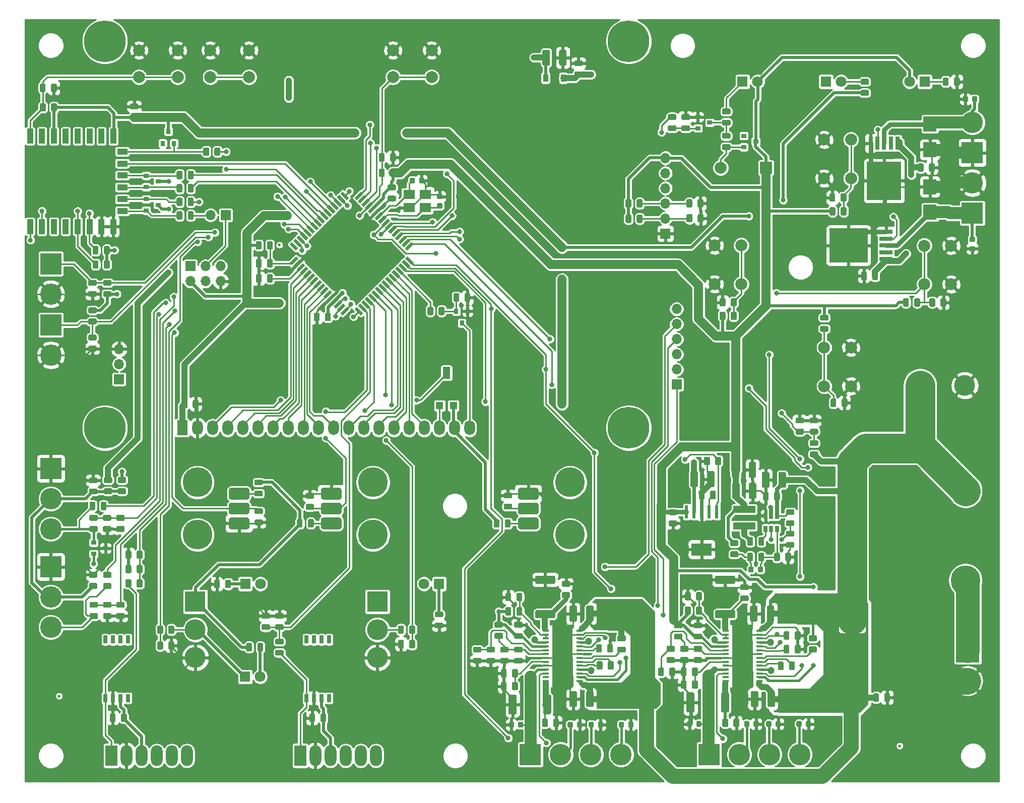
<source format=gbl>
G04 #@! TF.GenerationSoftware,KiCad,Pcbnew,(5.1.5)-3*
G04 #@! TF.CreationDate,2020-04-02T09:01:34+03:00*
G04 #@! TF.ProjectId,VentilaVitesco,56656e74-696c-4615-9669-746573636f2e,rev?*
G04 #@! TF.SameCoordinates,PX354a940PY93c3260*
G04 #@! TF.FileFunction,Copper,L2,Bot*
G04 #@! TF.FilePolarity,Positive*
%FSLAX46Y46*%
G04 Gerber Fmt 4.6, Leading zero omitted, Abs format (unit mm)*
G04 Created by KiCad (PCBNEW (5.1.5)-3) date 2020-04-02 09:01:34*
%MOMM*%
%LPD*%
G04 APERTURE LIST*
%ADD10R,1.300000X1.300000*%
%ADD11R,1.300000X2.000000*%
%ADD12O,2.000000X3.500000*%
%ADD13R,2.000000X3.500000*%
%ADD14R,1.800000X2.500000*%
%ADD15O,1.800000X2.500000*%
%ADD16C,7.000000*%
%ADD17C,5.000000*%
%ADD18C,0.150000*%
%ADD19R,0.600000X2.200000*%
%ADD20R,3.450000X2.150000*%
%ADD21R,0.900000X0.800000*%
%ADD22O,1.700000X1.700000*%
%ADD23R,1.700000X1.700000*%
%ADD24R,3.600000X3.600000*%
%ADD25C,3.600000*%
%ADD26R,3.500000X3.500000*%
%ADD27O,3.500000X3.500000*%
%ADD28R,3.700000X1.200000*%
%ADD29C,0.600000*%
%ADD30R,3.400000X9.500000*%
%ADD31R,1.100000X0.400000*%
%ADD32C,3.500000*%
%ADD33C,4.000000*%
%ADD34R,4.000000X4.000000*%
%ADD35R,0.800000X0.900000*%
%ADD36R,0.900000X1.300000*%
%ADD37R,0.700000X1.350000*%
%ADD38C,0.500000*%
%ADD39R,2.000000X2.000000*%
%ADD40C,2.000000*%
%ADD41C,1.800000*%
%ADD42R,1.800000X1.800000*%
%ADD43R,2.300000X2.500000*%
%ADD44R,0.650000X1.060000*%
%ADD45R,6.400000X5.800000*%
%ADD46R,2.200000X0.800000*%
%ADD47R,5.800000X6.400000*%
%ADD48R,0.800000X2.200000*%
%ADD49R,1.000000X2.500000*%
%ADD50R,1.800000X1.000000*%
%ADD51R,1.950000X1.650000*%
%ADD52C,0.800000*%
%ADD53C,1.200000*%
%ADD54C,0.250000*%
%ADD55C,1.000000*%
%ADD56C,0.500000*%
%ADD57C,0.400000*%
%ADD58C,1.500000*%
%ADD59C,0.800000*%
%ADD60C,5.000000*%
%ADD61C,4.500000*%
%ADD62C,2.000000*%
%ADD63C,0.600000*%
%ADD64C,0.650000*%
%ADD65C,0.700000*%
%ADD66C,0.350000*%
%ADD67C,2.500000*%
%ADD68C,4.000000*%
%ADD69C,0.254000*%
G04 APERTURE END LIST*
D10*
X72701800Y63899600D03*
D11*
X71551800Y69399600D03*
D10*
X70401800Y63899600D03*
D12*
X59690000Y5080000D03*
X57150000Y5080000D03*
X54610000Y5080000D03*
X52070000Y5080000D03*
X49530000Y5080000D03*
D13*
X46990000Y5080000D03*
D12*
X27940000Y5080000D03*
X25400000Y5080000D03*
X22860000Y5080000D03*
X20320000Y5080000D03*
X17780000Y5080000D03*
D13*
X15240000Y5080000D03*
D14*
X27152600Y60172600D03*
D15*
X29692600Y60172600D03*
X32232600Y60172600D03*
X34772600Y60172600D03*
X37312600Y60172600D03*
X39852600Y60172600D03*
X42392600Y60172600D03*
X44932600Y60172600D03*
X47472600Y60172600D03*
X50012600Y60172600D03*
X52552600Y60172600D03*
X55092600Y60172600D03*
X57632600Y60172600D03*
X60172600Y60172600D03*
X62712600Y60172600D03*
X65252600Y60172600D03*
X67792600Y60172600D03*
X70332600Y60172600D03*
X72872600Y60172600D03*
X75412600Y60172600D03*
D16*
X14147800Y60172600D03*
X102158800Y60172600D03*
X14147800Y125171200D03*
X102158800Y125171200D03*
D17*
X29703000Y51023600D03*
X29703000Y42223600D03*
G04 #@! TA.AperFunction,ComponentPad*
D18*
G36*
X38002009Y50121192D02*
G01*
X38050545Y50113993D01*
X38098142Y50102070D01*
X38144342Y50085540D01*
X38188698Y50064561D01*
X38230785Y50039335D01*
X38270197Y50010105D01*
X38306553Y49977153D01*
X38339505Y49940797D01*
X38368735Y49901385D01*
X38393961Y49859298D01*
X38414940Y49814942D01*
X38431470Y49768742D01*
X38443393Y49721145D01*
X38450592Y49672609D01*
X38453000Y49623600D01*
X38453000Y48623600D01*
X38450592Y48574591D01*
X38443393Y48526055D01*
X38431470Y48478458D01*
X38414940Y48432258D01*
X38393961Y48387902D01*
X38368735Y48345815D01*
X38339505Y48306403D01*
X38306553Y48270047D01*
X38270197Y48237095D01*
X38230785Y48207865D01*
X38188698Y48182639D01*
X38144342Y48161660D01*
X38098142Y48145130D01*
X38050545Y48133207D01*
X38002009Y48126008D01*
X37953000Y48123600D01*
X35453000Y48123600D01*
X35403991Y48126008D01*
X35355455Y48133207D01*
X35307858Y48145130D01*
X35261658Y48161660D01*
X35217302Y48182639D01*
X35175215Y48207865D01*
X35135803Y48237095D01*
X35099447Y48270047D01*
X35066495Y48306403D01*
X35037265Y48345815D01*
X35012039Y48387902D01*
X34991060Y48432258D01*
X34974530Y48478458D01*
X34962607Y48526055D01*
X34955408Y48574591D01*
X34953000Y48623600D01*
X34953000Y49623600D01*
X34955408Y49672609D01*
X34962607Y49721145D01*
X34974530Y49768742D01*
X34991060Y49814942D01*
X35012039Y49859298D01*
X35037265Y49901385D01*
X35066495Y49940797D01*
X35099447Y49977153D01*
X35135803Y50010105D01*
X35175215Y50039335D01*
X35217302Y50064561D01*
X35261658Y50085540D01*
X35307858Y50102070D01*
X35355455Y50113993D01*
X35403991Y50121192D01*
X35453000Y50123600D01*
X37953000Y50123600D01*
X38002009Y50121192D01*
G37*
G04 #@! TD.AperFunction*
G04 #@! TA.AperFunction,ComponentPad*
G36*
X38002009Y47621192D02*
G01*
X38050545Y47613993D01*
X38098142Y47602070D01*
X38144342Y47585540D01*
X38188698Y47564561D01*
X38230785Y47539335D01*
X38270197Y47510105D01*
X38306553Y47477153D01*
X38339505Y47440797D01*
X38368735Y47401385D01*
X38393961Y47359298D01*
X38414940Y47314942D01*
X38431470Y47268742D01*
X38443393Y47221145D01*
X38450592Y47172609D01*
X38453000Y47123600D01*
X38453000Y46123600D01*
X38450592Y46074591D01*
X38443393Y46026055D01*
X38431470Y45978458D01*
X38414940Y45932258D01*
X38393961Y45887902D01*
X38368735Y45845815D01*
X38339505Y45806403D01*
X38306553Y45770047D01*
X38270197Y45737095D01*
X38230785Y45707865D01*
X38188698Y45682639D01*
X38144342Y45661660D01*
X38098142Y45645130D01*
X38050545Y45633207D01*
X38002009Y45626008D01*
X37953000Y45623600D01*
X35453000Y45623600D01*
X35403991Y45626008D01*
X35355455Y45633207D01*
X35307858Y45645130D01*
X35261658Y45661660D01*
X35217302Y45682639D01*
X35175215Y45707865D01*
X35135803Y45737095D01*
X35099447Y45770047D01*
X35066495Y45806403D01*
X35037265Y45845815D01*
X35012039Y45887902D01*
X34991060Y45932258D01*
X34974530Y45978458D01*
X34962607Y46026055D01*
X34955408Y46074591D01*
X34953000Y46123600D01*
X34953000Y47123600D01*
X34955408Y47172609D01*
X34962607Y47221145D01*
X34974530Y47268742D01*
X34991060Y47314942D01*
X35012039Y47359298D01*
X35037265Y47401385D01*
X35066495Y47440797D01*
X35099447Y47477153D01*
X35135803Y47510105D01*
X35175215Y47539335D01*
X35217302Y47564561D01*
X35261658Y47585540D01*
X35307858Y47602070D01*
X35355455Y47613993D01*
X35403991Y47621192D01*
X35453000Y47623600D01*
X37953000Y47623600D01*
X38002009Y47621192D01*
G37*
G04 #@! TD.AperFunction*
G04 #@! TA.AperFunction,ComponentPad*
G36*
X38002009Y45121192D02*
G01*
X38050545Y45113993D01*
X38098142Y45102070D01*
X38144342Y45085540D01*
X38188698Y45064561D01*
X38230785Y45039335D01*
X38270197Y45010105D01*
X38306553Y44977153D01*
X38339505Y44940797D01*
X38368735Y44901385D01*
X38393961Y44859298D01*
X38414940Y44814942D01*
X38431470Y44768742D01*
X38443393Y44721145D01*
X38450592Y44672609D01*
X38453000Y44623600D01*
X38453000Y43623600D01*
X38450592Y43574591D01*
X38443393Y43526055D01*
X38431470Y43478458D01*
X38414940Y43432258D01*
X38393961Y43387902D01*
X38368735Y43345815D01*
X38339505Y43306403D01*
X38306553Y43270047D01*
X38270197Y43237095D01*
X38230785Y43207865D01*
X38188698Y43182639D01*
X38144342Y43161660D01*
X38098142Y43145130D01*
X38050545Y43133207D01*
X38002009Y43126008D01*
X37953000Y43123600D01*
X35453000Y43123600D01*
X35403991Y43126008D01*
X35355455Y43133207D01*
X35307858Y43145130D01*
X35261658Y43161660D01*
X35217302Y43182639D01*
X35175215Y43207865D01*
X35135803Y43237095D01*
X35099447Y43270047D01*
X35066495Y43306403D01*
X35037265Y43345815D01*
X35012039Y43387902D01*
X34991060Y43432258D01*
X34974530Y43478458D01*
X34962607Y43526055D01*
X34955408Y43574591D01*
X34953000Y43623600D01*
X34953000Y44623600D01*
X34955408Y44672609D01*
X34962607Y44721145D01*
X34974530Y44768742D01*
X34991060Y44814942D01*
X35012039Y44859298D01*
X35037265Y44901385D01*
X35066495Y44940797D01*
X35099447Y44977153D01*
X35135803Y45010105D01*
X35175215Y45039335D01*
X35217302Y45064561D01*
X35261658Y45085540D01*
X35307858Y45102070D01*
X35355455Y45113993D01*
X35403991Y45121192D01*
X35453000Y45123600D01*
X37953000Y45123600D01*
X38002009Y45121192D01*
G37*
G04 #@! TD.AperFunction*
D17*
X92293200Y42219800D03*
X92293200Y51019800D03*
G04 #@! TA.AperFunction,ComponentPad*
D18*
G36*
X86592209Y45117392D02*
G01*
X86640745Y45110193D01*
X86688342Y45098270D01*
X86734542Y45081740D01*
X86778898Y45060761D01*
X86820985Y45035535D01*
X86860397Y45006305D01*
X86896753Y44973353D01*
X86929705Y44936997D01*
X86958935Y44897585D01*
X86984161Y44855498D01*
X87005140Y44811142D01*
X87021670Y44764942D01*
X87033593Y44717345D01*
X87040792Y44668809D01*
X87043200Y44619800D01*
X87043200Y43619800D01*
X87040792Y43570791D01*
X87033593Y43522255D01*
X87021670Y43474658D01*
X87005140Y43428458D01*
X86984161Y43384102D01*
X86958935Y43342015D01*
X86929705Y43302603D01*
X86896753Y43266247D01*
X86860397Y43233295D01*
X86820985Y43204065D01*
X86778898Y43178839D01*
X86734542Y43157860D01*
X86688342Y43141330D01*
X86640745Y43129407D01*
X86592209Y43122208D01*
X86543200Y43119800D01*
X84043200Y43119800D01*
X83994191Y43122208D01*
X83945655Y43129407D01*
X83898058Y43141330D01*
X83851858Y43157860D01*
X83807502Y43178839D01*
X83765415Y43204065D01*
X83726003Y43233295D01*
X83689647Y43266247D01*
X83656695Y43302603D01*
X83627465Y43342015D01*
X83602239Y43384102D01*
X83581260Y43428458D01*
X83564730Y43474658D01*
X83552807Y43522255D01*
X83545608Y43570791D01*
X83543200Y43619800D01*
X83543200Y44619800D01*
X83545608Y44668809D01*
X83552807Y44717345D01*
X83564730Y44764942D01*
X83581260Y44811142D01*
X83602239Y44855498D01*
X83627465Y44897585D01*
X83656695Y44936997D01*
X83689647Y44973353D01*
X83726003Y45006305D01*
X83765415Y45035535D01*
X83807502Y45060761D01*
X83851858Y45081740D01*
X83898058Y45098270D01*
X83945655Y45110193D01*
X83994191Y45117392D01*
X84043200Y45119800D01*
X86543200Y45119800D01*
X86592209Y45117392D01*
G37*
G04 #@! TD.AperFunction*
G04 #@! TA.AperFunction,ComponentPad*
G36*
X86592209Y47617392D02*
G01*
X86640745Y47610193D01*
X86688342Y47598270D01*
X86734542Y47581740D01*
X86778898Y47560761D01*
X86820985Y47535535D01*
X86860397Y47506305D01*
X86896753Y47473353D01*
X86929705Y47436997D01*
X86958935Y47397585D01*
X86984161Y47355498D01*
X87005140Y47311142D01*
X87021670Y47264942D01*
X87033593Y47217345D01*
X87040792Y47168809D01*
X87043200Y47119800D01*
X87043200Y46119800D01*
X87040792Y46070791D01*
X87033593Y46022255D01*
X87021670Y45974658D01*
X87005140Y45928458D01*
X86984161Y45884102D01*
X86958935Y45842015D01*
X86929705Y45802603D01*
X86896753Y45766247D01*
X86860397Y45733295D01*
X86820985Y45704065D01*
X86778898Y45678839D01*
X86734542Y45657860D01*
X86688342Y45641330D01*
X86640745Y45629407D01*
X86592209Y45622208D01*
X86543200Y45619800D01*
X84043200Y45619800D01*
X83994191Y45622208D01*
X83945655Y45629407D01*
X83898058Y45641330D01*
X83851858Y45657860D01*
X83807502Y45678839D01*
X83765415Y45704065D01*
X83726003Y45733295D01*
X83689647Y45766247D01*
X83656695Y45802603D01*
X83627465Y45842015D01*
X83602239Y45884102D01*
X83581260Y45928458D01*
X83564730Y45974658D01*
X83552807Y46022255D01*
X83545608Y46070791D01*
X83543200Y46119800D01*
X83543200Y47119800D01*
X83545608Y47168809D01*
X83552807Y47217345D01*
X83564730Y47264942D01*
X83581260Y47311142D01*
X83602239Y47355498D01*
X83627465Y47397585D01*
X83656695Y47436997D01*
X83689647Y47473353D01*
X83726003Y47506305D01*
X83765415Y47535535D01*
X83807502Y47560761D01*
X83851858Y47581740D01*
X83898058Y47598270D01*
X83945655Y47610193D01*
X83994191Y47617392D01*
X84043200Y47619800D01*
X86543200Y47619800D01*
X86592209Y47617392D01*
G37*
G04 #@! TD.AperFunction*
G04 #@! TA.AperFunction,ComponentPad*
G36*
X86592209Y50117392D02*
G01*
X86640745Y50110193D01*
X86688342Y50098270D01*
X86734542Y50081740D01*
X86778898Y50060761D01*
X86820985Y50035535D01*
X86860397Y50006305D01*
X86896753Y49973353D01*
X86929705Y49936997D01*
X86958935Y49897585D01*
X86984161Y49855498D01*
X87005140Y49811142D01*
X87021670Y49764942D01*
X87033593Y49717345D01*
X87040792Y49668809D01*
X87043200Y49619800D01*
X87043200Y48619800D01*
X87040792Y48570791D01*
X87033593Y48522255D01*
X87021670Y48474658D01*
X87005140Y48428458D01*
X86984161Y48384102D01*
X86958935Y48342015D01*
X86929705Y48302603D01*
X86896753Y48266247D01*
X86860397Y48233295D01*
X86820985Y48204065D01*
X86778898Y48178839D01*
X86734542Y48157860D01*
X86688342Y48141330D01*
X86640745Y48129407D01*
X86592209Y48122208D01*
X86543200Y48119800D01*
X84043200Y48119800D01*
X83994191Y48122208D01*
X83945655Y48129407D01*
X83898058Y48141330D01*
X83851858Y48157860D01*
X83807502Y48178839D01*
X83765415Y48204065D01*
X83726003Y48233295D01*
X83689647Y48266247D01*
X83656695Y48302603D01*
X83627465Y48342015D01*
X83602239Y48384102D01*
X83581260Y48428458D01*
X83564730Y48474658D01*
X83552807Y48522255D01*
X83545608Y48570791D01*
X83543200Y48619800D01*
X83543200Y49619800D01*
X83545608Y49668809D01*
X83552807Y49717345D01*
X83564730Y49764942D01*
X83581260Y49811142D01*
X83602239Y49855498D01*
X83627465Y49897585D01*
X83656695Y49936997D01*
X83689647Y49973353D01*
X83726003Y50006305D01*
X83765415Y50035535D01*
X83807502Y50060761D01*
X83851858Y50081740D01*
X83898058Y50098270D01*
X83945655Y50110193D01*
X83994191Y50117392D01*
X84043200Y50119800D01*
X86543200Y50119800D01*
X86592209Y50117392D01*
G37*
G04 #@! TD.AperFunction*
D17*
X59197000Y42219800D03*
X59197000Y51019800D03*
G04 #@! TA.AperFunction,ComponentPad*
D18*
G36*
X53496009Y45117392D02*
G01*
X53544545Y45110193D01*
X53592142Y45098270D01*
X53638342Y45081740D01*
X53682698Y45060761D01*
X53724785Y45035535D01*
X53764197Y45006305D01*
X53800553Y44973353D01*
X53833505Y44936997D01*
X53862735Y44897585D01*
X53887961Y44855498D01*
X53908940Y44811142D01*
X53925470Y44764942D01*
X53937393Y44717345D01*
X53944592Y44668809D01*
X53947000Y44619800D01*
X53947000Y43619800D01*
X53944592Y43570791D01*
X53937393Y43522255D01*
X53925470Y43474658D01*
X53908940Y43428458D01*
X53887961Y43384102D01*
X53862735Y43342015D01*
X53833505Y43302603D01*
X53800553Y43266247D01*
X53764197Y43233295D01*
X53724785Y43204065D01*
X53682698Y43178839D01*
X53638342Y43157860D01*
X53592142Y43141330D01*
X53544545Y43129407D01*
X53496009Y43122208D01*
X53447000Y43119800D01*
X50947000Y43119800D01*
X50897991Y43122208D01*
X50849455Y43129407D01*
X50801858Y43141330D01*
X50755658Y43157860D01*
X50711302Y43178839D01*
X50669215Y43204065D01*
X50629803Y43233295D01*
X50593447Y43266247D01*
X50560495Y43302603D01*
X50531265Y43342015D01*
X50506039Y43384102D01*
X50485060Y43428458D01*
X50468530Y43474658D01*
X50456607Y43522255D01*
X50449408Y43570791D01*
X50447000Y43619800D01*
X50447000Y44619800D01*
X50449408Y44668809D01*
X50456607Y44717345D01*
X50468530Y44764942D01*
X50485060Y44811142D01*
X50506039Y44855498D01*
X50531265Y44897585D01*
X50560495Y44936997D01*
X50593447Y44973353D01*
X50629803Y45006305D01*
X50669215Y45035535D01*
X50711302Y45060761D01*
X50755658Y45081740D01*
X50801858Y45098270D01*
X50849455Y45110193D01*
X50897991Y45117392D01*
X50947000Y45119800D01*
X53447000Y45119800D01*
X53496009Y45117392D01*
G37*
G04 #@! TD.AperFunction*
G04 #@! TA.AperFunction,ComponentPad*
G36*
X53496009Y47617392D02*
G01*
X53544545Y47610193D01*
X53592142Y47598270D01*
X53638342Y47581740D01*
X53682698Y47560761D01*
X53724785Y47535535D01*
X53764197Y47506305D01*
X53800553Y47473353D01*
X53833505Y47436997D01*
X53862735Y47397585D01*
X53887961Y47355498D01*
X53908940Y47311142D01*
X53925470Y47264942D01*
X53937393Y47217345D01*
X53944592Y47168809D01*
X53947000Y47119800D01*
X53947000Y46119800D01*
X53944592Y46070791D01*
X53937393Y46022255D01*
X53925470Y45974658D01*
X53908940Y45928458D01*
X53887961Y45884102D01*
X53862735Y45842015D01*
X53833505Y45802603D01*
X53800553Y45766247D01*
X53764197Y45733295D01*
X53724785Y45704065D01*
X53682698Y45678839D01*
X53638342Y45657860D01*
X53592142Y45641330D01*
X53544545Y45629407D01*
X53496009Y45622208D01*
X53447000Y45619800D01*
X50947000Y45619800D01*
X50897991Y45622208D01*
X50849455Y45629407D01*
X50801858Y45641330D01*
X50755658Y45657860D01*
X50711302Y45678839D01*
X50669215Y45704065D01*
X50629803Y45733295D01*
X50593447Y45766247D01*
X50560495Y45802603D01*
X50531265Y45842015D01*
X50506039Y45884102D01*
X50485060Y45928458D01*
X50468530Y45974658D01*
X50456607Y46022255D01*
X50449408Y46070791D01*
X50447000Y46119800D01*
X50447000Y47119800D01*
X50449408Y47168809D01*
X50456607Y47217345D01*
X50468530Y47264942D01*
X50485060Y47311142D01*
X50506039Y47355498D01*
X50531265Y47397585D01*
X50560495Y47436997D01*
X50593447Y47473353D01*
X50629803Y47506305D01*
X50669215Y47535535D01*
X50711302Y47560761D01*
X50755658Y47581740D01*
X50801858Y47598270D01*
X50849455Y47610193D01*
X50897991Y47617392D01*
X50947000Y47619800D01*
X53447000Y47619800D01*
X53496009Y47617392D01*
G37*
G04 #@! TD.AperFunction*
G04 #@! TA.AperFunction,ComponentPad*
G36*
X53496009Y50117392D02*
G01*
X53544545Y50110193D01*
X53592142Y50098270D01*
X53638342Y50081740D01*
X53682698Y50060761D01*
X53724785Y50035535D01*
X53764197Y50006305D01*
X53800553Y49973353D01*
X53833505Y49936997D01*
X53862735Y49897585D01*
X53887961Y49855498D01*
X53908940Y49811142D01*
X53925470Y49764942D01*
X53937393Y49717345D01*
X53944592Y49668809D01*
X53947000Y49619800D01*
X53947000Y48619800D01*
X53944592Y48570791D01*
X53937393Y48522255D01*
X53925470Y48474658D01*
X53908940Y48428458D01*
X53887961Y48384102D01*
X53862735Y48342015D01*
X53833505Y48302603D01*
X53800553Y48266247D01*
X53764197Y48233295D01*
X53724785Y48204065D01*
X53682698Y48178839D01*
X53638342Y48157860D01*
X53592142Y48141330D01*
X53544545Y48129407D01*
X53496009Y48122208D01*
X53447000Y48119800D01*
X50947000Y48119800D01*
X50897991Y48122208D01*
X50849455Y48129407D01*
X50801858Y48141330D01*
X50755658Y48157860D01*
X50711302Y48178839D01*
X50669215Y48204065D01*
X50629803Y48233295D01*
X50593447Y48266247D01*
X50560495Y48302603D01*
X50531265Y48342015D01*
X50506039Y48384102D01*
X50485060Y48428458D01*
X50468530Y48474658D01*
X50456607Y48522255D01*
X50449408Y48570791D01*
X50447000Y48619800D01*
X50447000Y49619800D01*
X50449408Y49668809D01*
X50456607Y49717345D01*
X50468530Y49764942D01*
X50485060Y49811142D01*
X50506039Y49855498D01*
X50531265Y49897585D01*
X50560495Y49936997D01*
X50593447Y49973353D01*
X50629803Y50006305D01*
X50669215Y50035535D01*
X50711302Y50060761D01*
X50755658Y50081740D01*
X50801858Y50098270D01*
X50849455Y50110193D01*
X50897991Y50117392D01*
X50947000Y50119800D01*
X53447000Y50119800D01*
X53496009Y50117392D01*
G37*
G04 #@! TD.AperFunction*
D19*
X111887000Y46051000D03*
X116967000Y46051000D03*
X114427000Y46051000D03*
D20*
X114427000Y39751000D03*
D19*
X113157000Y46051000D03*
X115697000Y46051000D03*
G04 #@! TA.AperFunction,SMDPad,CuDef*
D18*
G36*
X114694642Y49593826D02*
G01*
X114718303Y49590316D01*
X114741507Y49584504D01*
X114764029Y49576446D01*
X114785653Y49566218D01*
X114806170Y49553921D01*
X114825383Y49539671D01*
X114843107Y49523607D01*
X114859171Y49505883D01*
X114873421Y49486670D01*
X114885718Y49466153D01*
X114895946Y49444529D01*
X114904004Y49422007D01*
X114909816Y49398803D01*
X114913326Y49375142D01*
X114914500Y49351250D01*
X114914500Y48438750D01*
X114913326Y48414858D01*
X114909816Y48391197D01*
X114904004Y48367993D01*
X114895946Y48345471D01*
X114885718Y48323847D01*
X114873421Y48303330D01*
X114859171Y48284117D01*
X114843107Y48266393D01*
X114825383Y48250329D01*
X114806170Y48236079D01*
X114785653Y48223782D01*
X114764029Y48213554D01*
X114741507Y48205496D01*
X114718303Y48199684D01*
X114694642Y48196174D01*
X114670750Y48195000D01*
X114183250Y48195000D01*
X114159358Y48196174D01*
X114135697Y48199684D01*
X114112493Y48205496D01*
X114089971Y48213554D01*
X114068347Y48223782D01*
X114047830Y48236079D01*
X114028617Y48250329D01*
X114010893Y48266393D01*
X113994829Y48284117D01*
X113980579Y48303330D01*
X113968282Y48323847D01*
X113958054Y48345471D01*
X113949996Y48367993D01*
X113944184Y48391197D01*
X113940674Y48414858D01*
X113939500Y48438750D01*
X113939500Y49351250D01*
X113940674Y49375142D01*
X113944184Y49398803D01*
X113949996Y49422007D01*
X113958054Y49444529D01*
X113968282Y49466153D01*
X113980579Y49486670D01*
X113994829Y49505883D01*
X114010893Y49523607D01*
X114028617Y49539671D01*
X114047830Y49553921D01*
X114068347Y49566218D01*
X114089971Y49576446D01*
X114112493Y49584504D01*
X114135697Y49590316D01*
X114159358Y49593826D01*
X114183250Y49595000D01*
X114670750Y49595000D01*
X114694642Y49593826D01*
G37*
G04 #@! TD.AperFunction*
G04 #@! TA.AperFunction,SMDPad,CuDef*
G36*
X116569642Y49593826D02*
G01*
X116593303Y49590316D01*
X116616507Y49584504D01*
X116639029Y49576446D01*
X116660653Y49566218D01*
X116681170Y49553921D01*
X116700383Y49539671D01*
X116718107Y49523607D01*
X116734171Y49505883D01*
X116748421Y49486670D01*
X116760718Y49466153D01*
X116770946Y49444529D01*
X116779004Y49422007D01*
X116784816Y49398803D01*
X116788326Y49375142D01*
X116789500Y49351250D01*
X116789500Y48438750D01*
X116788326Y48414858D01*
X116784816Y48391197D01*
X116779004Y48367993D01*
X116770946Y48345471D01*
X116760718Y48323847D01*
X116748421Y48303330D01*
X116734171Y48284117D01*
X116718107Y48266393D01*
X116700383Y48250329D01*
X116681170Y48236079D01*
X116660653Y48223782D01*
X116639029Y48213554D01*
X116616507Y48205496D01*
X116593303Y48199684D01*
X116569642Y48196174D01*
X116545750Y48195000D01*
X116058250Y48195000D01*
X116034358Y48196174D01*
X116010697Y48199684D01*
X115987493Y48205496D01*
X115964971Y48213554D01*
X115943347Y48223782D01*
X115922830Y48236079D01*
X115903617Y48250329D01*
X115885893Y48266393D01*
X115869829Y48284117D01*
X115855579Y48303330D01*
X115843282Y48323847D01*
X115833054Y48345471D01*
X115824996Y48367993D01*
X115819184Y48391197D01*
X115815674Y48414858D01*
X115814500Y48438750D01*
X115814500Y49351250D01*
X115815674Y49375142D01*
X115819184Y49398803D01*
X115824996Y49422007D01*
X115833054Y49444529D01*
X115843282Y49466153D01*
X115855579Y49486670D01*
X115869829Y49505883D01*
X115885893Y49523607D01*
X115903617Y49539671D01*
X115922830Y49553921D01*
X115943347Y49566218D01*
X115964971Y49576446D01*
X115987493Y49584504D01*
X116010697Y49590316D01*
X116034358Y49593826D01*
X116058250Y49595000D01*
X116545750Y49595000D01*
X116569642Y49593826D01*
G37*
G04 #@! TD.AperFunction*
G04 #@! TA.AperFunction,SMDPad,CuDef*
G36*
X102390642Y96012326D02*
G01*
X102414303Y96008816D01*
X102437507Y96003004D01*
X102460029Y95994946D01*
X102481653Y95984718D01*
X102502170Y95972421D01*
X102521383Y95958171D01*
X102539107Y95942107D01*
X102555171Y95924383D01*
X102569421Y95905170D01*
X102581718Y95884653D01*
X102591946Y95863029D01*
X102600004Y95840507D01*
X102605816Y95817303D01*
X102609326Y95793642D01*
X102610500Y95769750D01*
X102610500Y94857250D01*
X102609326Y94833358D01*
X102605816Y94809697D01*
X102600004Y94786493D01*
X102591946Y94763971D01*
X102581718Y94742347D01*
X102569421Y94721830D01*
X102555171Y94702617D01*
X102539107Y94684893D01*
X102521383Y94668829D01*
X102502170Y94654579D01*
X102481653Y94642282D01*
X102460029Y94632054D01*
X102437507Y94623996D01*
X102414303Y94618184D01*
X102390642Y94614674D01*
X102366750Y94613500D01*
X101879250Y94613500D01*
X101855358Y94614674D01*
X101831697Y94618184D01*
X101808493Y94623996D01*
X101785971Y94632054D01*
X101764347Y94642282D01*
X101743830Y94654579D01*
X101724617Y94668829D01*
X101706893Y94684893D01*
X101690829Y94702617D01*
X101676579Y94721830D01*
X101664282Y94742347D01*
X101654054Y94763971D01*
X101645996Y94786493D01*
X101640184Y94809697D01*
X101636674Y94833358D01*
X101635500Y94857250D01*
X101635500Y95769750D01*
X101636674Y95793642D01*
X101640184Y95817303D01*
X101645996Y95840507D01*
X101654054Y95863029D01*
X101664282Y95884653D01*
X101676579Y95905170D01*
X101690829Y95924383D01*
X101706893Y95942107D01*
X101724617Y95958171D01*
X101743830Y95972421D01*
X101764347Y95984718D01*
X101785971Y95994946D01*
X101808493Y96003004D01*
X101831697Y96008816D01*
X101855358Y96012326D01*
X101879250Y96013500D01*
X102366750Y96013500D01*
X102390642Y96012326D01*
G37*
G04 #@! TD.AperFunction*
G04 #@! TA.AperFunction,SMDPad,CuDef*
G36*
X104265642Y96012326D02*
G01*
X104289303Y96008816D01*
X104312507Y96003004D01*
X104335029Y95994946D01*
X104356653Y95984718D01*
X104377170Y95972421D01*
X104396383Y95958171D01*
X104414107Y95942107D01*
X104430171Y95924383D01*
X104444421Y95905170D01*
X104456718Y95884653D01*
X104466946Y95863029D01*
X104475004Y95840507D01*
X104480816Y95817303D01*
X104484326Y95793642D01*
X104485500Y95769750D01*
X104485500Y94857250D01*
X104484326Y94833358D01*
X104480816Y94809697D01*
X104475004Y94786493D01*
X104466946Y94763971D01*
X104456718Y94742347D01*
X104444421Y94721830D01*
X104430171Y94702617D01*
X104414107Y94684893D01*
X104396383Y94668829D01*
X104377170Y94654579D01*
X104356653Y94642282D01*
X104335029Y94632054D01*
X104312507Y94623996D01*
X104289303Y94618184D01*
X104265642Y94614674D01*
X104241750Y94613500D01*
X103754250Y94613500D01*
X103730358Y94614674D01*
X103706697Y94618184D01*
X103683493Y94623996D01*
X103660971Y94632054D01*
X103639347Y94642282D01*
X103618830Y94654579D01*
X103599617Y94668829D01*
X103581893Y94684893D01*
X103565829Y94702617D01*
X103551579Y94721830D01*
X103539282Y94742347D01*
X103529054Y94763971D01*
X103520996Y94786493D01*
X103515184Y94809697D01*
X103511674Y94833358D01*
X103510500Y94857250D01*
X103510500Y95769750D01*
X103511674Y95793642D01*
X103515184Y95817303D01*
X103520996Y95840507D01*
X103529054Y95863029D01*
X103539282Y95884653D01*
X103551579Y95905170D01*
X103565829Y95924383D01*
X103581893Y95942107D01*
X103599617Y95958171D01*
X103618830Y95972421D01*
X103639347Y95984718D01*
X103660971Y95994946D01*
X103683493Y96003004D01*
X103706697Y96008816D01*
X103730358Y96012326D01*
X103754250Y96013500D01*
X104241750Y96013500D01*
X104265642Y96012326D01*
G37*
G04 #@! TD.AperFunction*
G04 #@! TA.AperFunction,SMDPad,CuDef*
G36*
X102377942Y98615826D02*
G01*
X102401603Y98612316D01*
X102424807Y98606504D01*
X102447329Y98598446D01*
X102468953Y98588218D01*
X102489470Y98575921D01*
X102508683Y98561671D01*
X102526407Y98545607D01*
X102542471Y98527883D01*
X102556721Y98508670D01*
X102569018Y98488153D01*
X102579246Y98466529D01*
X102587304Y98444007D01*
X102593116Y98420803D01*
X102596626Y98397142D01*
X102597800Y98373250D01*
X102597800Y97460750D01*
X102596626Y97436858D01*
X102593116Y97413197D01*
X102587304Y97389993D01*
X102579246Y97367471D01*
X102569018Y97345847D01*
X102556721Y97325330D01*
X102542471Y97306117D01*
X102526407Y97288393D01*
X102508683Y97272329D01*
X102489470Y97258079D01*
X102468953Y97245782D01*
X102447329Y97235554D01*
X102424807Y97227496D01*
X102401603Y97221684D01*
X102377942Y97218174D01*
X102354050Y97217000D01*
X101866550Y97217000D01*
X101842658Y97218174D01*
X101818997Y97221684D01*
X101795793Y97227496D01*
X101773271Y97235554D01*
X101751647Y97245782D01*
X101731130Y97258079D01*
X101711917Y97272329D01*
X101694193Y97288393D01*
X101678129Y97306117D01*
X101663879Y97325330D01*
X101651582Y97345847D01*
X101641354Y97367471D01*
X101633296Y97389993D01*
X101627484Y97413197D01*
X101623974Y97436858D01*
X101622800Y97460750D01*
X101622800Y98373250D01*
X101623974Y98397142D01*
X101627484Y98420803D01*
X101633296Y98444007D01*
X101641354Y98466529D01*
X101651582Y98488153D01*
X101663879Y98508670D01*
X101678129Y98527883D01*
X101694193Y98545607D01*
X101711917Y98561671D01*
X101731130Y98575921D01*
X101751647Y98588218D01*
X101773271Y98598446D01*
X101795793Y98606504D01*
X101818997Y98612316D01*
X101842658Y98615826D01*
X101866550Y98617000D01*
X102354050Y98617000D01*
X102377942Y98615826D01*
G37*
G04 #@! TD.AperFunction*
G04 #@! TA.AperFunction,SMDPad,CuDef*
G36*
X104252942Y98615826D02*
G01*
X104276603Y98612316D01*
X104299807Y98606504D01*
X104322329Y98598446D01*
X104343953Y98588218D01*
X104364470Y98575921D01*
X104383683Y98561671D01*
X104401407Y98545607D01*
X104417471Y98527883D01*
X104431721Y98508670D01*
X104444018Y98488153D01*
X104454246Y98466529D01*
X104462304Y98444007D01*
X104468116Y98420803D01*
X104471626Y98397142D01*
X104472800Y98373250D01*
X104472800Y97460750D01*
X104471626Y97436858D01*
X104468116Y97413197D01*
X104462304Y97389993D01*
X104454246Y97367471D01*
X104444018Y97345847D01*
X104431721Y97325330D01*
X104417471Y97306117D01*
X104401407Y97288393D01*
X104383683Y97272329D01*
X104364470Y97258079D01*
X104343953Y97245782D01*
X104322329Y97235554D01*
X104299807Y97227496D01*
X104276603Y97221684D01*
X104252942Y97218174D01*
X104229050Y97217000D01*
X103741550Y97217000D01*
X103717658Y97218174D01*
X103693997Y97221684D01*
X103670793Y97227496D01*
X103648271Y97235554D01*
X103626647Y97245782D01*
X103606130Y97258079D01*
X103586917Y97272329D01*
X103569193Y97288393D01*
X103553129Y97306117D01*
X103538879Y97325330D01*
X103526582Y97345847D01*
X103516354Y97367471D01*
X103508296Y97389993D01*
X103502484Y97413197D01*
X103498974Y97436858D01*
X103497800Y97460750D01*
X103497800Y98373250D01*
X103498974Y98397142D01*
X103502484Y98420803D01*
X103508296Y98444007D01*
X103516354Y98466529D01*
X103526582Y98488153D01*
X103538879Y98508670D01*
X103553129Y98527883D01*
X103569193Y98545607D01*
X103586917Y98561671D01*
X103606130Y98575921D01*
X103626647Y98588218D01*
X103648271Y98598446D01*
X103670793Y98606504D01*
X103693997Y98612316D01*
X103717658Y98615826D01*
X103741550Y98617000D01*
X104229050Y98617000D01*
X104252942Y98615826D01*
G37*
G04 #@! TD.AperFunction*
G04 #@! TA.AperFunction,SMDPad,CuDef*
G36*
X15034342Y35967826D02*
G01*
X15058003Y35964316D01*
X15081207Y35958504D01*
X15103729Y35950446D01*
X15125353Y35940218D01*
X15145870Y35927921D01*
X15165083Y35913671D01*
X15182807Y35897607D01*
X15198871Y35879883D01*
X15213121Y35860670D01*
X15225418Y35840153D01*
X15235646Y35818529D01*
X15243704Y35796007D01*
X15249516Y35772803D01*
X15253026Y35749142D01*
X15254200Y35725250D01*
X15254200Y35237750D01*
X15253026Y35213858D01*
X15249516Y35190197D01*
X15243704Y35166993D01*
X15235646Y35144471D01*
X15225418Y35122847D01*
X15213121Y35102330D01*
X15198871Y35083117D01*
X15182807Y35065393D01*
X15165083Y35049329D01*
X15145870Y35035079D01*
X15125353Y35022782D01*
X15103729Y35012554D01*
X15081207Y35004496D01*
X15058003Y34998684D01*
X15034342Y34995174D01*
X15010450Y34994000D01*
X14097950Y34994000D01*
X14074058Y34995174D01*
X14050397Y34998684D01*
X14027193Y35004496D01*
X14004671Y35012554D01*
X13983047Y35022782D01*
X13962530Y35035079D01*
X13943317Y35049329D01*
X13925593Y35065393D01*
X13909529Y35083117D01*
X13895279Y35102330D01*
X13882982Y35122847D01*
X13872754Y35144471D01*
X13864696Y35166993D01*
X13858884Y35190197D01*
X13855374Y35213858D01*
X13854200Y35237750D01*
X13854200Y35725250D01*
X13855374Y35749142D01*
X13858884Y35772803D01*
X13864696Y35796007D01*
X13872754Y35818529D01*
X13882982Y35840153D01*
X13895279Y35860670D01*
X13909529Y35879883D01*
X13925593Y35897607D01*
X13943317Y35913671D01*
X13962530Y35927921D01*
X13983047Y35940218D01*
X14004671Y35950446D01*
X14027193Y35958504D01*
X14050397Y35964316D01*
X14074058Y35967826D01*
X14097950Y35969000D01*
X15010450Y35969000D01*
X15034342Y35967826D01*
G37*
G04 #@! TD.AperFunction*
G04 #@! TA.AperFunction,SMDPad,CuDef*
G36*
X15034342Y34092826D02*
G01*
X15058003Y34089316D01*
X15081207Y34083504D01*
X15103729Y34075446D01*
X15125353Y34065218D01*
X15145870Y34052921D01*
X15165083Y34038671D01*
X15182807Y34022607D01*
X15198871Y34004883D01*
X15213121Y33985670D01*
X15225418Y33965153D01*
X15235646Y33943529D01*
X15243704Y33921007D01*
X15249516Y33897803D01*
X15253026Y33874142D01*
X15254200Y33850250D01*
X15254200Y33362750D01*
X15253026Y33338858D01*
X15249516Y33315197D01*
X15243704Y33291993D01*
X15235646Y33269471D01*
X15225418Y33247847D01*
X15213121Y33227330D01*
X15198871Y33208117D01*
X15182807Y33190393D01*
X15165083Y33174329D01*
X15145870Y33160079D01*
X15125353Y33147782D01*
X15103729Y33137554D01*
X15081207Y33129496D01*
X15058003Y33123684D01*
X15034342Y33120174D01*
X15010450Y33119000D01*
X14097950Y33119000D01*
X14074058Y33120174D01*
X14050397Y33123684D01*
X14027193Y33129496D01*
X14004671Y33137554D01*
X13983047Y33147782D01*
X13962530Y33160079D01*
X13943317Y33174329D01*
X13925593Y33190393D01*
X13909529Y33208117D01*
X13895279Y33227330D01*
X13882982Y33247847D01*
X13872754Y33269471D01*
X13864696Y33291993D01*
X13858884Y33315197D01*
X13855374Y33338858D01*
X13854200Y33362750D01*
X13854200Y33850250D01*
X13855374Y33874142D01*
X13858884Y33897803D01*
X13864696Y33921007D01*
X13872754Y33943529D01*
X13882982Y33965153D01*
X13895279Y33985670D01*
X13909529Y34004883D01*
X13925593Y34022607D01*
X13943317Y34038671D01*
X13962530Y34052921D01*
X13983047Y34065218D01*
X14004671Y34075446D01*
X14027193Y34083504D01*
X14050397Y34089316D01*
X14074058Y34092826D01*
X14097950Y34094000D01*
X15010450Y34094000D01*
X15034342Y34092826D01*
G37*
G04 #@! TD.AperFunction*
G04 #@! TA.AperFunction,SMDPad,CuDef*
G36*
X12332642Y47752326D02*
G01*
X12356303Y47748816D01*
X12379507Y47743004D01*
X12402029Y47734946D01*
X12423653Y47724718D01*
X12444170Y47712421D01*
X12463383Y47698171D01*
X12481107Y47682107D01*
X12497171Y47664383D01*
X12511421Y47645170D01*
X12523718Y47624653D01*
X12533946Y47603029D01*
X12542004Y47580507D01*
X12547816Y47557303D01*
X12551326Y47533642D01*
X12552500Y47509750D01*
X12552500Y46597250D01*
X12551326Y46573358D01*
X12547816Y46549697D01*
X12542004Y46526493D01*
X12533946Y46503971D01*
X12523718Y46482347D01*
X12511421Y46461830D01*
X12497171Y46442617D01*
X12481107Y46424893D01*
X12463383Y46408829D01*
X12444170Y46394579D01*
X12423653Y46382282D01*
X12402029Y46372054D01*
X12379507Y46363996D01*
X12356303Y46358184D01*
X12332642Y46354674D01*
X12308750Y46353500D01*
X11821250Y46353500D01*
X11797358Y46354674D01*
X11773697Y46358184D01*
X11750493Y46363996D01*
X11727971Y46372054D01*
X11706347Y46382282D01*
X11685830Y46394579D01*
X11666617Y46408829D01*
X11648893Y46424893D01*
X11632829Y46442617D01*
X11618579Y46461830D01*
X11606282Y46482347D01*
X11596054Y46503971D01*
X11587996Y46526493D01*
X11582184Y46549697D01*
X11578674Y46573358D01*
X11577500Y46597250D01*
X11577500Y47509750D01*
X11578674Y47533642D01*
X11582184Y47557303D01*
X11587996Y47580507D01*
X11596054Y47603029D01*
X11606282Y47624653D01*
X11618579Y47645170D01*
X11632829Y47664383D01*
X11648893Y47682107D01*
X11666617Y47698171D01*
X11685830Y47712421D01*
X11706347Y47724718D01*
X11727971Y47734946D01*
X11750493Y47743004D01*
X11773697Y47748816D01*
X11797358Y47752326D01*
X11821250Y47753500D01*
X12308750Y47753500D01*
X12332642Y47752326D01*
G37*
G04 #@! TD.AperFunction*
G04 #@! TA.AperFunction,SMDPad,CuDef*
G36*
X14207642Y47752326D02*
G01*
X14231303Y47748816D01*
X14254507Y47743004D01*
X14277029Y47734946D01*
X14298653Y47724718D01*
X14319170Y47712421D01*
X14338383Y47698171D01*
X14356107Y47682107D01*
X14372171Y47664383D01*
X14386421Y47645170D01*
X14398718Y47624653D01*
X14408946Y47603029D01*
X14417004Y47580507D01*
X14422816Y47557303D01*
X14426326Y47533642D01*
X14427500Y47509750D01*
X14427500Y46597250D01*
X14426326Y46573358D01*
X14422816Y46549697D01*
X14417004Y46526493D01*
X14408946Y46503971D01*
X14398718Y46482347D01*
X14386421Y46461830D01*
X14372171Y46442617D01*
X14356107Y46424893D01*
X14338383Y46408829D01*
X14319170Y46394579D01*
X14298653Y46382282D01*
X14277029Y46372054D01*
X14254507Y46363996D01*
X14231303Y46358184D01*
X14207642Y46354674D01*
X14183750Y46353500D01*
X13696250Y46353500D01*
X13672358Y46354674D01*
X13648697Y46358184D01*
X13625493Y46363996D01*
X13602971Y46372054D01*
X13581347Y46382282D01*
X13560830Y46394579D01*
X13541617Y46408829D01*
X13523893Y46424893D01*
X13507829Y46442617D01*
X13493579Y46461830D01*
X13481282Y46482347D01*
X13471054Y46503971D01*
X13462996Y46526493D01*
X13457184Y46549697D01*
X13453674Y46573358D01*
X13452500Y46597250D01*
X13452500Y47509750D01*
X13453674Y47533642D01*
X13457184Y47557303D01*
X13462996Y47580507D01*
X13471054Y47603029D01*
X13481282Y47624653D01*
X13493579Y47645170D01*
X13507829Y47664383D01*
X13523893Y47682107D01*
X13541617Y47698171D01*
X13560830Y47712421D01*
X13581347Y47724718D01*
X13602971Y47734946D01*
X13625493Y47743004D01*
X13648697Y47748816D01*
X13672358Y47752326D01*
X13696250Y47753500D01*
X14183750Y47753500D01*
X14207642Y47752326D01*
G37*
G04 #@! TD.AperFunction*
G04 #@! TA.AperFunction,SMDPad,CuDef*
G36*
X17498142Y50018626D02*
G01*
X17521803Y50015116D01*
X17545007Y50009304D01*
X17567529Y50001246D01*
X17589153Y49991018D01*
X17609670Y49978721D01*
X17628883Y49964471D01*
X17646607Y49948407D01*
X17662671Y49930683D01*
X17676921Y49911470D01*
X17689218Y49890953D01*
X17699446Y49869329D01*
X17707504Y49846807D01*
X17713316Y49823603D01*
X17716826Y49799942D01*
X17718000Y49776050D01*
X17718000Y49288550D01*
X17716826Y49264658D01*
X17713316Y49240997D01*
X17707504Y49217793D01*
X17699446Y49195271D01*
X17689218Y49173647D01*
X17676921Y49153130D01*
X17662671Y49133917D01*
X17646607Y49116193D01*
X17628883Y49100129D01*
X17609670Y49085879D01*
X17589153Y49073582D01*
X17567529Y49063354D01*
X17545007Y49055296D01*
X17521803Y49049484D01*
X17498142Y49045974D01*
X17474250Y49044800D01*
X16561750Y49044800D01*
X16537858Y49045974D01*
X16514197Y49049484D01*
X16490993Y49055296D01*
X16468471Y49063354D01*
X16446847Y49073582D01*
X16426330Y49085879D01*
X16407117Y49100129D01*
X16389393Y49116193D01*
X16373329Y49133917D01*
X16359079Y49153130D01*
X16346782Y49173647D01*
X16336554Y49195271D01*
X16328496Y49217793D01*
X16322684Y49240997D01*
X16319174Y49264658D01*
X16318000Y49288550D01*
X16318000Y49776050D01*
X16319174Y49799942D01*
X16322684Y49823603D01*
X16328496Y49846807D01*
X16336554Y49869329D01*
X16346782Y49890953D01*
X16359079Y49911470D01*
X16373329Y49930683D01*
X16389393Y49948407D01*
X16407117Y49964471D01*
X16426330Y49978721D01*
X16446847Y49991018D01*
X16468471Y50001246D01*
X16490993Y50009304D01*
X16514197Y50015116D01*
X16537858Y50018626D01*
X16561750Y50019800D01*
X17474250Y50019800D01*
X17498142Y50018626D01*
G37*
G04 #@! TD.AperFunction*
G04 #@! TA.AperFunction,SMDPad,CuDef*
G36*
X17498142Y51893626D02*
G01*
X17521803Y51890116D01*
X17545007Y51884304D01*
X17567529Y51876246D01*
X17589153Y51866018D01*
X17609670Y51853721D01*
X17628883Y51839471D01*
X17646607Y51823407D01*
X17662671Y51805683D01*
X17676921Y51786470D01*
X17689218Y51765953D01*
X17699446Y51744329D01*
X17707504Y51721807D01*
X17713316Y51698603D01*
X17716826Y51674942D01*
X17718000Y51651050D01*
X17718000Y51163550D01*
X17716826Y51139658D01*
X17713316Y51115997D01*
X17707504Y51092793D01*
X17699446Y51070271D01*
X17689218Y51048647D01*
X17676921Y51028130D01*
X17662671Y51008917D01*
X17646607Y50991193D01*
X17628883Y50975129D01*
X17609670Y50960879D01*
X17589153Y50948582D01*
X17567529Y50938354D01*
X17545007Y50930296D01*
X17521803Y50924484D01*
X17498142Y50920974D01*
X17474250Y50919800D01*
X16561750Y50919800D01*
X16537858Y50920974D01*
X16514197Y50924484D01*
X16490993Y50930296D01*
X16468471Y50938354D01*
X16446847Y50948582D01*
X16426330Y50960879D01*
X16407117Y50975129D01*
X16389393Y50991193D01*
X16373329Y51008917D01*
X16359079Y51028130D01*
X16346782Y51048647D01*
X16336554Y51070271D01*
X16328496Y51092793D01*
X16322684Y51115997D01*
X16319174Y51139658D01*
X16318000Y51163550D01*
X16318000Y51651050D01*
X16319174Y51674942D01*
X16322684Y51698603D01*
X16328496Y51721807D01*
X16336554Y51744329D01*
X16346782Y51765953D01*
X16359079Y51786470D01*
X16373329Y51805683D01*
X16389393Y51823407D01*
X16407117Y51839471D01*
X16426330Y51853721D01*
X16446847Y51866018D01*
X16468471Y51876246D01*
X16490993Y51884304D01*
X16514197Y51890116D01*
X16537858Y51893626D01*
X16561750Y51894800D01*
X17474250Y51894800D01*
X17498142Y51893626D01*
G37*
G04 #@! TD.AperFunction*
G04 #@! TA.AperFunction,SMDPad,CuDef*
G36*
X15161342Y50018626D02*
G01*
X15185003Y50015116D01*
X15208207Y50009304D01*
X15230729Y50001246D01*
X15252353Y49991018D01*
X15272870Y49978721D01*
X15292083Y49964471D01*
X15309807Y49948407D01*
X15325871Y49930683D01*
X15340121Y49911470D01*
X15352418Y49890953D01*
X15362646Y49869329D01*
X15370704Y49846807D01*
X15376516Y49823603D01*
X15380026Y49799942D01*
X15381200Y49776050D01*
X15381200Y49288550D01*
X15380026Y49264658D01*
X15376516Y49240997D01*
X15370704Y49217793D01*
X15362646Y49195271D01*
X15352418Y49173647D01*
X15340121Y49153130D01*
X15325871Y49133917D01*
X15309807Y49116193D01*
X15292083Y49100129D01*
X15272870Y49085879D01*
X15252353Y49073582D01*
X15230729Y49063354D01*
X15208207Y49055296D01*
X15185003Y49049484D01*
X15161342Y49045974D01*
X15137450Y49044800D01*
X14224950Y49044800D01*
X14201058Y49045974D01*
X14177397Y49049484D01*
X14154193Y49055296D01*
X14131671Y49063354D01*
X14110047Y49073582D01*
X14089530Y49085879D01*
X14070317Y49100129D01*
X14052593Y49116193D01*
X14036529Y49133917D01*
X14022279Y49153130D01*
X14009982Y49173647D01*
X13999754Y49195271D01*
X13991696Y49217793D01*
X13985884Y49240997D01*
X13982374Y49264658D01*
X13981200Y49288550D01*
X13981200Y49776050D01*
X13982374Y49799942D01*
X13985884Y49823603D01*
X13991696Y49846807D01*
X13999754Y49869329D01*
X14009982Y49890953D01*
X14022279Y49911470D01*
X14036529Y49930683D01*
X14052593Y49948407D01*
X14070317Y49964471D01*
X14089530Y49978721D01*
X14110047Y49991018D01*
X14131671Y50001246D01*
X14154193Y50009304D01*
X14177397Y50015116D01*
X14201058Y50018626D01*
X14224950Y50019800D01*
X15137450Y50019800D01*
X15161342Y50018626D01*
G37*
G04 #@! TD.AperFunction*
G04 #@! TA.AperFunction,SMDPad,CuDef*
G36*
X15161342Y51893626D02*
G01*
X15185003Y51890116D01*
X15208207Y51884304D01*
X15230729Y51876246D01*
X15252353Y51866018D01*
X15272870Y51853721D01*
X15292083Y51839471D01*
X15309807Y51823407D01*
X15325871Y51805683D01*
X15340121Y51786470D01*
X15352418Y51765953D01*
X15362646Y51744329D01*
X15370704Y51721807D01*
X15376516Y51698603D01*
X15380026Y51674942D01*
X15381200Y51651050D01*
X15381200Y51163550D01*
X15380026Y51139658D01*
X15376516Y51115997D01*
X15370704Y51092793D01*
X15362646Y51070271D01*
X15352418Y51048647D01*
X15340121Y51028130D01*
X15325871Y51008917D01*
X15309807Y50991193D01*
X15292083Y50975129D01*
X15272870Y50960879D01*
X15252353Y50948582D01*
X15230729Y50938354D01*
X15208207Y50930296D01*
X15185003Y50924484D01*
X15161342Y50920974D01*
X15137450Y50919800D01*
X14224950Y50919800D01*
X14201058Y50920974D01*
X14177397Y50924484D01*
X14154193Y50930296D01*
X14131671Y50938354D01*
X14110047Y50948582D01*
X14089530Y50960879D01*
X14070317Y50975129D01*
X14052593Y50991193D01*
X14036529Y51008917D01*
X14022279Y51028130D01*
X14009982Y51048647D01*
X13999754Y51070271D01*
X13991696Y51092793D01*
X13985884Y51115997D01*
X13982374Y51139658D01*
X13981200Y51163550D01*
X13981200Y51651050D01*
X13982374Y51674942D01*
X13985884Y51698603D01*
X13991696Y51721807D01*
X13999754Y51744329D01*
X14009982Y51765953D01*
X14022279Y51786470D01*
X14036529Y51805683D01*
X14052593Y51823407D01*
X14070317Y51839471D01*
X14089530Y51853721D01*
X14110047Y51866018D01*
X14131671Y51876246D01*
X14154193Y51884304D01*
X14177397Y51890116D01*
X14201058Y51893626D01*
X14224950Y51894800D01*
X15137450Y51894800D01*
X15161342Y51893626D01*
G37*
G04 #@! TD.AperFunction*
D21*
X14255500Y39944000D03*
X12255500Y40894000D03*
X12255500Y38994000D03*
G04 #@! TA.AperFunction,SMDPad,CuDef*
D18*
G36*
X114514542Y96101226D02*
G01*
X114538203Y96097716D01*
X114561407Y96091904D01*
X114583929Y96083846D01*
X114605553Y96073618D01*
X114626070Y96061321D01*
X114645283Y96047071D01*
X114663007Y96031007D01*
X114679071Y96013283D01*
X114693321Y95994070D01*
X114705618Y95973553D01*
X114715846Y95951929D01*
X114723904Y95929407D01*
X114729716Y95906203D01*
X114733226Y95882542D01*
X114734400Y95858650D01*
X114734400Y94946150D01*
X114733226Y94922258D01*
X114729716Y94898597D01*
X114723904Y94875393D01*
X114715846Y94852871D01*
X114705618Y94831247D01*
X114693321Y94810730D01*
X114679071Y94791517D01*
X114663007Y94773793D01*
X114645283Y94757729D01*
X114626070Y94743479D01*
X114605553Y94731182D01*
X114583929Y94720954D01*
X114561407Y94712896D01*
X114538203Y94707084D01*
X114514542Y94703574D01*
X114490650Y94702400D01*
X114003150Y94702400D01*
X113979258Y94703574D01*
X113955597Y94707084D01*
X113932393Y94712896D01*
X113909871Y94720954D01*
X113888247Y94731182D01*
X113867730Y94743479D01*
X113848517Y94757729D01*
X113830793Y94773793D01*
X113814729Y94791517D01*
X113800479Y94810730D01*
X113788182Y94831247D01*
X113777954Y94852871D01*
X113769896Y94875393D01*
X113764084Y94898597D01*
X113760574Y94922258D01*
X113759400Y94946150D01*
X113759400Y95858650D01*
X113760574Y95882542D01*
X113764084Y95906203D01*
X113769896Y95929407D01*
X113777954Y95951929D01*
X113788182Y95973553D01*
X113800479Y95994070D01*
X113814729Y96013283D01*
X113830793Y96031007D01*
X113848517Y96047071D01*
X113867730Y96061321D01*
X113888247Y96073618D01*
X113909871Y96083846D01*
X113932393Y96091904D01*
X113955597Y96097716D01*
X113979258Y96101226D01*
X114003150Y96102400D01*
X114490650Y96102400D01*
X114514542Y96101226D01*
G37*
G04 #@! TD.AperFunction*
G04 #@! TA.AperFunction,SMDPad,CuDef*
G36*
X112639542Y96101226D02*
G01*
X112663203Y96097716D01*
X112686407Y96091904D01*
X112708929Y96083846D01*
X112730553Y96073618D01*
X112751070Y96061321D01*
X112770283Y96047071D01*
X112788007Y96031007D01*
X112804071Y96013283D01*
X112818321Y95994070D01*
X112830618Y95973553D01*
X112840846Y95951929D01*
X112848904Y95929407D01*
X112854716Y95906203D01*
X112858226Y95882542D01*
X112859400Y95858650D01*
X112859400Y94946150D01*
X112858226Y94922258D01*
X112854716Y94898597D01*
X112848904Y94875393D01*
X112840846Y94852871D01*
X112830618Y94831247D01*
X112818321Y94810730D01*
X112804071Y94791517D01*
X112788007Y94773793D01*
X112770283Y94757729D01*
X112751070Y94743479D01*
X112730553Y94731182D01*
X112708929Y94720954D01*
X112686407Y94712896D01*
X112663203Y94707084D01*
X112639542Y94703574D01*
X112615650Y94702400D01*
X112128150Y94702400D01*
X112104258Y94703574D01*
X112080597Y94707084D01*
X112057393Y94712896D01*
X112034871Y94720954D01*
X112013247Y94731182D01*
X111992730Y94743479D01*
X111973517Y94757729D01*
X111955793Y94773793D01*
X111939729Y94791517D01*
X111925479Y94810730D01*
X111913182Y94831247D01*
X111902954Y94852871D01*
X111894896Y94875393D01*
X111889084Y94898597D01*
X111885574Y94922258D01*
X111884400Y94946150D01*
X111884400Y95858650D01*
X111885574Y95882542D01*
X111889084Y95906203D01*
X111894896Y95929407D01*
X111902954Y95951929D01*
X111913182Y95973553D01*
X111925479Y95994070D01*
X111939729Y96013283D01*
X111955793Y96031007D01*
X111973517Y96047071D01*
X111992730Y96061321D01*
X112013247Y96073618D01*
X112034871Y96083846D01*
X112057393Y96091904D01*
X112080597Y96097716D01*
X112104258Y96101226D01*
X112128150Y96102400D01*
X112615650Y96102400D01*
X112639542Y96101226D01*
G37*
G04 #@! TD.AperFunction*
G04 #@! TA.AperFunction,SMDPad,CuDef*
G36*
X114489142Y98615826D02*
G01*
X114512803Y98612316D01*
X114536007Y98606504D01*
X114558529Y98598446D01*
X114580153Y98588218D01*
X114600670Y98575921D01*
X114619883Y98561671D01*
X114637607Y98545607D01*
X114653671Y98527883D01*
X114667921Y98508670D01*
X114680218Y98488153D01*
X114690446Y98466529D01*
X114698504Y98444007D01*
X114704316Y98420803D01*
X114707826Y98397142D01*
X114709000Y98373250D01*
X114709000Y97460750D01*
X114707826Y97436858D01*
X114704316Y97413197D01*
X114698504Y97389993D01*
X114690446Y97367471D01*
X114680218Y97345847D01*
X114667921Y97325330D01*
X114653671Y97306117D01*
X114637607Y97288393D01*
X114619883Y97272329D01*
X114600670Y97258079D01*
X114580153Y97245782D01*
X114558529Y97235554D01*
X114536007Y97227496D01*
X114512803Y97221684D01*
X114489142Y97218174D01*
X114465250Y97217000D01*
X113977750Y97217000D01*
X113953858Y97218174D01*
X113930197Y97221684D01*
X113906993Y97227496D01*
X113884471Y97235554D01*
X113862847Y97245782D01*
X113842330Y97258079D01*
X113823117Y97272329D01*
X113805393Y97288393D01*
X113789329Y97306117D01*
X113775079Y97325330D01*
X113762782Y97345847D01*
X113752554Y97367471D01*
X113744496Y97389993D01*
X113738684Y97413197D01*
X113735174Y97436858D01*
X113734000Y97460750D01*
X113734000Y98373250D01*
X113735174Y98397142D01*
X113738684Y98420803D01*
X113744496Y98444007D01*
X113752554Y98466529D01*
X113762782Y98488153D01*
X113775079Y98508670D01*
X113789329Y98527883D01*
X113805393Y98545607D01*
X113823117Y98561671D01*
X113842330Y98575921D01*
X113862847Y98588218D01*
X113884471Y98598446D01*
X113906993Y98606504D01*
X113930197Y98612316D01*
X113953858Y98615826D01*
X113977750Y98617000D01*
X114465250Y98617000D01*
X114489142Y98615826D01*
G37*
G04 #@! TD.AperFunction*
G04 #@! TA.AperFunction,SMDPad,CuDef*
G36*
X112614142Y98615826D02*
G01*
X112637803Y98612316D01*
X112661007Y98606504D01*
X112683529Y98598446D01*
X112705153Y98588218D01*
X112725670Y98575921D01*
X112744883Y98561671D01*
X112762607Y98545607D01*
X112778671Y98527883D01*
X112792921Y98508670D01*
X112805218Y98488153D01*
X112815446Y98466529D01*
X112823504Y98444007D01*
X112829316Y98420803D01*
X112832826Y98397142D01*
X112834000Y98373250D01*
X112834000Y97460750D01*
X112832826Y97436858D01*
X112829316Y97413197D01*
X112823504Y97389993D01*
X112815446Y97367471D01*
X112805218Y97345847D01*
X112792921Y97325330D01*
X112778671Y97306117D01*
X112762607Y97288393D01*
X112744883Y97272329D01*
X112725670Y97258079D01*
X112705153Y97245782D01*
X112683529Y97235554D01*
X112661007Y97227496D01*
X112637803Y97221684D01*
X112614142Y97218174D01*
X112590250Y97217000D01*
X112102750Y97217000D01*
X112078858Y97218174D01*
X112055197Y97221684D01*
X112031993Y97227496D01*
X112009471Y97235554D01*
X111987847Y97245782D01*
X111967330Y97258079D01*
X111948117Y97272329D01*
X111930393Y97288393D01*
X111914329Y97306117D01*
X111900079Y97325330D01*
X111887782Y97345847D01*
X111877554Y97367471D01*
X111869496Y97389993D01*
X111863684Y97413197D01*
X111860174Y97436858D01*
X111859000Y97460750D01*
X111859000Y98373250D01*
X111860174Y98397142D01*
X111863684Y98420803D01*
X111869496Y98444007D01*
X111877554Y98466529D01*
X111887782Y98488153D01*
X111900079Y98508670D01*
X111914329Y98527883D01*
X111930393Y98545607D01*
X111948117Y98561671D01*
X111967330Y98575921D01*
X111987847Y98588218D01*
X112009471Y98598446D01*
X112031993Y98606504D01*
X112055197Y98612316D01*
X112078858Y98615826D01*
X112102750Y98617000D01*
X112590250Y98617000D01*
X112614142Y98615826D01*
G37*
G04 #@! TD.AperFunction*
D22*
X108331000Y105537000D03*
X108331000Y102997000D03*
X108331000Y100457000D03*
X108331000Y97917000D03*
X108331000Y95377000D03*
D23*
X108331000Y92837000D03*
D24*
X5080000Y53340000D03*
D25*
X5080000Y48260000D03*
X5080000Y43180000D03*
D24*
X5080000Y36830000D03*
D25*
X5080000Y31750000D03*
X5080000Y26670000D03*
D24*
X5080000Y87757000D03*
D25*
X5080000Y82677000D03*
D24*
X5080000Y77470000D03*
D25*
X5080000Y72390000D03*
X90728800Y5283200D03*
X95808800Y5283200D03*
D24*
X85648800Y5283200D03*
D25*
X100888800Y5283200D03*
X120751600Y5283200D03*
X125831600Y5283200D03*
D24*
X115671600Y5283200D03*
D25*
X130911600Y5283200D03*
D24*
X159893000Y106426000D03*
D25*
X159893000Y111506000D03*
D24*
X159893000Y96266000D03*
D25*
X159893000Y101346000D03*
D26*
X59944000Y30962600D03*
D27*
X59944000Y26263600D03*
X59944000Y21564600D03*
D26*
X29337000Y30962600D03*
D27*
X29337000Y26263600D03*
X29337000Y21564600D03*
D22*
X110210600Y80162400D03*
X110210600Y77622400D03*
X110210600Y75082400D03*
X110210600Y72542400D03*
X110210600Y70002400D03*
D23*
X110210600Y67462400D03*
G04 #@! TA.AperFunction,SMDPad,CuDef*
D18*
G36*
X123363904Y50929996D02*
G01*
X123388173Y50926396D01*
X123411971Y50920435D01*
X123435071Y50912170D01*
X123457249Y50901680D01*
X123478293Y50889067D01*
X123497998Y50874453D01*
X123516177Y50857977D01*
X123532653Y50839798D01*
X123547267Y50820093D01*
X123559880Y50799049D01*
X123570370Y50776871D01*
X123578635Y50753771D01*
X123584596Y50729973D01*
X123588196Y50705704D01*
X123589400Y50681200D01*
X123589400Y48531200D01*
X123588196Y48506696D01*
X123584596Y48482427D01*
X123578635Y48458629D01*
X123570370Y48435529D01*
X123559880Y48413351D01*
X123547267Y48392307D01*
X123532653Y48372602D01*
X123516177Y48354423D01*
X123497998Y48337947D01*
X123478293Y48323333D01*
X123457249Y48310720D01*
X123435071Y48300230D01*
X123411971Y48291965D01*
X123388173Y48286004D01*
X123363904Y48282404D01*
X123339400Y48281200D01*
X122589400Y48281200D01*
X122564896Y48282404D01*
X122540627Y48286004D01*
X122516829Y48291965D01*
X122493729Y48300230D01*
X122471551Y48310720D01*
X122450507Y48323333D01*
X122430802Y48337947D01*
X122412623Y48354423D01*
X122396147Y48372602D01*
X122381533Y48392307D01*
X122368920Y48413351D01*
X122358430Y48435529D01*
X122350165Y48458629D01*
X122344204Y48482427D01*
X122340604Y48506696D01*
X122339400Y48531200D01*
X122339400Y50681200D01*
X122340604Y50705704D01*
X122344204Y50729973D01*
X122350165Y50753771D01*
X122358430Y50776871D01*
X122368920Y50799049D01*
X122381533Y50820093D01*
X122396147Y50839798D01*
X122412623Y50857977D01*
X122430802Y50874453D01*
X122450507Y50889067D01*
X122471551Y50901680D01*
X122493729Y50912170D01*
X122516829Y50920435D01*
X122540627Y50926396D01*
X122564896Y50929996D01*
X122589400Y50931200D01*
X123339400Y50931200D01*
X123363904Y50929996D01*
G37*
G04 #@! TD.AperFunction*
G04 #@! TA.AperFunction,SMDPad,CuDef*
G36*
X120563904Y50929996D02*
G01*
X120588173Y50926396D01*
X120611971Y50920435D01*
X120635071Y50912170D01*
X120657249Y50901680D01*
X120678293Y50889067D01*
X120697998Y50874453D01*
X120716177Y50857977D01*
X120732653Y50839798D01*
X120747267Y50820093D01*
X120759880Y50799049D01*
X120770370Y50776871D01*
X120778635Y50753771D01*
X120784596Y50729973D01*
X120788196Y50705704D01*
X120789400Y50681200D01*
X120789400Y48531200D01*
X120788196Y48506696D01*
X120784596Y48482427D01*
X120778635Y48458629D01*
X120770370Y48435529D01*
X120759880Y48413351D01*
X120747267Y48392307D01*
X120732653Y48372602D01*
X120716177Y48354423D01*
X120697998Y48337947D01*
X120678293Y48323333D01*
X120657249Y48310720D01*
X120635071Y48300230D01*
X120611971Y48291965D01*
X120588173Y48286004D01*
X120563904Y48282404D01*
X120539400Y48281200D01*
X119789400Y48281200D01*
X119764896Y48282404D01*
X119740627Y48286004D01*
X119716829Y48291965D01*
X119693729Y48300230D01*
X119671551Y48310720D01*
X119650507Y48323333D01*
X119630802Y48337947D01*
X119612623Y48354423D01*
X119596147Y48372602D01*
X119581533Y48392307D01*
X119568920Y48413351D01*
X119558430Y48435529D01*
X119550165Y48458629D01*
X119544204Y48482427D01*
X119540604Y48506696D01*
X119539400Y48531200D01*
X119539400Y50681200D01*
X119540604Y50705704D01*
X119544204Y50729973D01*
X119550165Y50753771D01*
X119558430Y50776871D01*
X119568920Y50799049D01*
X119581533Y50820093D01*
X119596147Y50839798D01*
X119612623Y50857977D01*
X119630802Y50874453D01*
X119650507Y50889067D01*
X119671551Y50901680D01*
X119693729Y50912170D01*
X119716829Y50920435D01*
X119740627Y50926396D01*
X119764896Y50929996D01*
X119789400Y50931200D01*
X120539400Y50931200D01*
X120563904Y50929996D01*
G37*
G04 #@! TD.AperFunction*
G04 #@! TA.AperFunction,SMDPad,CuDef*
G36*
X120521642Y11303326D02*
G01*
X120545303Y11299816D01*
X120568507Y11294004D01*
X120591029Y11285946D01*
X120612653Y11275718D01*
X120633170Y11263421D01*
X120652383Y11249171D01*
X120670107Y11233107D01*
X120686171Y11215383D01*
X120700421Y11196170D01*
X120712718Y11175653D01*
X120722946Y11154029D01*
X120731004Y11131507D01*
X120736816Y11108303D01*
X120740326Y11084642D01*
X120741500Y11060750D01*
X120741500Y10148250D01*
X120740326Y10124358D01*
X120736816Y10100697D01*
X120731004Y10077493D01*
X120722946Y10054971D01*
X120712718Y10033347D01*
X120700421Y10012830D01*
X120686171Y9993617D01*
X120670107Y9975893D01*
X120652383Y9959829D01*
X120633170Y9945579D01*
X120612653Y9933282D01*
X120591029Y9923054D01*
X120568507Y9914996D01*
X120545303Y9909184D01*
X120521642Y9905674D01*
X120497750Y9904500D01*
X120010250Y9904500D01*
X119986358Y9905674D01*
X119962697Y9909184D01*
X119939493Y9914996D01*
X119916971Y9923054D01*
X119895347Y9933282D01*
X119874830Y9945579D01*
X119855617Y9959829D01*
X119837893Y9975893D01*
X119821829Y9993617D01*
X119807579Y10012830D01*
X119795282Y10033347D01*
X119785054Y10054971D01*
X119776996Y10077493D01*
X119771184Y10100697D01*
X119767674Y10124358D01*
X119766500Y10148250D01*
X119766500Y11060750D01*
X119767674Y11084642D01*
X119771184Y11108303D01*
X119776996Y11131507D01*
X119785054Y11154029D01*
X119795282Y11175653D01*
X119807579Y11196170D01*
X119821829Y11215383D01*
X119837893Y11233107D01*
X119855617Y11249171D01*
X119874830Y11263421D01*
X119895347Y11275718D01*
X119916971Y11285946D01*
X119939493Y11294004D01*
X119962697Y11299816D01*
X119986358Y11303326D01*
X120010250Y11304500D01*
X120497750Y11304500D01*
X120521642Y11303326D01*
G37*
G04 #@! TD.AperFunction*
G04 #@! TA.AperFunction,SMDPad,CuDef*
G36*
X118646642Y11303326D02*
G01*
X118670303Y11299816D01*
X118693507Y11294004D01*
X118716029Y11285946D01*
X118737653Y11275718D01*
X118758170Y11263421D01*
X118777383Y11249171D01*
X118795107Y11233107D01*
X118811171Y11215383D01*
X118825421Y11196170D01*
X118837718Y11175653D01*
X118847946Y11154029D01*
X118856004Y11131507D01*
X118861816Y11108303D01*
X118865326Y11084642D01*
X118866500Y11060750D01*
X118866500Y10148250D01*
X118865326Y10124358D01*
X118861816Y10100697D01*
X118856004Y10077493D01*
X118847946Y10054971D01*
X118837718Y10033347D01*
X118825421Y10012830D01*
X118811171Y9993617D01*
X118795107Y9975893D01*
X118777383Y9959829D01*
X118758170Y9945579D01*
X118737653Y9933282D01*
X118716029Y9923054D01*
X118693507Y9914996D01*
X118670303Y9909184D01*
X118646642Y9905674D01*
X118622750Y9904500D01*
X118135250Y9904500D01*
X118111358Y9905674D01*
X118087697Y9909184D01*
X118064493Y9914996D01*
X118041971Y9923054D01*
X118020347Y9933282D01*
X117999830Y9945579D01*
X117980617Y9959829D01*
X117962893Y9975893D01*
X117946829Y9993617D01*
X117932579Y10012830D01*
X117920282Y10033347D01*
X117910054Y10054971D01*
X117901996Y10077493D01*
X117896184Y10100697D01*
X117892674Y10124358D01*
X117891500Y10148250D01*
X117891500Y11060750D01*
X117892674Y11084642D01*
X117896184Y11108303D01*
X117901996Y11131507D01*
X117910054Y11154029D01*
X117920282Y11175653D01*
X117932579Y11196170D01*
X117946829Y11215383D01*
X117962893Y11233107D01*
X117980617Y11249171D01*
X117999830Y11263421D01*
X118020347Y11275718D01*
X118041971Y11285946D01*
X118064493Y11294004D01*
X118087697Y11299816D01*
X118111358Y11303326D01*
X118135250Y11304500D01*
X118622750Y11304500D01*
X118646642Y11303326D01*
G37*
G04 #@! TD.AperFunction*
G04 #@! TA.AperFunction,SMDPad,CuDef*
G36*
X122095342Y33885026D02*
G01*
X122119003Y33881516D01*
X122142207Y33875704D01*
X122164729Y33867646D01*
X122186353Y33857418D01*
X122206870Y33845121D01*
X122226083Y33830871D01*
X122243807Y33814807D01*
X122259871Y33797083D01*
X122274121Y33777870D01*
X122286418Y33757353D01*
X122296646Y33735729D01*
X122304704Y33713207D01*
X122310516Y33690003D01*
X122314026Y33666342D01*
X122315200Y33642450D01*
X122315200Y33154950D01*
X122314026Y33131058D01*
X122310516Y33107397D01*
X122304704Y33084193D01*
X122296646Y33061671D01*
X122286418Y33040047D01*
X122274121Y33019530D01*
X122259871Y33000317D01*
X122243807Y32982593D01*
X122226083Y32966529D01*
X122206870Y32952279D01*
X122186353Y32939982D01*
X122164729Y32929754D01*
X122142207Y32921696D01*
X122119003Y32915884D01*
X122095342Y32912374D01*
X122071450Y32911200D01*
X121158950Y32911200D01*
X121135058Y32912374D01*
X121111397Y32915884D01*
X121088193Y32921696D01*
X121065671Y32929754D01*
X121044047Y32939982D01*
X121023530Y32952279D01*
X121004317Y32966529D01*
X120986593Y32982593D01*
X120970529Y33000317D01*
X120956279Y33019530D01*
X120943982Y33040047D01*
X120933754Y33061671D01*
X120925696Y33084193D01*
X120919884Y33107397D01*
X120916374Y33131058D01*
X120915200Y33154950D01*
X120915200Y33642450D01*
X120916374Y33666342D01*
X120919884Y33690003D01*
X120925696Y33713207D01*
X120933754Y33735729D01*
X120943982Y33757353D01*
X120956279Y33777870D01*
X120970529Y33797083D01*
X120986593Y33814807D01*
X121004317Y33830871D01*
X121023530Y33845121D01*
X121044047Y33857418D01*
X121065671Y33867646D01*
X121088193Y33875704D01*
X121111397Y33881516D01*
X121135058Y33885026D01*
X121158950Y33886200D01*
X122071450Y33886200D01*
X122095342Y33885026D01*
G37*
G04 #@! TD.AperFunction*
G04 #@! TA.AperFunction,SMDPad,CuDef*
G36*
X122095342Y32010026D02*
G01*
X122119003Y32006516D01*
X122142207Y32000704D01*
X122164729Y31992646D01*
X122186353Y31982418D01*
X122206870Y31970121D01*
X122226083Y31955871D01*
X122243807Y31939807D01*
X122259871Y31922083D01*
X122274121Y31902870D01*
X122286418Y31882353D01*
X122296646Y31860729D01*
X122304704Y31838207D01*
X122310516Y31815003D01*
X122314026Y31791342D01*
X122315200Y31767450D01*
X122315200Y31279950D01*
X122314026Y31256058D01*
X122310516Y31232397D01*
X122304704Y31209193D01*
X122296646Y31186671D01*
X122286418Y31165047D01*
X122274121Y31144530D01*
X122259871Y31125317D01*
X122243807Y31107593D01*
X122226083Y31091529D01*
X122206870Y31077279D01*
X122186353Y31064982D01*
X122164729Y31054754D01*
X122142207Y31046696D01*
X122119003Y31040884D01*
X122095342Y31037374D01*
X122071450Y31036200D01*
X121158950Y31036200D01*
X121135058Y31037374D01*
X121111397Y31040884D01*
X121088193Y31046696D01*
X121065671Y31054754D01*
X121044047Y31064982D01*
X121023530Y31077279D01*
X121004317Y31091529D01*
X120986593Y31107593D01*
X120970529Y31125317D01*
X120956279Y31144530D01*
X120943982Y31165047D01*
X120933754Y31186671D01*
X120925696Y31209193D01*
X120919884Y31232397D01*
X120916374Y31256058D01*
X120915200Y31279950D01*
X120915200Y31767450D01*
X120916374Y31791342D01*
X120919884Y31815003D01*
X120925696Y31838207D01*
X120933754Y31860729D01*
X120943982Y31882353D01*
X120956279Y31902870D01*
X120970529Y31922083D01*
X120986593Y31939807D01*
X121004317Y31955871D01*
X121023530Y31970121D01*
X121044047Y31982418D01*
X121065671Y31992646D01*
X121088193Y32000704D01*
X121111397Y32006516D01*
X121135058Y32010026D01*
X121158950Y32011200D01*
X122071450Y32011200D01*
X122095342Y32010026D01*
G37*
G04 #@! TD.AperFunction*
G04 #@! TA.AperFunction,SMDPad,CuDef*
G36*
X90232142Y11303326D02*
G01*
X90255803Y11299816D01*
X90279007Y11294004D01*
X90301529Y11285946D01*
X90323153Y11275718D01*
X90343670Y11263421D01*
X90362883Y11249171D01*
X90380607Y11233107D01*
X90396671Y11215383D01*
X90410921Y11196170D01*
X90423218Y11175653D01*
X90433446Y11154029D01*
X90441504Y11131507D01*
X90447316Y11108303D01*
X90450826Y11084642D01*
X90452000Y11060750D01*
X90452000Y10148250D01*
X90450826Y10124358D01*
X90447316Y10100697D01*
X90441504Y10077493D01*
X90433446Y10054971D01*
X90423218Y10033347D01*
X90410921Y10012830D01*
X90396671Y9993617D01*
X90380607Y9975893D01*
X90362883Y9959829D01*
X90343670Y9945579D01*
X90323153Y9933282D01*
X90301529Y9923054D01*
X90279007Y9914996D01*
X90255803Y9909184D01*
X90232142Y9905674D01*
X90208250Y9904500D01*
X89720750Y9904500D01*
X89696858Y9905674D01*
X89673197Y9909184D01*
X89649993Y9914996D01*
X89627471Y9923054D01*
X89605847Y9933282D01*
X89585330Y9945579D01*
X89566117Y9959829D01*
X89548393Y9975893D01*
X89532329Y9993617D01*
X89518079Y10012830D01*
X89505782Y10033347D01*
X89495554Y10054971D01*
X89487496Y10077493D01*
X89481684Y10100697D01*
X89478174Y10124358D01*
X89477000Y10148250D01*
X89477000Y11060750D01*
X89478174Y11084642D01*
X89481684Y11108303D01*
X89487496Y11131507D01*
X89495554Y11154029D01*
X89505782Y11175653D01*
X89518079Y11196170D01*
X89532329Y11215383D01*
X89548393Y11233107D01*
X89566117Y11249171D01*
X89585330Y11263421D01*
X89605847Y11275718D01*
X89627471Y11285946D01*
X89649993Y11294004D01*
X89673197Y11299816D01*
X89696858Y11303326D01*
X89720750Y11304500D01*
X90208250Y11304500D01*
X90232142Y11303326D01*
G37*
G04 #@! TD.AperFunction*
G04 #@! TA.AperFunction,SMDPad,CuDef*
G36*
X88357142Y11303326D02*
G01*
X88380803Y11299816D01*
X88404007Y11294004D01*
X88426529Y11285946D01*
X88448153Y11275718D01*
X88468670Y11263421D01*
X88487883Y11249171D01*
X88505607Y11233107D01*
X88521671Y11215383D01*
X88535921Y11196170D01*
X88548218Y11175653D01*
X88558446Y11154029D01*
X88566504Y11131507D01*
X88572316Y11108303D01*
X88575826Y11084642D01*
X88577000Y11060750D01*
X88577000Y10148250D01*
X88575826Y10124358D01*
X88572316Y10100697D01*
X88566504Y10077493D01*
X88558446Y10054971D01*
X88548218Y10033347D01*
X88535921Y10012830D01*
X88521671Y9993617D01*
X88505607Y9975893D01*
X88487883Y9959829D01*
X88468670Y9945579D01*
X88448153Y9933282D01*
X88426529Y9923054D01*
X88404007Y9914996D01*
X88380803Y9909184D01*
X88357142Y9905674D01*
X88333250Y9904500D01*
X87845750Y9904500D01*
X87821858Y9905674D01*
X87798197Y9909184D01*
X87774993Y9914996D01*
X87752471Y9923054D01*
X87730847Y9933282D01*
X87710330Y9945579D01*
X87691117Y9959829D01*
X87673393Y9975893D01*
X87657329Y9993617D01*
X87643079Y10012830D01*
X87630782Y10033347D01*
X87620554Y10054971D01*
X87612496Y10077493D01*
X87606684Y10100697D01*
X87603174Y10124358D01*
X87602000Y10148250D01*
X87602000Y11060750D01*
X87603174Y11084642D01*
X87606684Y11108303D01*
X87612496Y11131507D01*
X87620554Y11154029D01*
X87630782Y11175653D01*
X87643079Y11196170D01*
X87657329Y11215383D01*
X87673393Y11233107D01*
X87691117Y11249171D01*
X87710330Y11263421D01*
X87730847Y11275718D01*
X87752471Y11285946D01*
X87774993Y11294004D01*
X87798197Y11299816D01*
X87821858Y11303326D01*
X87845750Y11304500D01*
X88333250Y11304500D01*
X88357142Y11303326D01*
G37*
G04 #@! TD.AperFunction*
G04 #@! TA.AperFunction,SMDPad,CuDef*
G36*
X92110642Y34443826D02*
G01*
X92134303Y34440316D01*
X92157507Y34434504D01*
X92180029Y34426446D01*
X92201653Y34416218D01*
X92222170Y34403921D01*
X92241383Y34389671D01*
X92259107Y34373607D01*
X92275171Y34355883D01*
X92289421Y34336670D01*
X92301718Y34316153D01*
X92311946Y34294529D01*
X92320004Y34272007D01*
X92325816Y34248803D01*
X92329326Y34225142D01*
X92330500Y34201250D01*
X92330500Y33713750D01*
X92329326Y33689858D01*
X92325816Y33666197D01*
X92320004Y33642993D01*
X92311946Y33620471D01*
X92301718Y33598847D01*
X92289421Y33578330D01*
X92275171Y33559117D01*
X92259107Y33541393D01*
X92241383Y33525329D01*
X92222170Y33511079D01*
X92201653Y33498782D01*
X92180029Y33488554D01*
X92157507Y33480496D01*
X92134303Y33474684D01*
X92110642Y33471174D01*
X92086750Y33470000D01*
X91174250Y33470000D01*
X91150358Y33471174D01*
X91126697Y33474684D01*
X91103493Y33480496D01*
X91080971Y33488554D01*
X91059347Y33498782D01*
X91038830Y33511079D01*
X91019617Y33525329D01*
X91001893Y33541393D01*
X90985829Y33559117D01*
X90971579Y33578330D01*
X90959282Y33598847D01*
X90949054Y33620471D01*
X90940996Y33642993D01*
X90935184Y33666197D01*
X90931674Y33689858D01*
X90930500Y33713750D01*
X90930500Y34201250D01*
X90931674Y34225142D01*
X90935184Y34248803D01*
X90940996Y34272007D01*
X90949054Y34294529D01*
X90959282Y34316153D01*
X90971579Y34336670D01*
X90985829Y34355883D01*
X91001893Y34373607D01*
X91019617Y34389671D01*
X91038830Y34403921D01*
X91059347Y34416218D01*
X91080971Y34426446D01*
X91103493Y34434504D01*
X91126697Y34440316D01*
X91150358Y34443826D01*
X91174250Y34445000D01*
X92086750Y34445000D01*
X92110642Y34443826D01*
G37*
G04 #@! TD.AperFunction*
G04 #@! TA.AperFunction,SMDPad,CuDef*
G36*
X92110642Y32568826D02*
G01*
X92134303Y32565316D01*
X92157507Y32559504D01*
X92180029Y32551446D01*
X92201653Y32541218D01*
X92222170Y32528921D01*
X92241383Y32514671D01*
X92259107Y32498607D01*
X92275171Y32480883D01*
X92289421Y32461670D01*
X92301718Y32441153D01*
X92311946Y32419529D01*
X92320004Y32397007D01*
X92325816Y32373803D01*
X92329326Y32350142D01*
X92330500Y32326250D01*
X92330500Y31838750D01*
X92329326Y31814858D01*
X92325816Y31791197D01*
X92320004Y31767993D01*
X92311946Y31745471D01*
X92301718Y31723847D01*
X92289421Y31703330D01*
X92275171Y31684117D01*
X92259107Y31666393D01*
X92241383Y31650329D01*
X92222170Y31636079D01*
X92201653Y31623782D01*
X92180029Y31613554D01*
X92157507Y31605496D01*
X92134303Y31599684D01*
X92110642Y31596174D01*
X92086750Y31595000D01*
X91174250Y31595000D01*
X91150358Y31596174D01*
X91126697Y31599684D01*
X91103493Y31605496D01*
X91080971Y31613554D01*
X91059347Y31623782D01*
X91038830Y31636079D01*
X91019617Y31650329D01*
X91001893Y31666393D01*
X90985829Y31684117D01*
X90971579Y31703330D01*
X90959282Y31723847D01*
X90949054Y31745471D01*
X90940996Y31767993D01*
X90935184Y31791197D01*
X90931674Y31814858D01*
X90930500Y31838750D01*
X90930500Y32326250D01*
X90931674Y32350142D01*
X90935184Y32373803D01*
X90940996Y32397007D01*
X90949054Y32419529D01*
X90959282Y32441153D01*
X90971579Y32461670D01*
X90985829Y32480883D01*
X91001893Y32498607D01*
X91019617Y32514671D01*
X91038830Y32528921D01*
X91059347Y32541218D01*
X91080971Y32551446D01*
X91103493Y32559504D01*
X91126697Y32565316D01*
X91150358Y32568826D01*
X91174250Y32570000D01*
X92086750Y32570000D01*
X92110642Y32568826D01*
G37*
G04 #@! TD.AperFunction*
D28*
X121589800Y46488000D03*
X121589800Y43688000D03*
D22*
X16535400Y73431400D03*
X16535400Y70891400D03*
D23*
X16535400Y68351400D03*
G04 #@! TA.AperFunction,SMDPad,CuDef*
D18*
G36*
X110081142Y44608426D02*
G01*
X110104803Y44604916D01*
X110128007Y44599104D01*
X110150529Y44591046D01*
X110172153Y44580818D01*
X110192670Y44568521D01*
X110211883Y44554271D01*
X110229607Y44538207D01*
X110245671Y44520483D01*
X110259921Y44501270D01*
X110272218Y44480753D01*
X110282446Y44459129D01*
X110290504Y44436607D01*
X110296316Y44413403D01*
X110299826Y44389742D01*
X110301000Y44365850D01*
X110301000Y43878350D01*
X110299826Y43854458D01*
X110296316Y43830797D01*
X110290504Y43807593D01*
X110282446Y43785071D01*
X110272218Y43763447D01*
X110259921Y43742930D01*
X110245671Y43723717D01*
X110229607Y43705993D01*
X110211883Y43689929D01*
X110192670Y43675679D01*
X110172153Y43663382D01*
X110150529Y43653154D01*
X110128007Y43645096D01*
X110104803Y43639284D01*
X110081142Y43635774D01*
X110057250Y43634600D01*
X109144750Y43634600D01*
X109120858Y43635774D01*
X109097197Y43639284D01*
X109073993Y43645096D01*
X109051471Y43653154D01*
X109029847Y43663382D01*
X109009330Y43675679D01*
X108990117Y43689929D01*
X108972393Y43705993D01*
X108956329Y43723717D01*
X108942079Y43742930D01*
X108929782Y43763447D01*
X108919554Y43785071D01*
X108911496Y43807593D01*
X108905684Y43830797D01*
X108902174Y43854458D01*
X108901000Y43878350D01*
X108901000Y44365850D01*
X108902174Y44389742D01*
X108905684Y44413403D01*
X108911496Y44436607D01*
X108919554Y44459129D01*
X108929782Y44480753D01*
X108942079Y44501270D01*
X108956329Y44520483D01*
X108972393Y44538207D01*
X108990117Y44554271D01*
X109009330Y44568521D01*
X109029847Y44580818D01*
X109051471Y44591046D01*
X109073993Y44599104D01*
X109097197Y44604916D01*
X109120858Y44608426D01*
X109144750Y44609600D01*
X110057250Y44609600D01*
X110081142Y44608426D01*
G37*
G04 #@! TD.AperFunction*
G04 #@! TA.AperFunction,SMDPad,CuDef*
G36*
X110081142Y46483426D02*
G01*
X110104803Y46479916D01*
X110128007Y46474104D01*
X110150529Y46466046D01*
X110172153Y46455818D01*
X110192670Y46443521D01*
X110211883Y46429271D01*
X110229607Y46413207D01*
X110245671Y46395483D01*
X110259921Y46376270D01*
X110272218Y46355753D01*
X110282446Y46334129D01*
X110290504Y46311607D01*
X110296316Y46288403D01*
X110299826Y46264742D01*
X110301000Y46240850D01*
X110301000Y45753350D01*
X110299826Y45729458D01*
X110296316Y45705797D01*
X110290504Y45682593D01*
X110282446Y45660071D01*
X110272218Y45638447D01*
X110259921Y45617930D01*
X110245671Y45598717D01*
X110229607Y45580993D01*
X110211883Y45564929D01*
X110192670Y45550679D01*
X110172153Y45538382D01*
X110150529Y45528154D01*
X110128007Y45520096D01*
X110104803Y45514284D01*
X110081142Y45510774D01*
X110057250Y45509600D01*
X109144750Y45509600D01*
X109120858Y45510774D01*
X109097197Y45514284D01*
X109073993Y45520096D01*
X109051471Y45528154D01*
X109029847Y45538382D01*
X109009330Y45550679D01*
X108990117Y45564929D01*
X108972393Y45580993D01*
X108956329Y45598717D01*
X108942079Y45617930D01*
X108929782Y45638447D01*
X108919554Y45660071D01*
X108911496Y45682593D01*
X108905684Y45705797D01*
X108902174Y45729458D01*
X108901000Y45753350D01*
X108901000Y46240850D01*
X108902174Y46264742D01*
X108905684Y46288403D01*
X108911496Y46311607D01*
X108919554Y46334129D01*
X108929782Y46355753D01*
X108942079Y46376270D01*
X108956329Y46395483D01*
X108972393Y46413207D01*
X108990117Y46429271D01*
X109009330Y46443521D01*
X109029847Y46455818D01*
X109051471Y46466046D01*
X109073993Y46474104D01*
X109097197Y46479916D01*
X109120858Y46483426D01*
X109144750Y46484600D01*
X110057250Y46484600D01*
X110081142Y46483426D01*
G37*
G04 #@! TD.AperFunction*
G04 #@! TA.AperFunction,SMDPad,CuDef*
G36*
X94206142Y121946826D02*
G01*
X94229803Y121943316D01*
X94253007Y121937504D01*
X94275529Y121929446D01*
X94297153Y121919218D01*
X94317670Y121906921D01*
X94336883Y121892671D01*
X94354607Y121876607D01*
X94370671Y121858883D01*
X94384921Y121839670D01*
X94397218Y121819153D01*
X94407446Y121797529D01*
X94415504Y121775007D01*
X94421316Y121751803D01*
X94424826Y121728142D01*
X94426000Y121704250D01*
X94426000Y121216750D01*
X94424826Y121192858D01*
X94421316Y121169197D01*
X94415504Y121145993D01*
X94407446Y121123471D01*
X94397218Y121101847D01*
X94384921Y121081330D01*
X94370671Y121062117D01*
X94354607Y121044393D01*
X94336883Y121028329D01*
X94317670Y121014079D01*
X94297153Y121001782D01*
X94275529Y120991554D01*
X94253007Y120983496D01*
X94229803Y120977684D01*
X94206142Y120974174D01*
X94182250Y120973000D01*
X93269750Y120973000D01*
X93245858Y120974174D01*
X93222197Y120977684D01*
X93198993Y120983496D01*
X93176471Y120991554D01*
X93154847Y121001782D01*
X93134330Y121014079D01*
X93115117Y121028329D01*
X93097393Y121044393D01*
X93081329Y121062117D01*
X93067079Y121081330D01*
X93054782Y121101847D01*
X93044554Y121123471D01*
X93036496Y121145993D01*
X93030684Y121169197D01*
X93027174Y121192858D01*
X93026000Y121216750D01*
X93026000Y121704250D01*
X93027174Y121728142D01*
X93030684Y121751803D01*
X93036496Y121775007D01*
X93044554Y121797529D01*
X93054782Y121819153D01*
X93067079Y121839670D01*
X93081329Y121858883D01*
X93097393Y121876607D01*
X93115117Y121892671D01*
X93134330Y121906921D01*
X93154847Y121919218D01*
X93176471Y121929446D01*
X93198993Y121937504D01*
X93222197Y121943316D01*
X93245858Y121946826D01*
X93269750Y121948000D01*
X94182250Y121948000D01*
X94206142Y121946826D01*
G37*
G04 #@! TD.AperFunction*
G04 #@! TA.AperFunction,SMDPad,CuDef*
G36*
X94206142Y120071826D02*
G01*
X94229803Y120068316D01*
X94253007Y120062504D01*
X94275529Y120054446D01*
X94297153Y120044218D01*
X94317670Y120031921D01*
X94336883Y120017671D01*
X94354607Y120001607D01*
X94370671Y119983883D01*
X94384921Y119964670D01*
X94397218Y119944153D01*
X94407446Y119922529D01*
X94415504Y119900007D01*
X94421316Y119876803D01*
X94424826Y119853142D01*
X94426000Y119829250D01*
X94426000Y119341750D01*
X94424826Y119317858D01*
X94421316Y119294197D01*
X94415504Y119270993D01*
X94407446Y119248471D01*
X94397218Y119226847D01*
X94384921Y119206330D01*
X94370671Y119187117D01*
X94354607Y119169393D01*
X94336883Y119153329D01*
X94317670Y119139079D01*
X94297153Y119126782D01*
X94275529Y119116554D01*
X94253007Y119108496D01*
X94229803Y119102684D01*
X94206142Y119099174D01*
X94182250Y119098000D01*
X93269750Y119098000D01*
X93245858Y119099174D01*
X93222197Y119102684D01*
X93198993Y119108496D01*
X93176471Y119116554D01*
X93154847Y119126782D01*
X93134330Y119139079D01*
X93115117Y119153329D01*
X93097393Y119169393D01*
X93081329Y119187117D01*
X93067079Y119206330D01*
X93054782Y119226847D01*
X93044554Y119248471D01*
X93036496Y119270993D01*
X93030684Y119294197D01*
X93027174Y119317858D01*
X93026000Y119341750D01*
X93026000Y119829250D01*
X93027174Y119853142D01*
X93030684Y119876803D01*
X93036496Y119900007D01*
X93044554Y119922529D01*
X93054782Y119944153D01*
X93067079Y119964670D01*
X93081329Y119983883D01*
X93097393Y120001607D01*
X93115117Y120017671D01*
X93134330Y120031921D01*
X93154847Y120044218D01*
X93176471Y120054446D01*
X93198993Y120062504D01*
X93222197Y120068316D01*
X93245858Y120071826D01*
X93269750Y120073000D01*
X94182250Y120073000D01*
X94206142Y120071826D01*
G37*
G04 #@! TD.AperFunction*
G04 #@! TA.AperFunction,SMDPad,CuDef*
G36*
X116353504Y52885796D02*
G01*
X116377773Y52882196D01*
X116401571Y52876235D01*
X116424671Y52867970D01*
X116446849Y52857480D01*
X116467893Y52844867D01*
X116487598Y52830253D01*
X116505777Y52813777D01*
X116522253Y52795598D01*
X116536867Y52775893D01*
X116549480Y52754849D01*
X116559970Y52732671D01*
X116568235Y52709571D01*
X116574196Y52685773D01*
X116577796Y52661504D01*
X116579000Y52637000D01*
X116579000Y50487000D01*
X116577796Y50462496D01*
X116574196Y50438227D01*
X116568235Y50414429D01*
X116559970Y50391329D01*
X116549480Y50369151D01*
X116536867Y50348107D01*
X116522253Y50328402D01*
X116505777Y50310223D01*
X116487598Y50293747D01*
X116467893Y50279133D01*
X116446849Y50266520D01*
X116424671Y50256030D01*
X116401571Y50247765D01*
X116377773Y50241804D01*
X116353504Y50238204D01*
X116329000Y50237000D01*
X115579000Y50237000D01*
X115554496Y50238204D01*
X115530227Y50241804D01*
X115506429Y50247765D01*
X115483329Y50256030D01*
X115461151Y50266520D01*
X115440107Y50279133D01*
X115420402Y50293747D01*
X115402223Y50310223D01*
X115385747Y50328402D01*
X115371133Y50348107D01*
X115358520Y50369151D01*
X115348030Y50391329D01*
X115339765Y50414429D01*
X115333804Y50438227D01*
X115330204Y50462496D01*
X115329000Y50487000D01*
X115329000Y52637000D01*
X115330204Y52661504D01*
X115333804Y52685773D01*
X115339765Y52709571D01*
X115348030Y52732671D01*
X115358520Y52754849D01*
X115371133Y52775893D01*
X115385747Y52795598D01*
X115402223Y52813777D01*
X115420402Y52830253D01*
X115440107Y52844867D01*
X115461151Y52857480D01*
X115483329Y52867970D01*
X115506429Y52876235D01*
X115530227Y52882196D01*
X115554496Y52885796D01*
X115579000Y52887000D01*
X116329000Y52887000D01*
X116353504Y52885796D01*
G37*
G04 #@! TD.AperFunction*
G04 #@! TA.AperFunction,SMDPad,CuDef*
G36*
X113553504Y52885796D02*
G01*
X113577773Y52882196D01*
X113601571Y52876235D01*
X113624671Y52867970D01*
X113646849Y52857480D01*
X113667893Y52844867D01*
X113687598Y52830253D01*
X113705777Y52813777D01*
X113722253Y52795598D01*
X113736867Y52775893D01*
X113749480Y52754849D01*
X113759970Y52732671D01*
X113768235Y52709571D01*
X113774196Y52685773D01*
X113777796Y52661504D01*
X113779000Y52637000D01*
X113779000Y50487000D01*
X113777796Y50462496D01*
X113774196Y50438227D01*
X113768235Y50414429D01*
X113759970Y50391329D01*
X113749480Y50369151D01*
X113736867Y50348107D01*
X113722253Y50328402D01*
X113705777Y50310223D01*
X113687598Y50293747D01*
X113667893Y50279133D01*
X113646849Y50266520D01*
X113624671Y50256030D01*
X113601571Y50247765D01*
X113577773Y50241804D01*
X113553504Y50238204D01*
X113529000Y50237000D01*
X112779000Y50237000D01*
X112754496Y50238204D01*
X112730227Y50241804D01*
X112706429Y50247765D01*
X112683329Y50256030D01*
X112661151Y50266520D01*
X112640107Y50279133D01*
X112620402Y50293747D01*
X112602223Y50310223D01*
X112585747Y50328402D01*
X112571133Y50348107D01*
X112558520Y50369151D01*
X112548030Y50391329D01*
X112539765Y50414429D01*
X112533804Y50438227D01*
X112530204Y50462496D01*
X112529000Y50487000D01*
X112529000Y52637000D01*
X112530204Y52661504D01*
X112533804Y52685773D01*
X112539765Y52709571D01*
X112548030Y52732671D01*
X112558520Y52754849D01*
X112571133Y52775893D01*
X112585747Y52795598D01*
X112602223Y52813777D01*
X112620402Y52830253D01*
X112640107Y52844867D01*
X112661151Y52857480D01*
X112683329Y52867970D01*
X112706429Y52876235D01*
X112730227Y52882196D01*
X112754496Y52885796D01*
X112779000Y52887000D01*
X113529000Y52887000D01*
X113553504Y52885796D01*
G37*
G04 #@! TD.AperFunction*
D29*
X89759000Y26294000D03*
X91059000Y26294000D03*
X92359000Y26294000D03*
X89759000Y24514000D03*
X91059000Y24514000D03*
X92359000Y24514000D03*
X89759000Y22734000D03*
X91059000Y22734000D03*
X92359000Y22734000D03*
X89759000Y20954000D03*
X91059000Y20954000D03*
X92359000Y20954000D03*
X89759000Y19174000D03*
X91059000Y19174000D03*
X92359000Y19174000D03*
X92359000Y17394000D03*
X91059000Y17394000D03*
X89759000Y17394000D03*
D30*
X91059000Y21844000D03*
D31*
X93909000Y17619000D03*
X93909000Y18269000D03*
X93909000Y18919000D03*
X93909000Y19569000D03*
X93909000Y20219000D03*
X93909000Y20869000D03*
X93909000Y21519000D03*
X93909000Y22169000D03*
X93909000Y22819000D03*
X93909000Y23469000D03*
X93909000Y24119000D03*
X93909000Y24769000D03*
X93909000Y25419000D03*
X93909000Y26069000D03*
X88209000Y26069000D03*
X88209000Y25419000D03*
X88209000Y24769000D03*
X88209000Y24119000D03*
X88209000Y23469000D03*
X88209000Y22819000D03*
X88209000Y22169000D03*
X88209000Y21519000D03*
X88209000Y20869000D03*
X88209000Y20219000D03*
X88209000Y19569000D03*
X88209000Y18919000D03*
X88209000Y18269000D03*
X88209000Y17619000D03*
G04 #@! TA.AperFunction,SMDPad,CuDef*
D18*
G36*
X83096705Y15364396D02*
G01*
X83120973Y15360796D01*
X83144772Y15354835D01*
X83167871Y15346570D01*
X83190050Y15336080D01*
X83211093Y15323468D01*
X83230799Y15308853D01*
X83248977Y15292377D01*
X83265453Y15274199D01*
X83280068Y15254493D01*
X83292680Y15233450D01*
X83303170Y15211271D01*
X83311435Y15188172D01*
X83317396Y15164373D01*
X83320996Y15140105D01*
X83322200Y15115601D01*
X83322200Y12265599D01*
X83320996Y12241095D01*
X83317396Y12216827D01*
X83311435Y12193028D01*
X83303170Y12169929D01*
X83292680Y12147750D01*
X83280068Y12126707D01*
X83265453Y12107001D01*
X83248977Y12088823D01*
X83230799Y12072347D01*
X83211093Y12057732D01*
X83190050Y12045120D01*
X83167871Y12034630D01*
X83144772Y12026365D01*
X83120973Y12020404D01*
X83096705Y12016804D01*
X83072201Y12015600D01*
X82222199Y12015600D01*
X82197695Y12016804D01*
X82173427Y12020404D01*
X82149628Y12026365D01*
X82126529Y12034630D01*
X82104350Y12045120D01*
X82083307Y12057732D01*
X82063601Y12072347D01*
X82045423Y12088823D01*
X82028947Y12107001D01*
X82014332Y12126707D01*
X82001720Y12147750D01*
X81991230Y12169929D01*
X81982965Y12193028D01*
X81977004Y12216827D01*
X81973404Y12241095D01*
X81972200Y12265599D01*
X81972200Y15115601D01*
X81973404Y15140105D01*
X81977004Y15164373D01*
X81982965Y15188172D01*
X81991230Y15211271D01*
X82001720Y15233450D01*
X82014332Y15254493D01*
X82028947Y15274199D01*
X82045423Y15292377D01*
X82063601Y15308853D01*
X82083307Y15323468D01*
X82104350Y15336080D01*
X82126529Y15346570D01*
X82149628Y15354835D01*
X82173427Y15360796D01*
X82197695Y15364396D01*
X82222199Y15365600D01*
X83072201Y15365600D01*
X83096705Y15364396D01*
G37*
G04 #@! TD.AperFunction*
G04 #@! TA.AperFunction,SMDPad,CuDef*
G36*
X88896705Y15364396D02*
G01*
X88920973Y15360796D01*
X88944772Y15354835D01*
X88967871Y15346570D01*
X88990050Y15336080D01*
X89011093Y15323468D01*
X89030799Y15308853D01*
X89048977Y15292377D01*
X89065453Y15274199D01*
X89080068Y15254493D01*
X89092680Y15233450D01*
X89103170Y15211271D01*
X89111435Y15188172D01*
X89117396Y15164373D01*
X89120996Y15140105D01*
X89122200Y15115601D01*
X89122200Y12265599D01*
X89120996Y12241095D01*
X89117396Y12216827D01*
X89111435Y12193028D01*
X89103170Y12169929D01*
X89092680Y12147750D01*
X89080068Y12126707D01*
X89065453Y12107001D01*
X89048977Y12088823D01*
X89030799Y12072347D01*
X89011093Y12057732D01*
X88990050Y12045120D01*
X88967871Y12034630D01*
X88944772Y12026365D01*
X88920973Y12020404D01*
X88896705Y12016804D01*
X88872201Y12015600D01*
X88022199Y12015600D01*
X87997695Y12016804D01*
X87973427Y12020404D01*
X87949628Y12026365D01*
X87926529Y12034630D01*
X87904350Y12045120D01*
X87883307Y12057732D01*
X87863601Y12072347D01*
X87845423Y12088823D01*
X87828947Y12107001D01*
X87814332Y12126707D01*
X87801720Y12147750D01*
X87791230Y12169929D01*
X87782965Y12193028D01*
X87777004Y12216827D01*
X87773404Y12241095D01*
X87772200Y12265599D01*
X87772200Y15115601D01*
X87773404Y15140105D01*
X87777004Y15164373D01*
X87782965Y15188172D01*
X87791230Y15211271D01*
X87801720Y15233450D01*
X87814332Y15254493D01*
X87828947Y15274199D01*
X87845423Y15292377D01*
X87863601Y15308853D01*
X87883307Y15323468D01*
X87904350Y15336080D01*
X87926529Y15346570D01*
X87949628Y15354835D01*
X87973427Y15360796D01*
X87997695Y15364396D01*
X88022199Y15365600D01*
X88872201Y15365600D01*
X88896705Y15364396D01*
G37*
G04 #@! TD.AperFunction*
G04 #@! TA.AperFunction,SMDPad,CuDef*
G36*
X89587505Y35323796D02*
G01*
X89611773Y35320196D01*
X89635572Y35314235D01*
X89658671Y35305970D01*
X89680850Y35295480D01*
X89701893Y35282868D01*
X89721599Y35268253D01*
X89739777Y35251777D01*
X89756253Y35233599D01*
X89770868Y35213893D01*
X89783480Y35192850D01*
X89793970Y35170671D01*
X89802235Y35147572D01*
X89808196Y35123773D01*
X89811796Y35099505D01*
X89813000Y35075001D01*
X89813000Y34224999D01*
X89811796Y34200495D01*
X89808196Y34176227D01*
X89802235Y34152428D01*
X89793970Y34129329D01*
X89783480Y34107150D01*
X89770868Y34086107D01*
X89756253Y34066401D01*
X89739777Y34048223D01*
X89721599Y34031747D01*
X89701893Y34017132D01*
X89680850Y34004520D01*
X89658671Y33994030D01*
X89635572Y33985765D01*
X89611773Y33979804D01*
X89587505Y33976204D01*
X89563001Y33975000D01*
X86712999Y33975000D01*
X86688495Y33976204D01*
X86664227Y33979804D01*
X86640428Y33985765D01*
X86617329Y33994030D01*
X86595150Y34004520D01*
X86574107Y34017132D01*
X86554401Y34031747D01*
X86536223Y34048223D01*
X86519747Y34066401D01*
X86505132Y34086107D01*
X86492520Y34107150D01*
X86482030Y34129329D01*
X86473765Y34152428D01*
X86467804Y34176227D01*
X86464204Y34200495D01*
X86463000Y34224999D01*
X86463000Y35075001D01*
X86464204Y35099505D01*
X86467804Y35123773D01*
X86473765Y35147572D01*
X86482030Y35170671D01*
X86492520Y35192850D01*
X86505132Y35213893D01*
X86519747Y35233599D01*
X86536223Y35251777D01*
X86554401Y35268253D01*
X86574107Y35282868D01*
X86595150Y35295480D01*
X86617329Y35305970D01*
X86640428Y35314235D01*
X86664227Y35320196D01*
X86688495Y35323796D01*
X86712999Y35325000D01*
X89563001Y35325000D01*
X89587505Y35323796D01*
G37*
G04 #@! TD.AperFunction*
G04 #@! TA.AperFunction,SMDPad,CuDef*
G36*
X89587505Y29523796D02*
G01*
X89611773Y29520196D01*
X89635572Y29514235D01*
X89658671Y29505970D01*
X89680850Y29495480D01*
X89701893Y29482868D01*
X89721599Y29468253D01*
X89739777Y29451777D01*
X89756253Y29433599D01*
X89770868Y29413893D01*
X89783480Y29392850D01*
X89793970Y29370671D01*
X89802235Y29347572D01*
X89808196Y29323773D01*
X89811796Y29299505D01*
X89813000Y29275001D01*
X89813000Y28424999D01*
X89811796Y28400495D01*
X89808196Y28376227D01*
X89802235Y28352428D01*
X89793970Y28329329D01*
X89783480Y28307150D01*
X89770868Y28286107D01*
X89756253Y28266401D01*
X89739777Y28248223D01*
X89721599Y28231747D01*
X89701893Y28217132D01*
X89680850Y28204520D01*
X89658671Y28194030D01*
X89635572Y28185765D01*
X89611773Y28179804D01*
X89587505Y28176204D01*
X89563001Y28175000D01*
X86712999Y28175000D01*
X86688495Y28176204D01*
X86664227Y28179804D01*
X86640428Y28185765D01*
X86617329Y28194030D01*
X86595150Y28204520D01*
X86574107Y28217132D01*
X86554401Y28231747D01*
X86536223Y28248223D01*
X86519747Y28266401D01*
X86505132Y28286107D01*
X86492520Y28307150D01*
X86482030Y28329329D01*
X86473765Y28352428D01*
X86467804Y28376227D01*
X86464204Y28400495D01*
X86463000Y28424999D01*
X86463000Y29275001D01*
X86464204Y29299505D01*
X86467804Y29323773D01*
X86473765Y29347572D01*
X86482030Y29370671D01*
X86492520Y29392850D01*
X86505132Y29413893D01*
X86519747Y29433599D01*
X86536223Y29451777D01*
X86554401Y29468253D01*
X86574107Y29482868D01*
X86595150Y29495480D01*
X86617329Y29505970D01*
X86640428Y29514235D01*
X86664227Y29520196D01*
X86688495Y29523796D01*
X86712999Y29525000D01*
X89563001Y29525000D01*
X89587505Y29523796D01*
G37*
G04 #@! TD.AperFunction*
G04 #@! TA.AperFunction,SMDPad,CuDef*
G36*
X82197642Y32448826D02*
G01*
X82221303Y32445316D01*
X82244507Y32439504D01*
X82267029Y32431446D01*
X82288653Y32421218D01*
X82309170Y32408921D01*
X82328383Y32394671D01*
X82346107Y32378607D01*
X82362171Y32360883D01*
X82376421Y32341670D01*
X82388718Y32321153D01*
X82398946Y32299529D01*
X82407004Y32277007D01*
X82412816Y32253803D01*
X82416326Y32230142D01*
X82417500Y32206250D01*
X82417500Y31293750D01*
X82416326Y31269858D01*
X82412816Y31246197D01*
X82407004Y31222993D01*
X82398946Y31200471D01*
X82388718Y31178847D01*
X82376421Y31158330D01*
X82362171Y31139117D01*
X82346107Y31121393D01*
X82328383Y31105329D01*
X82309170Y31091079D01*
X82288653Y31078782D01*
X82267029Y31068554D01*
X82244507Y31060496D01*
X82221303Y31054684D01*
X82197642Y31051174D01*
X82173750Y31050000D01*
X81686250Y31050000D01*
X81662358Y31051174D01*
X81638697Y31054684D01*
X81615493Y31060496D01*
X81592971Y31068554D01*
X81571347Y31078782D01*
X81550830Y31091079D01*
X81531617Y31105329D01*
X81513893Y31121393D01*
X81497829Y31139117D01*
X81483579Y31158330D01*
X81471282Y31178847D01*
X81461054Y31200471D01*
X81452996Y31222993D01*
X81447184Y31246197D01*
X81443674Y31269858D01*
X81442500Y31293750D01*
X81442500Y32206250D01*
X81443674Y32230142D01*
X81447184Y32253803D01*
X81452996Y32277007D01*
X81461054Y32299529D01*
X81471282Y32321153D01*
X81483579Y32341670D01*
X81497829Y32360883D01*
X81513893Y32378607D01*
X81531617Y32394671D01*
X81550830Y32408921D01*
X81571347Y32421218D01*
X81592971Y32431446D01*
X81615493Y32439504D01*
X81638697Y32445316D01*
X81662358Y32448826D01*
X81686250Y32450000D01*
X82173750Y32450000D01*
X82197642Y32448826D01*
G37*
G04 #@! TD.AperFunction*
G04 #@! TA.AperFunction,SMDPad,CuDef*
G36*
X84072642Y32448826D02*
G01*
X84096303Y32445316D01*
X84119507Y32439504D01*
X84142029Y32431446D01*
X84163653Y32421218D01*
X84184170Y32408921D01*
X84203383Y32394671D01*
X84221107Y32378607D01*
X84237171Y32360883D01*
X84251421Y32341670D01*
X84263718Y32321153D01*
X84273946Y32299529D01*
X84282004Y32277007D01*
X84287816Y32253803D01*
X84291326Y32230142D01*
X84292500Y32206250D01*
X84292500Y31293750D01*
X84291326Y31269858D01*
X84287816Y31246197D01*
X84282004Y31222993D01*
X84273946Y31200471D01*
X84263718Y31178847D01*
X84251421Y31158330D01*
X84237171Y31139117D01*
X84221107Y31121393D01*
X84203383Y31105329D01*
X84184170Y31091079D01*
X84163653Y31078782D01*
X84142029Y31068554D01*
X84119507Y31060496D01*
X84096303Y31054684D01*
X84072642Y31051174D01*
X84048750Y31050000D01*
X83561250Y31050000D01*
X83537358Y31051174D01*
X83513697Y31054684D01*
X83490493Y31060496D01*
X83467971Y31068554D01*
X83446347Y31078782D01*
X83425830Y31091079D01*
X83406617Y31105329D01*
X83388893Y31121393D01*
X83372829Y31139117D01*
X83358579Y31158330D01*
X83346282Y31178847D01*
X83336054Y31200471D01*
X83327996Y31222993D01*
X83322184Y31246197D01*
X83318674Y31269858D01*
X83317500Y31293750D01*
X83317500Y32206250D01*
X83318674Y32230142D01*
X83322184Y32253803D01*
X83327996Y32277007D01*
X83336054Y32299529D01*
X83346282Y32321153D01*
X83358579Y32341670D01*
X83372829Y32360883D01*
X83388893Y32378607D01*
X83406617Y32394671D01*
X83425830Y32408921D01*
X83446347Y32421218D01*
X83467971Y32431446D01*
X83490493Y32439504D01*
X83513697Y32445316D01*
X83537358Y32448826D01*
X83561250Y32450000D01*
X84048750Y32450000D01*
X84072642Y32448826D01*
G37*
G04 #@! TD.AperFunction*
G04 #@! TA.AperFunction,SMDPad,CuDef*
G36*
X82197642Y30035826D02*
G01*
X82221303Y30032316D01*
X82244507Y30026504D01*
X82267029Y30018446D01*
X82288653Y30008218D01*
X82309170Y29995921D01*
X82328383Y29981671D01*
X82346107Y29965607D01*
X82362171Y29947883D01*
X82376421Y29928670D01*
X82388718Y29908153D01*
X82398946Y29886529D01*
X82407004Y29864007D01*
X82412816Y29840803D01*
X82416326Y29817142D01*
X82417500Y29793250D01*
X82417500Y28880750D01*
X82416326Y28856858D01*
X82412816Y28833197D01*
X82407004Y28809993D01*
X82398946Y28787471D01*
X82388718Y28765847D01*
X82376421Y28745330D01*
X82362171Y28726117D01*
X82346107Y28708393D01*
X82328383Y28692329D01*
X82309170Y28678079D01*
X82288653Y28665782D01*
X82267029Y28655554D01*
X82244507Y28647496D01*
X82221303Y28641684D01*
X82197642Y28638174D01*
X82173750Y28637000D01*
X81686250Y28637000D01*
X81662358Y28638174D01*
X81638697Y28641684D01*
X81615493Y28647496D01*
X81592971Y28655554D01*
X81571347Y28665782D01*
X81550830Y28678079D01*
X81531617Y28692329D01*
X81513893Y28708393D01*
X81497829Y28726117D01*
X81483579Y28745330D01*
X81471282Y28765847D01*
X81461054Y28787471D01*
X81452996Y28809993D01*
X81447184Y28833197D01*
X81443674Y28856858D01*
X81442500Y28880750D01*
X81442500Y29793250D01*
X81443674Y29817142D01*
X81447184Y29840803D01*
X81452996Y29864007D01*
X81461054Y29886529D01*
X81471282Y29908153D01*
X81483579Y29928670D01*
X81497829Y29947883D01*
X81513893Y29965607D01*
X81531617Y29981671D01*
X81550830Y29995921D01*
X81571347Y30008218D01*
X81592971Y30018446D01*
X81615493Y30026504D01*
X81638697Y30032316D01*
X81662358Y30035826D01*
X81686250Y30037000D01*
X82173750Y30037000D01*
X82197642Y30035826D01*
G37*
G04 #@! TD.AperFunction*
G04 #@! TA.AperFunction,SMDPad,CuDef*
G36*
X84072642Y30035826D02*
G01*
X84096303Y30032316D01*
X84119507Y30026504D01*
X84142029Y30018446D01*
X84163653Y30008218D01*
X84184170Y29995921D01*
X84203383Y29981671D01*
X84221107Y29965607D01*
X84237171Y29947883D01*
X84251421Y29928670D01*
X84263718Y29908153D01*
X84273946Y29886529D01*
X84282004Y29864007D01*
X84287816Y29840803D01*
X84291326Y29817142D01*
X84292500Y29793250D01*
X84292500Y28880750D01*
X84291326Y28856858D01*
X84287816Y28833197D01*
X84282004Y28809993D01*
X84273946Y28787471D01*
X84263718Y28765847D01*
X84251421Y28745330D01*
X84237171Y28726117D01*
X84221107Y28708393D01*
X84203383Y28692329D01*
X84184170Y28678079D01*
X84163653Y28665782D01*
X84142029Y28655554D01*
X84119507Y28647496D01*
X84096303Y28641684D01*
X84072642Y28638174D01*
X84048750Y28637000D01*
X83561250Y28637000D01*
X83537358Y28638174D01*
X83513697Y28641684D01*
X83490493Y28647496D01*
X83467971Y28655554D01*
X83446347Y28665782D01*
X83425830Y28678079D01*
X83406617Y28692329D01*
X83388893Y28708393D01*
X83372829Y28726117D01*
X83358579Y28745330D01*
X83346282Y28765847D01*
X83336054Y28787471D01*
X83327996Y28809993D01*
X83322184Y28833197D01*
X83318674Y28856858D01*
X83317500Y28880750D01*
X83317500Y29793250D01*
X83318674Y29817142D01*
X83322184Y29840803D01*
X83327996Y29864007D01*
X83336054Y29886529D01*
X83346282Y29908153D01*
X83358579Y29928670D01*
X83372829Y29947883D01*
X83388893Y29965607D01*
X83406617Y29981671D01*
X83425830Y29995921D01*
X83446347Y30008218D01*
X83467971Y30018446D01*
X83490493Y30026504D01*
X83513697Y30032316D01*
X83537358Y30035826D01*
X83561250Y30037000D01*
X84048750Y30037000D01*
X84072642Y30035826D01*
G37*
G04 #@! TD.AperFunction*
G04 #@! TA.AperFunction,SMDPad,CuDef*
G36*
X77188142Y23394826D02*
G01*
X77211803Y23391316D01*
X77235007Y23385504D01*
X77257529Y23377446D01*
X77279153Y23367218D01*
X77299670Y23354921D01*
X77318883Y23340671D01*
X77336607Y23324607D01*
X77352671Y23306883D01*
X77366921Y23287670D01*
X77379218Y23267153D01*
X77389446Y23245529D01*
X77397504Y23223007D01*
X77403316Y23199803D01*
X77406826Y23176142D01*
X77408000Y23152250D01*
X77408000Y22664750D01*
X77406826Y22640858D01*
X77403316Y22617197D01*
X77397504Y22593993D01*
X77389446Y22571471D01*
X77379218Y22549847D01*
X77366921Y22529330D01*
X77352671Y22510117D01*
X77336607Y22492393D01*
X77318883Y22476329D01*
X77299670Y22462079D01*
X77279153Y22449782D01*
X77257529Y22439554D01*
X77235007Y22431496D01*
X77211803Y22425684D01*
X77188142Y22422174D01*
X77164250Y22421000D01*
X76251750Y22421000D01*
X76227858Y22422174D01*
X76204197Y22425684D01*
X76180993Y22431496D01*
X76158471Y22439554D01*
X76136847Y22449782D01*
X76116330Y22462079D01*
X76097117Y22476329D01*
X76079393Y22492393D01*
X76063329Y22510117D01*
X76049079Y22529330D01*
X76036782Y22549847D01*
X76026554Y22571471D01*
X76018496Y22593993D01*
X76012684Y22617197D01*
X76009174Y22640858D01*
X76008000Y22664750D01*
X76008000Y23152250D01*
X76009174Y23176142D01*
X76012684Y23199803D01*
X76018496Y23223007D01*
X76026554Y23245529D01*
X76036782Y23267153D01*
X76049079Y23287670D01*
X76063329Y23306883D01*
X76079393Y23324607D01*
X76097117Y23340671D01*
X76116330Y23354921D01*
X76136847Y23367218D01*
X76158471Y23377446D01*
X76180993Y23385504D01*
X76204197Y23391316D01*
X76227858Y23394826D01*
X76251750Y23396000D01*
X77164250Y23396000D01*
X77188142Y23394826D01*
G37*
G04 #@! TD.AperFunction*
G04 #@! TA.AperFunction,SMDPad,CuDef*
G36*
X77188142Y21519826D02*
G01*
X77211803Y21516316D01*
X77235007Y21510504D01*
X77257529Y21502446D01*
X77279153Y21492218D01*
X77299670Y21479921D01*
X77318883Y21465671D01*
X77336607Y21449607D01*
X77352671Y21431883D01*
X77366921Y21412670D01*
X77379218Y21392153D01*
X77389446Y21370529D01*
X77397504Y21348007D01*
X77403316Y21324803D01*
X77406826Y21301142D01*
X77408000Y21277250D01*
X77408000Y20789750D01*
X77406826Y20765858D01*
X77403316Y20742197D01*
X77397504Y20718993D01*
X77389446Y20696471D01*
X77379218Y20674847D01*
X77366921Y20654330D01*
X77352671Y20635117D01*
X77336607Y20617393D01*
X77318883Y20601329D01*
X77299670Y20587079D01*
X77279153Y20574782D01*
X77257529Y20564554D01*
X77235007Y20556496D01*
X77211803Y20550684D01*
X77188142Y20547174D01*
X77164250Y20546000D01*
X76251750Y20546000D01*
X76227858Y20547174D01*
X76204197Y20550684D01*
X76180993Y20556496D01*
X76158471Y20564554D01*
X76136847Y20574782D01*
X76116330Y20587079D01*
X76097117Y20601329D01*
X76079393Y20617393D01*
X76063329Y20635117D01*
X76049079Y20654330D01*
X76036782Y20674847D01*
X76026554Y20696471D01*
X76018496Y20718993D01*
X76012684Y20742197D01*
X76009174Y20765858D01*
X76008000Y20789750D01*
X76008000Y21277250D01*
X76009174Y21301142D01*
X76012684Y21324803D01*
X76018496Y21348007D01*
X76026554Y21370529D01*
X76036782Y21392153D01*
X76049079Y21412670D01*
X76063329Y21431883D01*
X76079393Y21449607D01*
X76097117Y21465671D01*
X76116330Y21479921D01*
X76136847Y21492218D01*
X76158471Y21502446D01*
X76180993Y21510504D01*
X76204197Y21516316D01*
X76227858Y21519826D01*
X76251750Y21521000D01*
X77164250Y21521000D01*
X77188142Y21519826D01*
G37*
G04 #@! TD.AperFunction*
G04 #@! TA.AperFunction,SMDPad,CuDef*
G36*
X80807642Y25710826D02*
G01*
X80831303Y25707316D01*
X80854507Y25701504D01*
X80877029Y25693446D01*
X80898653Y25683218D01*
X80919170Y25670921D01*
X80938383Y25656671D01*
X80956107Y25640607D01*
X80972171Y25622883D01*
X80986421Y25603670D01*
X80998718Y25583153D01*
X81008946Y25561529D01*
X81017004Y25539007D01*
X81022816Y25515803D01*
X81026326Y25492142D01*
X81027500Y25468250D01*
X81027500Y24980750D01*
X81026326Y24956858D01*
X81022816Y24933197D01*
X81017004Y24909993D01*
X81008946Y24887471D01*
X80998718Y24865847D01*
X80986421Y24845330D01*
X80972171Y24826117D01*
X80956107Y24808393D01*
X80938383Y24792329D01*
X80919170Y24778079D01*
X80898653Y24765782D01*
X80877029Y24755554D01*
X80854507Y24747496D01*
X80831303Y24741684D01*
X80807642Y24738174D01*
X80783750Y24737000D01*
X79871250Y24737000D01*
X79847358Y24738174D01*
X79823697Y24741684D01*
X79800493Y24747496D01*
X79777971Y24755554D01*
X79756347Y24765782D01*
X79735830Y24778079D01*
X79716617Y24792329D01*
X79698893Y24808393D01*
X79682829Y24826117D01*
X79668579Y24845330D01*
X79656282Y24865847D01*
X79646054Y24887471D01*
X79637996Y24909993D01*
X79632184Y24933197D01*
X79628674Y24956858D01*
X79627500Y24980750D01*
X79627500Y25468250D01*
X79628674Y25492142D01*
X79632184Y25515803D01*
X79637996Y25539007D01*
X79646054Y25561529D01*
X79656282Y25583153D01*
X79668579Y25603670D01*
X79682829Y25622883D01*
X79698893Y25640607D01*
X79716617Y25656671D01*
X79735830Y25670921D01*
X79756347Y25683218D01*
X79777971Y25693446D01*
X79800493Y25701504D01*
X79823697Y25707316D01*
X79847358Y25710826D01*
X79871250Y25712000D01*
X80783750Y25712000D01*
X80807642Y25710826D01*
G37*
G04 #@! TD.AperFunction*
G04 #@! TA.AperFunction,SMDPad,CuDef*
G36*
X80807642Y27585826D02*
G01*
X80831303Y27582316D01*
X80854507Y27576504D01*
X80877029Y27568446D01*
X80898653Y27558218D01*
X80919170Y27545921D01*
X80938383Y27531671D01*
X80956107Y27515607D01*
X80972171Y27497883D01*
X80986421Y27478670D01*
X80998718Y27458153D01*
X81008946Y27436529D01*
X81017004Y27414007D01*
X81022816Y27390803D01*
X81026326Y27367142D01*
X81027500Y27343250D01*
X81027500Y26855750D01*
X81026326Y26831858D01*
X81022816Y26808197D01*
X81017004Y26784993D01*
X81008946Y26762471D01*
X80998718Y26740847D01*
X80986421Y26720330D01*
X80972171Y26701117D01*
X80956107Y26683393D01*
X80938383Y26667329D01*
X80919170Y26653079D01*
X80898653Y26640782D01*
X80877029Y26630554D01*
X80854507Y26622496D01*
X80831303Y26616684D01*
X80807642Y26613174D01*
X80783750Y26612000D01*
X79871250Y26612000D01*
X79847358Y26613174D01*
X79823697Y26616684D01*
X79800493Y26622496D01*
X79777971Y26630554D01*
X79756347Y26640782D01*
X79735830Y26653079D01*
X79716617Y26667329D01*
X79698893Y26683393D01*
X79682829Y26701117D01*
X79668579Y26720330D01*
X79656282Y26740847D01*
X79646054Y26762471D01*
X79637996Y26784993D01*
X79632184Y26808197D01*
X79628674Y26831858D01*
X79627500Y26855750D01*
X79627500Y27343250D01*
X79628674Y27367142D01*
X79632184Y27390803D01*
X79637996Y27414007D01*
X79646054Y27436529D01*
X79656282Y27458153D01*
X79668579Y27478670D01*
X79682829Y27497883D01*
X79698893Y27515607D01*
X79716617Y27531671D01*
X79735830Y27545921D01*
X79756347Y27558218D01*
X79777971Y27568446D01*
X79800493Y27576504D01*
X79823697Y27582316D01*
X79847358Y27585826D01*
X79871250Y27587000D01*
X80783750Y27587000D01*
X80807642Y27585826D01*
G37*
G04 #@! TD.AperFunction*
G04 #@! TA.AperFunction,SMDPad,CuDef*
G36*
X83325642Y17462826D02*
G01*
X83349303Y17459316D01*
X83372507Y17453504D01*
X83395029Y17445446D01*
X83416653Y17435218D01*
X83437170Y17422921D01*
X83456383Y17408671D01*
X83474107Y17392607D01*
X83490171Y17374883D01*
X83504421Y17355670D01*
X83516718Y17335153D01*
X83526946Y17313529D01*
X83535004Y17291007D01*
X83540816Y17267803D01*
X83544326Y17244142D01*
X83545500Y17220250D01*
X83545500Y16307750D01*
X83544326Y16283858D01*
X83540816Y16260197D01*
X83535004Y16236993D01*
X83526946Y16214471D01*
X83516718Y16192847D01*
X83504421Y16172330D01*
X83490171Y16153117D01*
X83474107Y16135393D01*
X83456383Y16119329D01*
X83437170Y16105079D01*
X83416653Y16092782D01*
X83395029Y16082554D01*
X83372507Y16074496D01*
X83349303Y16068684D01*
X83325642Y16065174D01*
X83301750Y16064000D01*
X82814250Y16064000D01*
X82790358Y16065174D01*
X82766697Y16068684D01*
X82743493Y16074496D01*
X82720971Y16082554D01*
X82699347Y16092782D01*
X82678830Y16105079D01*
X82659617Y16119329D01*
X82641893Y16135393D01*
X82625829Y16153117D01*
X82611579Y16172330D01*
X82599282Y16192847D01*
X82589054Y16214471D01*
X82580996Y16236993D01*
X82575184Y16260197D01*
X82571674Y16283858D01*
X82570500Y16307750D01*
X82570500Y17220250D01*
X82571674Y17244142D01*
X82575184Y17267803D01*
X82580996Y17291007D01*
X82589054Y17313529D01*
X82599282Y17335153D01*
X82611579Y17355670D01*
X82625829Y17374883D01*
X82641893Y17392607D01*
X82659617Y17408671D01*
X82678830Y17422921D01*
X82699347Y17435218D01*
X82720971Y17445446D01*
X82743493Y17453504D01*
X82766697Y17459316D01*
X82790358Y17462826D01*
X82814250Y17464000D01*
X83301750Y17464000D01*
X83325642Y17462826D01*
G37*
G04 #@! TD.AperFunction*
G04 #@! TA.AperFunction,SMDPad,CuDef*
G36*
X81450642Y17462826D02*
G01*
X81474303Y17459316D01*
X81497507Y17453504D01*
X81520029Y17445446D01*
X81541653Y17435218D01*
X81562170Y17422921D01*
X81581383Y17408671D01*
X81599107Y17392607D01*
X81615171Y17374883D01*
X81629421Y17355670D01*
X81641718Y17335153D01*
X81651946Y17313529D01*
X81660004Y17291007D01*
X81665816Y17267803D01*
X81669326Y17244142D01*
X81670500Y17220250D01*
X81670500Y16307750D01*
X81669326Y16283858D01*
X81665816Y16260197D01*
X81660004Y16236993D01*
X81651946Y16214471D01*
X81641718Y16192847D01*
X81629421Y16172330D01*
X81615171Y16153117D01*
X81599107Y16135393D01*
X81581383Y16119329D01*
X81562170Y16105079D01*
X81541653Y16092782D01*
X81520029Y16082554D01*
X81497507Y16074496D01*
X81474303Y16068684D01*
X81450642Y16065174D01*
X81426750Y16064000D01*
X80939250Y16064000D01*
X80915358Y16065174D01*
X80891697Y16068684D01*
X80868493Y16074496D01*
X80845971Y16082554D01*
X80824347Y16092782D01*
X80803830Y16105079D01*
X80784617Y16119329D01*
X80766893Y16135393D01*
X80750829Y16153117D01*
X80736579Y16172330D01*
X80724282Y16192847D01*
X80714054Y16214471D01*
X80705996Y16236993D01*
X80700184Y16260197D01*
X80696674Y16283858D01*
X80695500Y16307750D01*
X80695500Y17220250D01*
X80696674Y17244142D01*
X80700184Y17267803D01*
X80705996Y17291007D01*
X80714054Y17313529D01*
X80724282Y17335153D01*
X80736579Y17355670D01*
X80750829Y17374883D01*
X80766893Y17392607D01*
X80784617Y17408671D01*
X80803830Y17422921D01*
X80824347Y17435218D01*
X80845971Y17445446D01*
X80868493Y17453504D01*
X80891697Y17459316D01*
X80915358Y17462826D01*
X80939250Y17464000D01*
X81426750Y17464000D01*
X81450642Y17462826D01*
G37*
G04 #@! TD.AperFunction*
G04 #@! TA.AperFunction,SMDPad,CuDef*
G36*
X81760142Y21519826D02*
G01*
X81783803Y21516316D01*
X81807007Y21510504D01*
X81829529Y21502446D01*
X81851153Y21492218D01*
X81871670Y21479921D01*
X81890883Y21465671D01*
X81908607Y21449607D01*
X81924671Y21431883D01*
X81938921Y21412670D01*
X81951218Y21392153D01*
X81961446Y21370529D01*
X81969504Y21348007D01*
X81975316Y21324803D01*
X81978826Y21301142D01*
X81980000Y21277250D01*
X81980000Y20789750D01*
X81978826Y20765858D01*
X81975316Y20742197D01*
X81969504Y20718993D01*
X81961446Y20696471D01*
X81951218Y20674847D01*
X81938921Y20654330D01*
X81924671Y20635117D01*
X81908607Y20617393D01*
X81890883Y20601329D01*
X81871670Y20587079D01*
X81851153Y20574782D01*
X81829529Y20564554D01*
X81807007Y20556496D01*
X81783803Y20550684D01*
X81760142Y20547174D01*
X81736250Y20546000D01*
X80823750Y20546000D01*
X80799858Y20547174D01*
X80776197Y20550684D01*
X80752993Y20556496D01*
X80730471Y20564554D01*
X80708847Y20574782D01*
X80688330Y20587079D01*
X80669117Y20601329D01*
X80651393Y20617393D01*
X80635329Y20635117D01*
X80621079Y20654330D01*
X80608782Y20674847D01*
X80598554Y20696471D01*
X80590496Y20718993D01*
X80584684Y20742197D01*
X80581174Y20765858D01*
X80580000Y20789750D01*
X80580000Y21277250D01*
X80581174Y21301142D01*
X80584684Y21324803D01*
X80590496Y21348007D01*
X80598554Y21370529D01*
X80608782Y21392153D01*
X80621079Y21412670D01*
X80635329Y21431883D01*
X80651393Y21449607D01*
X80669117Y21465671D01*
X80688330Y21479921D01*
X80708847Y21492218D01*
X80730471Y21502446D01*
X80752993Y21510504D01*
X80776197Y21516316D01*
X80799858Y21519826D01*
X80823750Y21521000D01*
X81736250Y21521000D01*
X81760142Y21519826D01*
G37*
G04 #@! TD.AperFunction*
G04 #@! TA.AperFunction,SMDPad,CuDef*
G36*
X81760142Y23394826D02*
G01*
X81783803Y23391316D01*
X81807007Y23385504D01*
X81829529Y23377446D01*
X81851153Y23367218D01*
X81871670Y23354921D01*
X81890883Y23340671D01*
X81908607Y23324607D01*
X81924671Y23306883D01*
X81938921Y23287670D01*
X81951218Y23267153D01*
X81961446Y23245529D01*
X81969504Y23223007D01*
X81975316Y23199803D01*
X81978826Y23176142D01*
X81980000Y23152250D01*
X81980000Y22664750D01*
X81978826Y22640858D01*
X81975316Y22617197D01*
X81969504Y22593993D01*
X81961446Y22571471D01*
X81951218Y22549847D01*
X81938921Y22529330D01*
X81924671Y22510117D01*
X81908607Y22492393D01*
X81890883Y22476329D01*
X81871670Y22462079D01*
X81851153Y22449782D01*
X81829529Y22439554D01*
X81807007Y22431496D01*
X81783803Y22425684D01*
X81760142Y22422174D01*
X81736250Y22421000D01*
X80823750Y22421000D01*
X80799858Y22422174D01*
X80776197Y22425684D01*
X80752993Y22431496D01*
X80730471Y22439554D01*
X80708847Y22449782D01*
X80688330Y22462079D01*
X80669117Y22476329D01*
X80651393Y22492393D01*
X80635329Y22510117D01*
X80621079Y22529330D01*
X80608782Y22549847D01*
X80598554Y22571471D01*
X80590496Y22593993D01*
X80584684Y22617197D01*
X80581174Y22640858D01*
X80580000Y22664750D01*
X80580000Y23152250D01*
X80581174Y23176142D01*
X80584684Y23199803D01*
X80590496Y23223007D01*
X80598554Y23245529D01*
X80608782Y23267153D01*
X80621079Y23287670D01*
X80635329Y23306883D01*
X80651393Y23324607D01*
X80669117Y23340671D01*
X80688330Y23354921D01*
X80708847Y23367218D01*
X80730471Y23377446D01*
X80752993Y23385504D01*
X80776197Y23391316D01*
X80799858Y23394826D01*
X80823750Y23396000D01*
X81736250Y23396000D01*
X81760142Y23394826D01*
G37*
G04 #@! TD.AperFunction*
G04 #@! TA.AperFunction,SMDPad,CuDef*
G36*
X102754691Y10760947D02*
G01*
X102775926Y10757797D01*
X102796750Y10752581D01*
X102816962Y10745349D01*
X102836368Y10736170D01*
X102854781Y10725134D01*
X102872024Y10712346D01*
X102887930Y10697930D01*
X102902346Y10682024D01*
X102915134Y10664781D01*
X102926170Y10646368D01*
X102935349Y10626962D01*
X102942581Y10606750D01*
X102947797Y10585926D01*
X102950947Y10564691D01*
X102952000Y10543250D01*
X102952000Y10030750D01*
X102950947Y10009309D01*
X102947797Y9988074D01*
X102942581Y9967250D01*
X102935349Y9947038D01*
X102926170Y9927632D01*
X102915134Y9909219D01*
X102902346Y9891976D01*
X102887930Y9876070D01*
X102872024Y9861654D01*
X102854781Y9848866D01*
X102836368Y9837830D01*
X102816962Y9828651D01*
X102796750Y9821419D01*
X102775926Y9816203D01*
X102754691Y9813053D01*
X102733250Y9812000D01*
X102295750Y9812000D01*
X102274309Y9813053D01*
X102253074Y9816203D01*
X102232250Y9821419D01*
X102212038Y9828651D01*
X102192632Y9837830D01*
X102174219Y9848866D01*
X102156976Y9861654D01*
X102141070Y9876070D01*
X102126654Y9891976D01*
X102113866Y9909219D01*
X102102830Y9927632D01*
X102093651Y9947038D01*
X102086419Y9967250D01*
X102081203Y9988074D01*
X102078053Y10009309D01*
X102077000Y10030750D01*
X102077000Y10543250D01*
X102078053Y10564691D01*
X102081203Y10585926D01*
X102086419Y10606750D01*
X102093651Y10626962D01*
X102102830Y10646368D01*
X102113866Y10664781D01*
X102126654Y10682024D01*
X102141070Y10697930D01*
X102156976Y10712346D01*
X102174219Y10725134D01*
X102192632Y10736170D01*
X102212038Y10745349D01*
X102232250Y10752581D01*
X102253074Y10757797D01*
X102274309Y10760947D01*
X102295750Y10762000D01*
X102733250Y10762000D01*
X102754691Y10760947D01*
G37*
G04 #@! TD.AperFunction*
G04 #@! TA.AperFunction,SMDPad,CuDef*
G36*
X101179691Y10760947D02*
G01*
X101200926Y10757797D01*
X101221750Y10752581D01*
X101241962Y10745349D01*
X101261368Y10736170D01*
X101279781Y10725134D01*
X101297024Y10712346D01*
X101312930Y10697930D01*
X101327346Y10682024D01*
X101340134Y10664781D01*
X101351170Y10646368D01*
X101360349Y10626962D01*
X101367581Y10606750D01*
X101372797Y10585926D01*
X101375947Y10564691D01*
X101377000Y10543250D01*
X101377000Y10030750D01*
X101375947Y10009309D01*
X101372797Y9988074D01*
X101367581Y9967250D01*
X101360349Y9947038D01*
X101351170Y9927632D01*
X101340134Y9909219D01*
X101327346Y9891976D01*
X101312930Y9876070D01*
X101297024Y9861654D01*
X101279781Y9848866D01*
X101261368Y9837830D01*
X101241962Y9828651D01*
X101221750Y9821419D01*
X101200926Y9816203D01*
X101179691Y9813053D01*
X101158250Y9812000D01*
X100720750Y9812000D01*
X100699309Y9813053D01*
X100678074Y9816203D01*
X100657250Y9821419D01*
X100637038Y9828651D01*
X100617632Y9837830D01*
X100599219Y9848866D01*
X100581976Y9861654D01*
X100566070Y9876070D01*
X100551654Y9891976D01*
X100538866Y9909219D01*
X100527830Y9927632D01*
X100518651Y9947038D01*
X100511419Y9967250D01*
X100506203Y9988074D01*
X100503053Y10009309D01*
X100502000Y10030750D01*
X100502000Y10543250D01*
X100503053Y10564691D01*
X100506203Y10585926D01*
X100511419Y10606750D01*
X100518651Y10626962D01*
X100527830Y10646368D01*
X100538866Y10664781D01*
X100551654Y10682024D01*
X100566070Y10697930D01*
X100581976Y10712346D01*
X100599219Y10725134D01*
X100617632Y10736170D01*
X100637038Y10745349D01*
X100657250Y10752581D01*
X100678074Y10757797D01*
X100699309Y10760947D01*
X100720750Y10762000D01*
X101158250Y10762000D01*
X101179691Y10760947D01*
G37*
G04 #@! TD.AperFunction*
G04 #@! TA.AperFunction,SMDPad,CuDef*
G36*
X97674691Y10760947D02*
G01*
X97695926Y10757797D01*
X97716750Y10752581D01*
X97736962Y10745349D01*
X97756368Y10736170D01*
X97774781Y10725134D01*
X97792024Y10712346D01*
X97807930Y10697930D01*
X97822346Y10682024D01*
X97835134Y10664781D01*
X97846170Y10646368D01*
X97855349Y10626962D01*
X97862581Y10606750D01*
X97867797Y10585926D01*
X97870947Y10564691D01*
X97872000Y10543250D01*
X97872000Y10030750D01*
X97870947Y10009309D01*
X97867797Y9988074D01*
X97862581Y9967250D01*
X97855349Y9947038D01*
X97846170Y9927632D01*
X97835134Y9909219D01*
X97822346Y9891976D01*
X97807930Y9876070D01*
X97792024Y9861654D01*
X97774781Y9848866D01*
X97756368Y9837830D01*
X97736962Y9828651D01*
X97716750Y9821419D01*
X97695926Y9816203D01*
X97674691Y9813053D01*
X97653250Y9812000D01*
X97215750Y9812000D01*
X97194309Y9813053D01*
X97173074Y9816203D01*
X97152250Y9821419D01*
X97132038Y9828651D01*
X97112632Y9837830D01*
X97094219Y9848866D01*
X97076976Y9861654D01*
X97061070Y9876070D01*
X97046654Y9891976D01*
X97033866Y9909219D01*
X97022830Y9927632D01*
X97013651Y9947038D01*
X97006419Y9967250D01*
X97001203Y9988074D01*
X96998053Y10009309D01*
X96997000Y10030750D01*
X96997000Y10543250D01*
X96998053Y10564691D01*
X97001203Y10585926D01*
X97006419Y10606750D01*
X97013651Y10626962D01*
X97022830Y10646368D01*
X97033866Y10664781D01*
X97046654Y10682024D01*
X97061070Y10697930D01*
X97076976Y10712346D01*
X97094219Y10725134D01*
X97112632Y10736170D01*
X97132038Y10745349D01*
X97152250Y10752581D01*
X97173074Y10757797D01*
X97194309Y10760947D01*
X97215750Y10762000D01*
X97653250Y10762000D01*
X97674691Y10760947D01*
G37*
G04 #@! TD.AperFunction*
G04 #@! TA.AperFunction,SMDPad,CuDef*
G36*
X96099691Y10760947D02*
G01*
X96120926Y10757797D01*
X96141750Y10752581D01*
X96161962Y10745349D01*
X96181368Y10736170D01*
X96199781Y10725134D01*
X96217024Y10712346D01*
X96232930Y10697930D01*
X96247346Y10682024D01*
X96260134Y10664781D01*
X96271170Y10646368D01*
X96280349Y10626962D01*
X96287581Y10606750D01*
X96292797Y10585926D01*
X96295947Y10564691D01*
X96297000Y10543250D01*
X96297000Y10030750D01*
X96295947Y10009309D01*
X96292797Y9988074D01*
X96287581Y9967250D01*
X96280349Y9947038D01*
X96271170Y9927632D01*
X96260134Y9909219D01*
X96247346Y9891976D01*
X96232930Y9876070D01*
X96217024Y9861654D01*
X96199781Y9848866D01*
X96181368Y9837830D01*
X96161962Y9828651D01*
X96141750Y9821419D01*
X96120926Y9816203D01*
X96099691Y9813053D01*
X96078250Y9812000D01*
X95640750Y9812000D01*
X95619309Y9813053D01*
X95598074Y9816203D01*
X95577250Y9821419D01*
X95557038Y9828651D01*
X95537632Y9837830D01*
X95519219Y9848866D01*
X95501976Y9861654D01*
X95486070Y9876070D01*
X95471654Y9891976D01*
X95458866Y9909219D01*
X95447830Y9927632D01*
X95438651Y9947038D01*
X95431419Y9967250D01*
X95426203Y9988074D01*
X95423053Y10009309D01*
X95422000Y10030750D01*
X95422000Y10543250D01*
X95423053Y10564691D01*
X95426203Y10585926D01*
X95431419Y10606750D01*
X95438651Y10626962D01*
X95447830Y10646368D01*
X95458866Y10664781D01*
X95471654Y10682024D01*
X95486070Y10697930D01*
X95501976Y10712346D01*
X95519219Y10725134D01*
X95537632Y10736170D01*
X95557038Y10745349D01*
X95577250Y10752581D01*
X95598074Y10757797D01*
X95619309Y10760947D01*
X95640750Y10762000D01*
X96078250Y10762000D01*
X96099691Y10760947D01*
G37*
G04 #@! TD.AperFunction*
G04 #@! TA.AperFunction,SMDPad,CuDef*
G36*
X94156691Y10760947D02*
G01*
X94177926Y10757797D01*
X94198750Y10752581D01*
X94218962Y10745349D01*
X94238368Y10736170D01*
X94256781Y10725134D01*
X94274024Y10712346D01*
X94289930Y10697930D01*
X94304346Y10682024D01*
X94317134Y10664781D01*
X94328170Y10646368D01*
X94337349Y10626962D01*
X94344581Y10606750D01*
X94349797Y10585926D01*
X94352947Y10564691D01*
X94354000Y10543250D01*
X94354000Y10030750D01*
X94352947Y10009309D01*
X94349797Y9988074D01*
X94344581Y9967250D01*
X94337349Y9947038D01*
X94328170Y9927632D01*
X94317134Y9909219D01*
X94304346Y9891976D01*
X94289930Y9876070D01*
X94274024Y9861654D01*
X94256781Y9848866D01*
X94238368Y9837830D01*
X94218962Y9828651D01*
X94198750Y9821419D01*
X94177926Y9816203D01*
X94156691Y9813053D01*
X94135250Y9812000D01*
X93697750Y9812000D01*
X93676309Y9813053D01*
X93655074Y9816203D01*
X93634250Y9821419D01*
X93614038Y9828651D01*
X93594632Y9837830D01*
X93576219Y9848866D01*
X93558976Y9861654D01*
X93543070Y9876070D01*
X93528654Y9891976D01*
X93515866Y9909219D01*
X93504830Y9927632D01*
X93495651Y9947038D01*
X93488419Y9967250D01*
X93483203Y9988074D01*
X93480053Y10009309D01*
X93479000Y10030750D01*
X93479000Y10543250D01*
X93480053Y10564691D01*
X93483203Y10585926D01*
X93488419Y10606750D01*
X93495651Y10626962D01*
X93504830Y10646368D01*
X93515866Y10664781D01*
X93528654Y10682024D01*
X93543070Y10697930D01*
X93558976Y10712346D01*
X93576219Y10725134D01*
X93594632Y10736170D01*
X93614038Y10745349D01*
X93634250Y10752581D01*
X93655074Y10757797D01*
X93676309Y10760947D01*
X93697750Y10762000D01*
X94135250Y10762000D01*
X94156691Y10760947D01*
G37*
G04 #@! TD.AperFunction*
G04 #@! TA.AperFunction,SMDPad,CuDef*
G36*
X92581691Y10760947D02*
G01*
X92602926Y10757797D01*
X92623750Y10752581D01*
X92643962Y10745349D01*
X92663368Y10736170D01*
X92681781Y10725134D01*
X92699024Y10712346D01*
X92714930Y10697930D01*
X92729346Y10682024D01*
X92742134Y10664781D01*
X92753170Y10646368D01*
X92762349Y10626962D01*
X92769581Y10606750D01*
X92774797Y10585926D01*
X92777947Y10564691D01*
X92779000Y10543250D01*
X92779000Y10030750D01*
X92777947Y10009309D01*
X92774797Y9988074D01*
X92769581Y9967250D01*
X92762349Y9947038D01*
X92753170Y9927632D01*
X92742134Y9909219D01*
X92729346Y9891976D01*
X92714930Y9876070D01*
X92699024Y9861654D01*
X92681781Y9848866D01*
X92663368Y9837830D01*
X92643962Y9828651D01*
X92623750Y9821419D01*
X92602926Y9816203D01*
X92581691Y9813053D01*
X92560250Y9812000D01*
X92122750Y9812000D01*
X92101309Y9813053D01*
X92080074Y9816203D01*
X92059250Y9821419D01*
X92039038Y9828651D01*
X92019632Y9837830D01*
X92001219Y9848866D01*
X91983976Y9861654D01*
X91968070Y9876070D01*
X91953654Y9891976D01*
X91940866Y9909219D01*
X91929830Y9927632D01*
X91920651Y9947038D01*
X91913419Y9967250D01*
X91908203Y9988074D01*
X91905053Y10009309D01*
X91904000Y10030750D01*
X91904000Y10543250D01*
X91905053Y10564691D01*
X91908203Y10585926D01*
X91913419Y10606750D01*
X91920651Y10626962D01*
X91929830Y10646368D01*
X91940866Y10664781D01*
X91953654Y10682024D01*
X91968070Y10697930D01*
X91983976Y10712346D01*
X92001219Y10725134D01*
X92019632Y10736170D01*
X92039038Y10745349D01*
X92059250Y10752581D01*
X92080074Y10757797D01*
X92101309Y10760947D01*
X92122750Y10762000D01*
X92560250Y10762000D01*
X92581691Y10760947D01*
G37*
G04 #@! TD.AperFunction*
G04 #@! TA.AperFunction,SMDPad,CuDef*
G36*
X82688491Y10760947D02*
G01*
X82709726Y10757797D01*
X82730550Y10752581D01*
X82750762Y10745349D01*
X82770168Y10736170D01*
X82788581Y10725134D01*
X82805824Y10712346D01*
X82821730Y10697930D01*
X82836146Y10682024D01*
X82848934Y10664781D01*
X82859970Y10646368D01*
X82869149Y10626962D01*
X82876381Y10606750D01*
X82881597Y10585926D01*
X82884747Y10564691D01*
X82885800Y10543250D01*
X82885800Y10030750D01*
X82884747Y10009309D01*
X82881597Y9988074D01*
X82876381Y9967250D01*
X82869149Y9947038D01*
X82859970Y9927632D01*
X82848934Y9909219D01*
X82836146Y9891976D01*
X82821730Y9876070D01*
X82805824Y9861654D01*
X82788581Y9848866D01*
X82770168Y9837830D01*
X82750762Y9828651D01*
X82730550Y9821419D01*
X82709726Y9816203D01*
X82688491Y9813053D01*
X82667050Y9812000D01*
X82229550Y9812000D01*
X82208109Y9813053D01*
X82186874Y9816203D01*
X82166050Y9821419D01*
X82145838Y9828651D01*
X82126432Y9837830D01*
X82108019Y9848866D01*
X82090776Y9861654D01*
X82074870Y9876070D01*
X82060454Y9891976D01*
X82047666Y9909219D01*
X82036630Y9927632D01*
X82027451Y9947038D01*
X82020219Y9967250D01*
X82015003Y9988074D01*
X82011853Y10009309D01*
X82010800Y10030750D01*
X82010800Y10543250D01*
X82011853Y10564691D01*
X82015003Y10585926D01*
X82020219Y10606750D01*
X82027451Y10626962D01*
X82036630Y10646368D01*
X82047666Y10664781D01*
X82060454Y10682024D01*
X82074870Y10697930D01*
X82090776Y10712346D01*
X82108019Y10725134D01*
X82126432Y10736170D01*
X82145838Y10745349D01*
X82166050Y10752581D01*
X82186874Y10757797D01*
X82208109Y10760947D01*
X82229550Y10762000D01*
X82667050Y10762000D01*
X82688491Y10760947D01*
G37*
G04 #@! TD.AperFunction*
G04 #@! TA.AperFunction,SMDPad,CuDef*
G36*
X84263491Y10760947D02*
G01*
X84284726Y10757797D01*
X84305550Y10752581D01*
X84325762Y10745349D01*
X84345168Y10736170D01*
X84363581Y10725134D01*
X84380824Y10712346D01*
X84396730Y10697930D01*
X84411146Y10682024D01*
X84423934Y10664781D01*
X84434970Y10646368D01*
X84444149Y10626962D01*
X84451381Y10606750D01*
X84456597Y10585926D01*
X84459747Y10564691D01*
X84460800Y10543250D01*
X84460800Y10030750D01*
X84459747Y10009309D01*
X84456597Y9988074D01*
X84451381Y9967250D01*
X84444149Y9947038D01*
X84434970Y9927632D01*
X84423934Y9909219D01*
X84411146Y9891976D01*
X84396730Y9876070D01*
X84380824Y9861654D01*
X84363581Y9848866D01*
X84345168Y9837830D01*
X84325762Y9828651D01*
X84305550Y9821419D01*
X84284726Y9816203D01*
X84263491Y9813053D01*
X84242050Y9812000D01*
X83804550Y9812000D01*
X83783109Y9813053D01*
X83761874Y9816203D01*
X83741050Y9821419D01*
X83720838Y9828651D01*
X83701432Y9837830D01*
X83683019Y9848866D01*
X83665776Y9861654D01*
X83649870Y9876070D01*
X83635454Y9891976D01*
X83622666Y9909219D01*
X83611630Y9927632D01*
X83602451Y9947038D01*
X83595219Y9967250D01*
X83590003Y9988074D01*
X83586853Y10009309D01*
X83585800Y10030750D01*
X83585800Y10543250D01*
X83586853Y10564691D01*
X83590003Y10585926D01*
X83595219Y10606750D01*
X83602451Y10626962D01*
X83611630Y10646368D01*
X83622666Y10664781D01*
X83635454Y10682024D01*
X83649870Y10697930D01*
X83665776Y10712346D01*
X83683019Y10725134D01*
X83701432Y10736170D01*
X83720838Y10745349D01*
X83741050Y10752581D01*
X83761874Y10757797D01*
X83783109Y10760947D01*
X83804550Y10762000D01*
X84242050Y10762000D01*
X84263491Y10760947D01*
G37*
G04 #@! TD.AperFunction*
G04 #@! TA.AperFunction,SMDPad,CuDef*
G36*
X96033504Y15928796D02*
G01*
X96057773Y15925196D01*
X96081571Y15919235D01*
X96104671Y15910970D01*
X96126849Y15900480D01*
X96147893Y15887867D01*
X96167598Y15873253D01*
X96185777Y15856777D01*
X96202253Y15838598D01*
X96216867Y15818893D01*
X96229480Y15797849D01*
X96239970Y15775671D01*
X96248235Y15752571D01*
X96254196Y15728773D01*
X96257796Y15704504D01*
X96259000Y15680000D01*
X96259000Y13530000D01*
X96257796Y13505496D01*
X96254196Y13481227D01*
X96248235Y13457429D01*
X96239970Y13434329D01*
X96229480Y13412151D01*
X96216867Y13391107D01*
X96202253Y13371402D01*
X96185777Y13353223D01*
X96167598Y13336747D01*
X96147893Y13322133D01*
X96126849Y13309520D01*
X96104671Y13299030D01*
X96081571Y13290765D01*
X96057773Y13284804D01*
X96033504Y13281204D01*
X96009000Y13280000D01*
X95259000Y13280000D01*
X95234496Y13281204D01*
X95210227Y13284804D01*
X95186429Y13290765D01*
X95163329Y13299030D01*
X95141151Y13309520D01*
X95120107Y13322133D01*
X95100402Y13336747D01*
X95082223Y13353223D01*
X95065747Y13371402D01*
X95051133Y13391107D01*
X95038520Y13412151D01*
X95028030Y13434329D01*
X95019765Y13457429D01*
X95013804Y13481227D01*
X95010204Y13505496D01*
X95009000Y13530000D01*
X95009000Y15680000D01*
X95010204Y15704504D01*
X95013804Y15728773D01*
X95019765Y15752571D01*
X95028030Y15775671D01*
X95038520Y15797849D01*
X95051133Y15818893D01*
X95065747Y15838598D01*
X95082223Y15856777D01*
X95100402Y15873253D01*
X95120107Y15887867D01*
X95141151Y15900480D01*
X95163329Y15910970D01*
X95186429Y15919235D01*
X95210227Y15925196D01*
X95234496Y15928796D01*
X95259000Y15930000D01*
X96009000Y15930000D01*
X96033504Y15928796D01*
G37*
G04 #@! TD.AperFunction*
G04 #@! TA.AperFunction,SMDPad,CuDef*
G36*
X93233504Y15928796D02*
G01*
X93257773Y15925196D01*
X93281571Y15919235D01*
X93304671Y15910970D01*
X93326849Y15900480D01*
X93347893Y15887867D01*
X93367598Y15873253D01*
X93385777Y15856777D01*
X93402253Y15838598D01*
X93416867Y15818893D01*
X93429480Y15797849D01*
X93439970Y15775671D01*
X93448235Y15752571D01*
X93454196Y15728773D01*
X93457796Y15704504D01*
X93459000Y15680000D01*
X93459000Y13530000D01*
X93457796Y13505496D01*
X93454196Y13481227D01*
X93448235Y13457429D01*
X93439970Y13434329D01*
X93429480Y13412151D01*
X93416867Y13391107D01*
X93402253Y13371402D01*
X93385777Y13353223D01*
X93367598Y13336747D01*
X93347893Y13322133D01*
X93326849Y13309520D01*
X93304671Y13299030D01*
X93281571Y13290765D01*
X93257773Y13284804D01*
X93233504Y13281204D01*
X93209000Y13280000D01*
X92459000Y13280000D01*
X92434496Y13281204D01*
X92410227Y13284804D01*
X92386429Y13290765D01*
X92363329Y13299030D01*
X92341151Y13309520D01*
X92320107Y13322133D01*
X92300402Y13336747D01*
X92282223Y13353223D01*
X92265747Y13371402D01*
X92251133Y13391107D01*
X92238520Y13412151D01*
X92228030Y13434329D01*
X92219765Y13457429D01*
X92213804Y13481227D01*
X92210204Y13505496D01*
X92209000Y13530000D01*
X92209000Y15680000D01*
X92210204Y15704504D01*
X92213804Y15728773D01*
X92219765Y15752571D01*
X92228030Y15775671D01*
X92238520Y15797849D01*
X92251133Y15818893D01*
X92265747Y15838598D01*
X92282223Y15856777D01*
X92300402Y15873253D01*
X92320107Y15887867D01*
X92341151Y15900480D01*
X92363329Y15910970D01*
X92386429Y15919235D01*
X92410227Y15925196D01*
X92434496Y15928796D01*
X92459000Y15930000D01*
X93209000Y15930000D01*
X93233504Y15928796D01*
G37*
G04 #@! TD.AperFunction*
G04 #@! TA.AperFunction,SMDPad,CuDef*
G36*
X101445142Y23409826D02*
G01*
X101468803Y23406316D01*
X101492007Y23400504D01*
X101514529Y23392446D01*
X101536153Y23382218D01*
X101556670Y23369921D01*
X101575883Y23355671D01*
X101593607Y23339607D01*
X101609671Y23321883D01*
X101623921Y23302670D01*
X101636218Y23282153D01*
X101646446Y23260529D01*
X101654504Y23238007D01*
X101660316Y23214803D01*
X101663826Y23191142D01*
X101665000Y23167250D01*
X101665000Y22679750D01*
X101663826Y22655858D01*
X101660316Y22632197D01*
X101654504Y22608993D01*
X101646446Y22586471D01*
X101636218Y22564847D01*
X101623921Y22544330D01*
X101609671Y22525117D01*
X101593607Y22507393D01*
X101575883Y22491329D01*
X101556670Y22477079D01*
X101536153Y22464782D01*
X101514529Y22454554D01*
X101492007Y22446496D01*
X101468803Y22440684D01*
X101445142Y22437174D01*
X101421250Y22436000D01*
X100508750Y22436000D01*
X100484858Y22437174D01*
X100461197Y22440684D01*
X100437993Y22446496D01*
X100415471Y22454554D01*
X100393847Y22464782D01*
X100373330Y22477079D01*
X100354117Y22491329D01*
X100336393Y22507393D01*
X100320329Y22525117D01*
X100306079Y22544330D01*
X100293782Y22564847D01*
X100283554Y22586471D01*
X100275496Y22608993D01*
X100269684Y22632197D01*
X100266174Y22655858D01*
X100265000Y22679750D01*
X100265000Y23167250D01*
X100266174Y23191142D01*
X100269684Y23214803D01*
X100275496Y23238007D01*
X100283554Y23260529D01*
X100293782Y23282153D01*
X100306079Y23302670D01*
X100320329Y23321883D01*
X100336393Y23339607D01*
X100354117Y23355671D01*
X100373330Y23369921D01*
X100393847Y23382218D01*
X100415471Y23392446D01*
X100437993Y23400504D01*
X100461197Y23406316D01*
X100484858Y23409826D01*
X100508750Y23411000D01*
X101421250Y23411000D01*
X101445142Y23409826D01*
G37*
G04 #@! TD.AperFunction*
G04 #@! TA.AperFunction,SMDPad,CuDef*
G36*
X101445142Y25284826D02*
G01*
X101468803Y25281316D01*
X101492007Y25275504D01*
X101514529Y25267446D01*
X101536153Y25257218D01*
X101556670Y25244921D01*
X101575883Y25230671D01*
X101593607Y25214607D01*
X101609671Y25196883D01*
X101623921Y25177670D01*
X101636218Y25157153D01*
X101646446Y25135529D01*
X101654504Y25113007D01*
X101660316Y25089803D01*
X101663826Y25066142D01*
X101665000Y25042250D01*
X101665000Y24554750D01*
X101663826Y24530858D01*
X101660316Y24507197D01*
X101654504Y24483993D01*
X101646446Y24461471D01*
X101636218Y24439847D01*
X101623921Y24419330D01*
X101609671Y24400117D01*
X101593607Y24382393D01*
X101575883Y24366329D01*
X101556670Y24352079D01*
X101536153Y24339782D01*
X101514529Y24329554D01*
X101492007Y24321496D01*
X101468803Y24315684D01*
X101445142Y24312174D01*
X101421250Y24311000D01*
X100508750Y24311000D01*
X100484858Y24312174D01*
X100461197Y24315684D01*
X100437993Y24321496D01*
X100415471Y24329554D01*
X100393847Y24339782D01*
X100373330Y24352079D01*
X100354117Y24366329D01*
X100336393Y24382393D01*
X100320329Y24400117D01*
X100306079Y24419330D01*
X100293782Y24439847D01*
X100283554Y24461471D01*
X100275496Y24483993D01*
X100269684Y24507197D01*
X100266174Y24530858D01*
X100265000Y24554750D01*
X100265000Y25042250D01*
X100266174Y25066142D01*
X100269684Y25089803D01*
X100275496Y25113007D01*
X100283554Y25135529D01*
X100293782Y25157153D01*
X100306079Y25177670D01*
X100320329Y25196883D01*
X100336393Y25214607D01*
X100354117Y25230671D01*
X100373330Y25244921D01*
X100393847Y25257218D01*
X100415471Y25267446D01*
X100437993Y25275504D01*
X100461197Y25281316D01*
X100484858Y25284826D01*
X100508750Y25286000D01*
X101421250Y25286000D01*
X101445142Y25284826D01*
G37*
G04 #@! TD.AperFunction*
G04 #@! TA.AperFunction,SMDPad,CuDef*
G36*
X96033504Y30279796D02*
G01*
X96057773Y30276196D01*
X96081571Y30270235D01*
X96104671Y30261970D01*
X96126849Y30251480D01*
X96147893Y30238867D01*
X96167598Y30224253D01*
X96185777Y30207777D01*
X96202253Y30189598D01*
X96216867Y30169893D01*
X96229480Y30148849D01*
X96239970Y30126671D01*
X96248235Y30103571D01*
X96254196Y30079773D01*
X96257796Y30055504D01*
X96259000Y30031000D01*
X96259000Y27881000D01*
X96257796Y27856496D01*
X96254196Y27832227D01*
X96248235Y27808429D01*
X96239970Y27785329D01*
X96229480Y27763151D01*
X96216867Y27742107D01*
X96202253Y27722402D01*
X96185777Y27704223D01*
X96167598Y27687747D01*
X96147893Y27673133D01*
X96126849Y27660520D01*
X96104671Y27650030D01*
X96081571Y27641765D01*
X96057773Y27635804D01*
X96033504Y27632204D01*
X96009000Y27631000D01*
X95259000Y27631000D01*
X95234496Y27632204D01*
X95210227Y27635804D01*
X95186429Y27641765D01*
X95163329Y27650030D01*
X95141151Y27660520D01*
X95120107Y27673133D01*
X95100402Y27687747D01*
X95082223Y27704223D01*
X95065747Y27722402D01*
X95051133Y27742107D01*
X95038520Y27763151D01*
X95028030Y27785329D01*
X95019765Y27808429D01*
X95013804Y27832227D01*
X95010204Y27856496D01*
X95009000Y27881000D01*
X95009000Y30031000D01*
X95010204Y30055504D01*
X95013804Y30079773D01*
X95019765Y30103571D01*
X95028030Y30126671D01*
X95038520Y30148849D01*
X95051133Y30169893D01*
X95065747Y30189598D01*
X95082223Y30207777D01*
X95100402Y30224253D01*
X95120107Y30238867D01*
X95141151Y30251480D01*
X95163329Y30261970D01*
X95186429Y30270235D01*
X95210227Y30276196D01*
X95234496Y30279796D01*
X95259000Y30281000D01*
X96009000Y30281000D01*
X96033504Y30279796D01*
G37*
G04 #@! TD.AperFunction*
G04 #@! TA.AperFunction,SMDPad,CuDef*
G36*
X93233504Y30279796D02*
G01*
X93257773Y30276196D01*
X93281571Y30270235D01*
X93304671Y30261970D01*
X93326849Y30251480D01*
X93347893Y30238867D01*
X93367598Y30224253D01*
X93385777Y30207777D01*
X93402253Y30189598D01*
X93416867Y30169893D01*
X93429480Y30148849D01*
X93439970Y30126671D01*
X93448235Y30103571D01*
X93454196Y30079773D01*
X93457796Y30055504D01*
X93459000Y30031000D01*
X93459000Y27881000D01*
X93457796Y27856496D01*
X93454196Y27832227D01*
X93448235Y27808429D01*
X93439970Y27785329D01*
X93429480Y27763151D01*
X93416867Y27742107D01*
X93402253Y27722402D01*
X93385777Y27704223D01*
X93367598Y27687747D01*
X93347893Y27673133D01*
X93326849Y27660520D01*
X93304671Y27650030D01*
X93281571Y27641765D01*
X93257773Y27635804D01*
X93233504Y27632204D01*
X93209000Y27631000D01*
X92459000Y27631000D01*
X92434496Y27632204D01*
X92410227Y27635804D01*
X92386429Y27641765D01*
X92363329Y27650030D01*
X92341151Y27660520D01*
X92320107Y27673133D01*
X92300402Y27687747D01*
X92282223Y27704223D01*
X92265747Y27722402D01*
X92251133Y27742107D01*
X92238520Y27763151D01*
X92228030Y27785329D01*
X92219765Y27808429D01*
X92213804Y27832227D01*
X92210204Y27856496D01*
X92209000Y27881000D01*
X92209000Y30031000D01*
X92210204Y30055504D01*
X92213804Y30079773D01*
X92219765Y30103571D01*
X92228030Y30126671D01*
X92238520Y30148849D01*
X92251133Y30169893D01*
X92265747Y30189598D01*
X92282223Y30207777D01*
X92300402Y30224253D01*
X92320107Y30238867D01*
X92341151Y30251480D01*
X92363329Y30261970D01*
X92386429Y30270235D01*
X92410227Y30276196D01*
X92434496Y30279796D01*
X92459000Y30281000D01*
X93209000Y30281000D01*
X93233504Y30279796D01*
G37*
G04 #@! TD.AperFunction*
G04 #@! TA.AperFunction,SMDPad,CuDef*
G36*
X97437642Y23812826D02*
G01*
X97461303Y23809316D01*
X97484507Y23803504D01*
X97507029Y23795446D01*
X97528653Y23785218D01*
X97549170Y23772921D01*
X97568383Y23758671D01*
X97586107Y23742607D01*
X97602171Y23724883D01*
X97616421Y23705670D01*
X97628718Y23685153D01*
X97638946Y23663529D01*
X97647004Y23641007D01*
X97652816Y23617803D01*
X97656326Y23594142D01*
X97657500Y23570250D01*
X97657500Y22657750D01*
X97656326Y22633858D01*
X97652816Y22610197D01*
X97647004Y22586993D01*
X97638946Y22564471D01*
X97628718Y22542847D01*
X97616421Y22522330D01*
X97602171Y22503117D01*
X97586107Y22485393D01*
X97568383Y22469329D01*
X97549170Y22455079D01*
X97528653Y22442782D01*
X97507029Y22432554D01*
X97484507Y22424496D01*
X97461303Y22418684D01*
X97437642Y22415174D01*
X97413750Y22414000D01*
X96926250Y22414000D01*
X96902358Y22415174D01*
X96878697Y22418684D01*
X96855493Y22424496D01*
X96832971Y22432554D01*
X96811347Y22442782D01*
X96790830Y22455079D01*
X96771617Y22469329D01*
X96753893Y22485393D01*
X96737829Y22503117D01*
X96723579Y22522330D01*
X96711282Y22542847D01*
X96701054Y22564471D01*
X96692996Y22586993D01*
X96687184Y22610197D01*
X96683674Y22633858D01*
X96682500Y22657750D01*
X96682500Y23570250D01*
X96683674Y23594142D01*
X96687184Y23617803D01*
X96692996Y23641007D01*
X96701054Y23663529D01*
X96711282Y23685153D01*
X96723579Y23705670D01*
X96737829Y23724883D01*
X96753893Y23742607D01*
X96771617Y23758671D01*
X96790830Y23772921D01*
X96811347Y23785218D01*
X96832971Y23795446D01*
X96855493Y23803504D01*
X96878697Y23809316D01*
X96902358Y23812826D01*
X96926250Y23814000D01*
X97413750Y23814000D01*
X97437642Y23812826D01*
G37*
G04 #@! TD.AperFunction*
G04 #@! TA.AperFunction,SMDPad,CuDef*
G36*
X99312642Y23812826D02*
G01*
X99336303Y23809316D01*
X99359507Y23803504D01*
X99382029Y23795446D01*
X99403653Y23785218D01*
X99424170Y23772921D01*
X99443383Y23758671D01*
X99461107Y23742607D01*
X99477171Y23724883D01*
X99491421Y23705670D01*
X99503718Y23685153D01*
X99513946Y23663529D01*
X99522004Y23641007D01*
X99527816Y23617803D01*
X99531326Y23594142D01*
X99532500Y23570250D01*
X99532500Y22657750D01*
X99531326Y22633858D01*
X99527816Y22610197D01*
X99522004Y22586993D01*
X99513946Y22564471D01*
X99503718Y22542847D01*
X99491421Y22522330D01*
X99477171Y22503117D01*
X99461107Y22485393D01*
X99443383Y22469329D01*
X99424170Y22455079D01*
X99403653Y22442782D01*
X99382029Y22432554D01*
X99359507Y22424496D01*
X99336303Y22418684D01*
X99312642Y22415174D01*
X99288750Y22414000D01*
X98801250Y22414000D01*
X98777358Y22415174D01*
X98753697Y22418684D01*
X98730493Y22424496D01*
X98707971Y22432554D01*
X98686347Y22442782D01*
X98665830Y22455079D01*
X98646617Y22469329D01*
X98628893Y22485393D01*
X98612829Y22503117D01*
X98598579Y22522330D01*
X98586282Y22542847D01*
X98576054Y22564471D01*
X98567996Y22586993D01*
X98562184Y22610197D01*
X98558674Y22633858D01*
X98557500Y22657750D01*
X98557500Y23570250D01*
X98558674Y23594142D01*
X98562184Y23617803D01*
X98567996Y23641007D01*
X98576054Y23663529D01*
X98586282Y23685153D01*
X98598579Y23705670D01*
X98612829Y23724883D01*
X98628893Y23742607D01*
X98646617Y23758671D01*
X98665830Y23772921D01*
X98686347Y23785218D01*
X98707971Y23795446D01*
X98730493Y23803504D01*
X98753697Y23809316D01*
X98777358Y23812826D01*
X98801250Y23814000D01*
X99288750Y23814000D01*
X99312642Y23812826D01*
G37*
G04 #@! TD.AperFunction*
G04 #@! TA.AperFunction,SMDPad,CuDef*
G36*
X99424642Y20955326D02*
G01*
X99448303Y20951816D01*
X99471507Y20946004D01*
X99494029Y20937946D01*
X99515653Y20927718D01*
X99536170Y20915421D01*
X99555383Y20901171D01*
X99573107Y20885107D01*
X99589171Y20867383D01*
X99603421Y20848170D01*
X99615718Y20827653D01*
X99625946Y20806029D01*
X99634004Y20783507D01*
X99639816Y20760303D01*
X99643326Y20736642D01*
X99644500Y20712750D01*
X99644500Y19800250D01*
X99643326Y19776358D01*
X99639816Y19752697D01*
X99634004Y19729493D01*
X99625946Y19706971D01*
X99615718Y19685347D01*
X99603421Y19664830D01*
X99589171Y19645617D01*
X99573107Y19627893D01*
X99555383Y19611829D01*
X99536170Y19597579D01*
X99515653Y19585282D01*
X99494029Y19575054D01*
X99471507Y19566996D01*
X99448303Y19561184D01*
X99424642Y19557674D01*
X99400750Y19556500D01*
X98913250Y19556500D01*
X98889358Y19557674D01*
X98865697Y19561184D01*
X98842493Y19566996D01*
X98819971Y19575054D01*
X98798347Y19585282D01*
X98777830Y19597579D01*
X98758617Y19611829D01*
X98740893Y19627893D01*
X98724829Y19645617D01*
X98710579Y19664830D01*
X98698282Y19685347D01*
X98688054Y19706971D01*
X98679996Y19729493D01*
X98674184Y19752697D01*
X98670674Y19776358D01*
X98669500Y19800250D01*
X98669500Y20712750D01*
X98670674Y20736642D01*
X98674184Y20760303D01*
X98679996Y20783507D01*
X98688054Y20806029D01*
X98698282Y20827653D01*
X98710579Y20848170D01*
X98724829Y20867383D01*
X98740893Y20885107D01*
X98758617Y20901171D01*
X98777830Y20915421D01*
X98798347Y20927718D01*
X98819971Y20937946D01*
X98842493Y20946004D01*
X98865697Y20951816D01*
X98889358Y20955326D01*
X98913250Y20956500D01*
X99400750Y20956500D01*
X99424642Y20955326D01*
G37*
G04 #@! TD.AperFunction*
G04 #@! TA.AperFunction,SMDPad,CuDef*
G36*
X97549642Y20955326D02*
G01*
X97573303Y20951816D01*
X97596507Y20946004D01*
X97619029Y20937946D01*
X97640653Y20927718D01*
X97661170Y20915421D01*
X97680383Y20901171D01*
X97698107Y20885107D01*
X97714171Y20867383D01*
X97728421Y20848170D01*
X97740718Y20827653D01*
X97750946Y20806029D01*
X97759004Y20783507D01*
X97764816Y20760303D01*
X97768326Y20736642D01*
X97769500Y20712750D01*
X97769500Y19800250D01*
X97768326Y19776358D01*
X97764816Y19752697D01*
X97759004Y19729493D01*
X97750946Y19706971D01*
X97740718Y19685347D01*
X97728421Y19664830D01*
X97714171Y19645617D01*
X97698107Y19627893D01*
X97680383Y19611829D01*
X97661170Y19597579D01*
X97640653Y19585282D01*
X97619029Y19575054D01*
X97596507Y19566996D01*
X97573303Y19561184D01*
X97549642Y19557674D01*
X97525750Y19556500D01*
X97038250Y19556500D01*
X97014358Y19557674D01*
X96990697Y19561184D01*
X96967493Y19566996D01*
X96944971Y19575054D01*
X96923347Y19585282D01*
X96902830Y19597579D01*
X96883617Y19611829D01*
X96865893Y19627893D01*
X96849829Y19645617D01*
X96835579Y19664830D01*
X96823282Y19685347D01*
X96813054Y19706971D01*
X96804996Y19729493D01*
X96799184Y19752697D01*
X96795674Y19776358D01*
X96794500Y19800250D01*
X96794500Y20712750D01*
X96795674Y20736642D01*
X96799184Y20760303D01*
X96804996Y20783507D01*
X96813054Y20806029D01*
X96823282Y20827653D01*
X96835579Y20848170D01*
X96849829Y20867383D01*
X96865893Y20885107D01*
X96883617Y20901171D01*
X96902830Y20915421D01*
X96923347Y20927718D01*
X96944971Y20937946D01*
X96967493Y20946004D01*
X96990697Y20951816D01*
X97014358Y20955326D01*
X97038250Y20956500D01*
X97525750Y20956500D01*
X97549642Y20955326D01*
G37*
G04 #@! TD.AperFunction*
G04 #@! TA.AperFunction,SMDPad,CuDef*
G36*
X79474142Y21519826D02*
G01*
X79497803Y21516316D01*
X79521007Y21510504D01*
X79543529Y21502446D01*
X79565153Y21492218D01*
X79585670Y21479921D01*
X79604883Y21465671D01*
X79622607Y21449607D01*
X79638671Y21431883D01*
X79652921Y21412670D01*
X79665218Y21392153D01*
X79675446Y21370529D01*
X79683504Y21348007D01*
X79689316Y21324803D01*
X79692826Y21301142D01*
X79694000Y21277250D01*
X79694000Y20789750D01*
X79692826Y20765858D01*
X79689316Y20742197D01*
X79683504Y20718993D01*
X79675446Y20696471D01*
X79665218Y20674847D01*
X79652921Y20654330D01*
X79638671Y20635117D01*
X79622607Y20617393D01*
X79604883Y20601329D01*
X79585670Y20587079D01*
X79565153Y20574782D01*
X79543529Y20564554D01*
X79521007Y20556496D01*
X79497803Y20550684D01*
X79474142Y20547174D01*
X79450250Y20546000D01*
X78537750Y20546000D01*
X78513858Y20547174D01*
X78490197Y20550684D01*
X78466993Y20556496D01*
X78444471Y20564554D01*
X78422847Y20574782D01*
X78402330Y20587079D01*
X78383117Y20601329D01*
X78365393Y20617393D01*
X78349329Y20635117D01*
X78335079Y20654330D01*
X78322782Y20674847D01*
X78312554Y20696471D01*
X78304496Y20718993D01*
X78298684Y20742197D01*
X78295174Y20765858D01*
X78294000Y20789750D01*
X78294000Y21277250D01*
X78295174Y21301142D01*
X78298684Y21324803D01*
X78304496Y21348007D01*
X78312554Y21370529D01*
X78322782Y21392153D01*
X78335079Y21412670D01*
X78349329Y21431883D01*
X78365393Y21449607D01*
X78383117Y21465671D01*
X78402330Y21479921D01*
X78422847Y21492218D01*
X78444471Y21502446D01*
X78466993Y21510504D01*
X78490197Y21516316D01*
X78513858Y21519826D01*
X78537750Y21521000D01*
X79450250Y21521000D01*
X79474142Y21519826D01*
G37*
G04 #@! TD.AperFunction*
G04 #@! TA.AperFunction,SMDPad,CuDef*
G36*
X79474142Y23394826D02*
G01*
X79497803Y23391316D01*
X79521007Y23385504D01*
X79543529Y23377446D01*
X79565153Y23367218D01*
X79585670Y23354921D01*
X79604883Y23340671D01*
X79622607Y23324607D01*
X79638671Y23306883D01*
X79652921Y23287670D01*
X79665218Y23267153D01*
X79675446Y23245529D01*
X79683504Y23223007D01*
X79689316Y23199803D01*
X79692826Y23176142D01*
X79694000Y23152250D01*
X79694000Y22664750D01*
X79692826Y22640858D01*
X79689316Y22617197D01*
X79683504Y22593993D01*
X79675446Y22571471D01*
X79665218Y22549847D01*
X79652921Y22529330D01*
X79638671Y22510117D01*
X79622607Y22492393D01*
X79604883Y22476329D01*
X79585670Y22462079D01*
X79565153Y22449782D01*
X79543529Y22439554D01*
X79521007Y22431496D01*
X79497803Y22425684D01*
X79474142Y22422174D01*
X79450250Y22421000D01*
X78537750Y22421000D01*
X78513858Y22422174D01*
X78490197Y22425684D01*
X78466993Y22431496D01*
X78444471Y22439554D01*
X78422847Y22449782D01*
X78402330Y22462079D01*
X78383117Y22476329D01*
X78365393Y22492393D01*
X78349329Y22510117D01*
X78335079Y22529330D01*
X78322782Y22549847D01*
X78312554Y22571471D01*
X78304496Y22593993D01*
X78298684Y22617197D01*
X78295174Y22640858D01*
X78294000Y22664750D01*
X78294000Y23152250D01*
X78295174Y23176142D01*
X78298684Y23199803D01*
X78304496Y23223007D01*
X78312554Y23245529D01*
X78322782Y23267153D01*
X78335079Y23287670D01*
X78349329Y23306883D01*
X78365393Y23324607D01*
X78383117Y23340671D01*
X78402330Y23354921D01*
X78422847Y23367218D01*
X78444471Y23377446D01*
X78466993Y23385504D01*
X78490197Y23391316D01*
X78513858Y23394826D01*
X78537750Y23396000D01*
X79450250Y23396000D01*
X79474142Y23394826D01*
G37*
G04 #@! TD.AperFunction*
G04 #@! TA.AperFunction,SMDPad,CuDef*
G36*
X84109642Y27570826D02*
G01*
X84133303Y27567316D01*
X84156507Y27561504D01*
X84179029Y27553446D01*
X84200653Y27543218D01*
X84221170Y27530921D01*
X84240383Y27516671D01*
X84258107Y27500607D01*
X84274171Y27482883D01*
X84288421Y27463670D01*
X84300718Y27443153D01*
X84310946Y27421529D01*
X84319004Y27399007D01*
X84324816Y27375803D01*
X84328326Y27352142D01*
X84329500Y27328250D01*
X84329500Y26840750D01*
X84328326Y26816858D01*
X84324816Y26793197D01*
X84319004Y26769993D01*
X84310946Y26747471D01*
X84300718Y26725847D01*
X84288421Y26705330D01*
X84274171Y26686117D01*
X84258107Y26668393D01*
X84240383Y26652329D01*
X84221170Y26638079D01*
X84200653Y26625782D01*
X84179029Y26615554D01*
X84156507Y26607496D01*
X84133303Y26601684D01*
X84109642Y26598174D01*
X84085750Y26597000D01*
X83173250Y26597000D01*
X83149358Y26598174D01*
X83125697Y26601684D01*
X83102493Y26607496D01*
X83079971Y26615554D01*
X83058347Y26625782D01*
X83037830Y26638079D01*
X83018617Y26652329D01*
X83000893Y26668393D01*
X82984829Y26686117D01*
X82970579Y26705330D01*
X82958282Y26725847D01*
X82948054Y26747471D01*
X82939996Y26769993D01*
X82934184Y26793197D01*
X82930674Y26816858D01*
X82929500Y26840750D01*
X82929500Y27328250D01*
X82930674Y27352142D01*
X82934184Y27375803D01*
X82939996Y27399007D01*
X82948054Y27421529D01*
X82958282Y27443153D01*
X82970579Y27463670D01*
X82984829Y27482883D01*
X83000893Y27500607D01*
X83018617Y27516671D01*
X83037830Y27530921D01*
X83058347Y27543218D01*
X83079971Y27553446D01*
X83102493Y27561504D01*
X83125697Y27567316D01*
X83149358Y27570826D01*
X83173250Y27572000D01*
X84085750Y27572000D01*
X84109642Y27570826D01*
G37*
G04 #@! TD.AperFunction*
G04 #@! TA.AperFunction,SMDPad,CuDef*
G36*
X84109642Y25695826D02*
G01*
X84133303Y25692316D01*
X84156507Y25686504D01*
X84179029Y25678446D01*
X84200653Y25668218D01*
X84221170Y25655921D01*
X84240383Y25641671D01*
X84258107Y25625607D01*
X84274171Y25607883D01*
X84288421Y25588670D01*
X84300718Y25568153D01*
X84310946Y25546529D01*
X84319004Y25524007D01*
X84324816Y25500803D01*
X84328326Y25477142D01*
X84329500Y25453250D01*
X84329500Y24965750D01*
X84328326Y24941858D01*
X84324816Y24918197D01*
X84319004Y24894993D01*
X84310946Y24872471D01*
X84300718Y24850847D01*
X84288421Y24830330D01*
X84274171Y24811117D01*
X84258107Y24793393D01*
X84240383Y24777329D01*
X84221170Y24763079D01*
X84200653Y24750782D01*
X84179029Y24740554D01*
X84156507Y24732496D01*
X84133303Y24726684D01*
X84109642Y24723174D01*
X84085750Y24722000D01*
X83173250Y24722000D01*
X83149358Y24723174D01*
X83125697Y24726684D01*
X83102493Y24732496D01*
X83079971Y24740554D01*
X83058347Y24750782D01*
X83037830Y24763079D01*
X83018617Y24777329D01*
X83000893Y24793393D01*
X82984829Y24811117D01*
X82970579Y24830330D01*
X82958282Y24850847D01*
X82948054Y24872471D01*
X82939996Y24894993D01*
X82934184Y24918197D01*
X82930674Y24941858D01*
X82929500Y24965750D01*
X82929500Y25453250D01*
X82930674Y25477142D01*
X82934184Y25500803D01*
X82939996Y25524007D01*
X82948054Y25546529D01*
X82958282Y25568153D01*
X82970579Y25588670D01*
X82984829Y25607883D01*
X83000893Y25625607D01*
X83018617Y25641671D01*
X83037830Y25655921D01*
X83058347Y25668218D01*
X83079971Y25678446D01*
X83102493Y25686504D01*
X83125697Y25692316D01*
X83149358Y25695826D01*
X83173250Y25697000D01*
X84085750Y25697000D01*
X84109642Y25695826D01*
G37*
G04 #@! TD.AperFunction*
G04 #@! TA.AperFunction,SMDPad,CuDef*
G36*
X81450642Y19621826D02*
G01*
X81474303Y19618316D01*
X81497507Y19612504D01*
X81520029Y19604446D01*
X81541653Y19594218D01*
X81562170Y19581921D01*
X81581383Y19567671D01*
X81599107Y19551607D01*
X81615171Y19533883D01*
X81629421Y19514670D01*
X81641718Y19494153D01*
X81651946Y19472529D01*
X81660004Y19450007D01*
X81665816Y19426803D01*
X81669326Y19403142D01*
X81670500Y19379250D01*
X81670500Y18466750D01*
X81669326Y18442858D01*
X81665816Y18419197D01*
X81660004Y18395993D01*
X81651946Y18373471D01*
X81641718Y18351847D01*
X81629421Y18331330D01*
X81615171Y18312117D01*
X81599107Y18294393D01*
X81581383Y18278329D01*
X81562170Y18264079D01*
X81541653Y18251782D01*
X81520029Y18241554D01*
X81497507Y18233496D01*
X81474303Y18227684D01*
X81450642Y18224174D01*
X81426750Y18223000D01*
X80939250Y18223000D01*
X80915358Y18224174D01*
X80891697Y18227684D01*
X80868493Y18233496D01*
X80845971Y18241554D01*
X80824347Y18251782D01*
X80803830Y18264079D01*
X80784617Y18278329D01*
X80766893Y18294393D01*
X80750829Y18312117D01*
X80736579Y18331330D01*
X80724282Y18351847D01*
X80714054Y18373471D01*
X80705996Y18395993D01*
X80700184Y18419197D01*
X80696674Y18442858D01*
X80695500Y18466750D01*
X80695500Y19379250D01*
X80696674Y19403142D01*
X80700184Y19426803D01*
X80705996Y19450007D01*
X80714054Y19472529D01*
X80724282Y19494153D01*
X80736579Y19514670D01*
X80750829Y19533883D01*
X80766893Y19551607D01*
X80784617Y19567671D01*
X80803830Y19581921D01*
X80824347Y19594218D01*
X80845971Y19604446D01*
X80868493Y19612504D01*
X80891697Y19618316D01*
X80915358Y19621826D01*
X80939250Y19623000D01*
X81426750Y19623000D01*
X81450642Y19621826D01*
G37*
G04 #@! TD.AperFunction*
G04 #@! TA.AperFunction,SMDPad,CuDef*
G36*
X83325642Y19621826D02*
G01*
X83349303Y19618316D01*
X83372507Y19612504D01*
X83395029Y19604446D01*
X83416653Y19594218D01*
X83437170Y19581921D01*
X83456383Y19567671D01*
X83474107Y19551607D01*
X83490171Y19533883D01*
X83504421Y19514670D01*
X83516718Y19494153D01*
X83526946Y19472529D01*
X83535004Y19450007D01*
X83540816Y19426803D01*
X83544326Y19403142D01*
X83545500Y19379250D01*
X83545500Y18466750D01*
X83544326Y18442858D01*
X83540816Y18419197D01*
X83535004Y18395993D01*
X83526946Y18373471D01*
X83516718Y18351847D01*
X83504421Y18331330D01*
X83490171Y18312117D01*
X83474107Y18294393D01*
X83456383Y18278329D01*
X83437170Y18264079D01*
X83416653Y18251782D01*
X83395029Y18241554D01*
X83372507Y18233496D01*
X83349303Y18227684D01*
X83325642Y18224174D01*
X83301750Y18223000D01*
X82814250Y18223000D01*
X82790358Y18224174D01*
X82766697Y18227684D01*
X82743493Y18233496D01*
X82720971Y18241554D01*
X82699347Y18251782D01*
X82678830Y18264079D01*
X82659617Y18278329D01*
X82641893Y18294393D01*
X82625829Y18312117D01*
X82611579Y18331330D01*
X82599282Y18351847D01*
X82589054Y18373471D01*
X82580996Y18395993D01*
X82575184Y18419197D01*
X82571674Y18442858D01*
X82570500Y18466750D01*
X82570500Y19379250D01*
X82571674Y19403142D01*
X82575184Y19426803D01*
X82580996Y19450007D01*
X82589054Y19472529D01*
X82599282Y19494153D01*
X82611579Y19514670D01*
X82625829Y19533883D01*
X82641893Y19551607D01*
X82659617Y19567671D01*
X82678830Y19581921D01*
X82699347Y19594218D01*
X82720971Y19604446D01*
X82743493Y19612504D01*
X82766697Y19618316D01*
X82790358Y19621826D01*
X82814250Y19623000D01*
X83301750Y19623000D01*
X83325642Y19621826D01*
G37*
G04 #@! TD.AperFunction*
G04 #@! TA.AperFunction,SMDPad,CuDef*
G36*
X84109642Y21519826D02*
G01*
X84133303Y21516316D01*
X84156507Y21510504D01*
X84179029Y21502446D01*
X84200653Y21492218D01*
X84221170Y21479921D01*
X84240383Y21465671D01*
X84258107Y21449607D01*
X84274171Y21431883D01*
X84288421Y21412670D01*
X84300718Y21392153D01*
X84310946Y21370529D01*
X84319004Y21348007D01*
X84324816Y21324803D01*
X84328326Y21301142D01*
X84329500Y21277250D01*
X84329500Y20789750D01*
X84328326Y20765858D01*
X84324816Y20742197D01*
X84319004Y20718993D01*
X84310946Y20696471D01*
X84300718Y20674847D01*
X84288421Y20654330D01*
X84274171Y20635117D01*
X84258107Y20617393D01*
X84240383Y20601329D01*
X84221170Y20587079D01*
X84200653Y20574782D01*
X84179029Y20564554D01*
X84156507Y20556496D01*
X84133303Y20550684D01*
X84109642Y20547174D01*
X84085750Y20546000D01*
X83173250Y20546000D01*
X83149358Y20547174D01*
X83125697Y20550684D01*
X83102493Y20556496D01*
X83079971Y20564554D01*
X83058347Y20574782D01*
X83037830Y20587079D01*
X83018617Y20601329D01*
X83000893Y20617393D01*
X82984829Y20635117D01*
X82970579Y20654330D01*
X82958282Y20674847D01*
X82948054Y20696471D01*
X82939996Y20718993D01*
X82934184Y20742197D01*
X82930674Y20765858D01*
X82929500Y20789750D01*
X82929500Y21277250D01*
X82930674Y21301142D01*
X82934184Y21324803D01*
X82939996Y21348007D01*
X82948054Y21370529D01*
X82958282Y21392153D01*
X82970579Y21412670D01*
X82984829Y21431883D01*
X83000893Y21449607D01*
X83018617Y21465671D01*
X83037830Y21479921D01*
X83058347Y21492218D01*
X83079971Y21502446D01*
X83102493Y21510504D01*
X83125697Y21516316D01*
X83149358Y21519826D01*
X83173250Y21521000D01*
X84085750Y21521000D01*
X84109642Y21519826D01*
G37*
G04 #@! TD.AperFunction*
G04 #@! TA.AperFunction,SMDPad,CuDef*
G36*
X84109642Y23394826D02*
G01*
X84133303Y23391316D01*
X84156507Y23385504D01*
X84179029Y23377446D01*
X84200653Y23367218D01*
X84221170Y23354921D01*
X84240383Y23340671D01*
X84258107Y23324607D01*
X84274171Y23306883D01*
X84288421Y23287670D01*
X84300718Y23267153D01*
X84310946Y23245529D01*
X84319004Y23223007D01*
X84324816Y23199803D01*
X84328326Y23176142D01*
X84329500Y23152250D01*
X84329500Y22664750D01*
X84328326Y22640858D01*
X84324816Y22617197D01*
X84319004Y22593993D01*
X84310946Y22571471D01*
X84300718Y22549847D01*
X84288421Y22529330D01*
X84274171Y22510117D01*
X84258107Y22492393D01*
X84240383Y22476329D01*
X84221170Y22462079D01*
X84200653Y22449782D01*
X84179029Y22439554D01*
X84156507Y22431496D01*
X84133303Y22425684D01*
X84109642Y22422174D01*
X84085750Y22421000D01*
X83173250Y22421000D01*
X83149358Y22422174D01*
X83125697Y22425684D01*
X83102493Y22431496D01*
X83079971Y22439554D01*
X83058347Y22449782D01*
X83037830Y22462079D01*
X83018617Y22476329D01*
X83000893Y22492393D01*
X82984829Y22510117D01*
X82970579Y22529330D01*
X82958282Y22549847D01*
X82948054Y22571471D01*
X82939996Y22593993D01*
X82934184Y22617197D01*
X82930674Y22640858D01*
X82929500Y22664750D01*
X82929500Y23152250D01*
X82930674Y23176142D01*
X82934184Y23199803D01*
X82939996Y23223007D01*
X82948054Y23245529D01*
X82958282Y23267153D01*
X82970579Y23287670D01*
X82984829Y23306883D01*
X83000893Y23324607D01*
X83018617Y23340671D01*
X83037830Y23354921D01*
X83058347Y23367218D01*
X83079971Y23377446D01*
X83102493Y23385504D01*
X83125697Y23391316D01*
X83149358Y23394826D01*
X83173250Y23396000D01*
X84085750Y23396000D01*
X84109642Y23394826D01*
G37*
G04 #@! TD.AperFunction*
D29*
X119985000Y26294000D03*
X121285000Y26294000D03*
X122585000Y26294000D03*
X119985000Y24514000D03*
X121285000Y24514000D03*
X122585000Y24514000D03*
X119985000Y22734000D03*
X121285000Y22734000D03*
X122585000Y22734000D03*
X119985000Y20954000D03*
X121285000Y20954000D03*
X122585000Y20954000D03*
X119985000Y19174000D03*
X121285000Y19174000D03*
X122585000Y19174000D03*
X122585000Y17394000D03*
X121285000Y17394000D03*
X119985000Y17394000D03*
D30*
X121285000Y21844000D03*
D31*
X124135000Y17619000D03*
X124135000Y18269000D03*
X124135000Y18919000D03*
X124135000Y19569000D03*
X124135000Y20219000D03*
X124135000Y20869000D03*
X124135000Y21519000D03*
X124135000Y22169000D03*
X124135000Y22819000D03*
X124135000Y23469000D03*
X124135000Y24119000D03*
X124135000Y24769000D03*
X124135000Y25419000D03*
X124135000Y26069000D03*
X118435000Y26069000D03*
X118435000Y25419000D03*
X118435000Y24769000D03*
X118435000Y24119000D03*
X118435000Y23469000D03*
X118435000Y22819000D03*
X118435000Y22169000D03*
X118435000Y21519000D03*
X118435000Y20869000D03*
X118435000Y20219000D03*
X118435000Y19569000D03*
X118435000Y18919000D03*
X118435000Y18269000D03*
X118435000Y17619000D03*
D26*
X139700000Y49530000D03*
D32*
X147200000Y49530000D03*
D26*
X139700000Y27940000D03*
D32*
X147200000Y27940000D03*
D26*
X151130000Y67310000D03*
D32*
X158630000Y67310000D03*
D33*
X159131000Y17653000D03*
D34*
X159131000Y22733000D03*
D17*
X158750000Y34544000D03*
X158750000Y49530000D03*
G04 #@! TA.AperFunction,SMDPad,CuDef*
D18*
G36*
X28842642Y98869826D02*
G01*
X28866303Y98866316D01*
X28889507Y98860504D01*
X28912029Y98852446D01*
X28933653Y98842218D01*
X28954170Y98829921D01*
X28973383Y98815671D01*
X28991107Y98799607D01*
X29007171Y98781883D01*
X29021421Y98762670D01*
X29033718Y98742153D01*
X29043946Y98720529D01*
X29052004Y98698007D01*
X29057816Y98674803D01*
X29061326Y98651142D01*
X29062500Y98627250D01*
X29062500Y97714750D01*
X29061326Y97690858D01*
X29057816Y97667197D01*
X29052004Y97643993D01*
X29043946Y97621471D01*
X29033718Y97599847D01*
X29021421Y97579330D01*
X29007171Y97560117D01*
X28991107Y97542393D01*
X28973383Y97526329D01*
X28954170Y97512079D01*
X28933653Y97499782D01*
X28912029Y97489554D01*
X28889507Y97481496D01*
X28866303Y97475684D01*
X28842642Y97472174D01*
X28818750Y97471000D01*
X28331250Y97471000D01*
X28307358Y97472174D01*
X28283697Y97475684D01*
X28260493Y97481496D01*
X28237971Y97489554D01*
X28216347Y97499782D01*
X28195830Y97512079D01*
X28176617Y97526329D01*
X28158893Y97542393D01*
X28142829Y97560117D01*
X28128579Y97579330D01*
X28116282Y97599847D01*
X28106054Y97621471D01*
X28097996Y97643993D01*
X28092184Y97667197D01*
X28088674Y97690858D01*
X28087500Y97714750D01*
X28087500Y98627250D01*
X28088674Y98651142D01*
X28092184Y98674803D01*
X28097996Y98698007D01*
X28106054Y98720529D01*
X28116282Y98742153D01*
X28128579Y98762670D01*
X28142829Y98781883D01*
X28158893Y98799607D01*
X28176617Y98815671D01*
X28195830Y98829921D01*
X28216347Y98842218D01*
X28237971Y98852446D01*
X28260493Y98860504D01*
X28283697Y98866316D01*
X28307358Y98869826D01*
X28331250Y98871000D01*
X28818750Y98871000D01*
X28842642Y98869826D01*
G37*
G04 #@! TD.AperFunction*
G04 #@! TA.AperFunction,SMDPad,CuDef*
G36*
X26967642Y98869826D02*
G01*
X26991303Y98866316D01*
X27014507Y98860504D01*
X27037029Y98852446D01*
X27058653Y98842218D01*
X27079170Y98829921D01*
X27098383Y98815671D01*
X27116107Y98799607D01*
X27132171Y98781883D01*
X27146421Y98762670D01*
X27158718Y98742153D01*
X27168946Y98720529D01*
X27177004Y98698007D01*
X27182816Y98674803D01*
X27186326Y98651142D01*
X27187500Y98627250D01*
X27187500Y97714750D01*
X27186326Y97690858D01*
X27182816Y97667197D01*
X27177004Y97643993D01*
X27168946Y97621471D01*
X27158718Y97599847D01*
X27146421Y97579330D01*
X27132171Y97560117D01*
X27116107Y97542393D01*
X27098383Y97526329D01*
X27079170Y97512079D01*
X27058653Y97499782D01*
X27037029Y97489554D01*
X27014507Y97481496D01*
X26991303Y97475684D01*
X26967642Y97472174D01*
X26943750Y97471000D01*
X26456250Y97471000D01*
X26432358Y97472174D01*
X26408697Y97475684D01*
X26385493Y97481496D01*
X26362971Y97489554D01*
X26341347Y97499782D01*
X26320830Y97512079D01*
X26301617Y97526329D01*
X26283893Y97542393D01*
X26267829Y97560117D01*
X26253579Y97579330D01*
X26241282Y97599847D01*
X26231054Y97621471D01*
X26222996Y97643993D01*
X26217184Y97667197D01*
X26213674Y97690858D01*
X26212500Y97714750D01*
X26212500Y98627250D01*
X26213674Y98651142D01*
X26217184Y98674803D01*
X26222996Y98698007D01*
X26231054Y98720529D01*
X26241282Y98742153D01*
X26253579Y98762670D01*
X26267829Y98781883D01*
X26283893Y98799607D01*
X26301617Y98815671D01*
X26320830Y98829921D01*
X26341347Y98842218D01*
X26362971Y98852446D01*
X26385493Y98860504D01*
X26408697Y98866316D01*
X26432358Y98869826D01*
X26456250Y98871000D01*
X26943750Y98871000D01*
X26967642Y98869826D01*
G37*
G04 #@! TD.AperFunction*
G04 #@! TA.AperFunction,SMDPad,CuDef*
G36*
X28842642Y96583826D02*
G01*
X28866303Y96580316D01*
X28889507Y96574504D01*
X28912029Y96566446D01*
X28933653Y96556218D01*
X28954170Y96543921D01*
X28973383Y96529671D01*
X28991107Y96513607D01*
X29007171Y96495883D01*
X29021421Y96476670D01*
X29033718Y96456153D01*
X29043946Y96434529D01*
X29052004Y96412007D01*
X29057816Y96388803D01*
X29061326Y96365142D01*
X29062500Y96341250D01*
X29062500Y95428750D01*
X29061326Y95404858D01*
X29057816Y95381197D01*
X29052004Y95357993D01*
X29043946Y95335471D01*
X29033718Y95313847D01*
X29021421Y95293330D01*
X29007171Y95274117D01*
X28991107Y95256393D01*
X28973383Y95240329D01*
X28954170Y95226079D01*
X28933653Y95213782D01*
X28912029Y95203554D01*
X28889507Y95195496D01*
X28866303Y95189684D01*
X28842642Y95186174D01*
X28818750Y95185000D01*
X28331250Y95185000D01*
X28307358Y95186174D01*
X28283697Y95189684D01*
X28260493Y95195496D01*
X28237971Y95203554D01*
X28216347Y95213782D01*
X28195830Y95226079D01*
X28176617Y95240329D01*
X28158893Y95256393D01*
X28142829Y95274117D01*
X28128579Y95293330D01*
X28116282Y95313847D01*
X28106054Y95335471D01*
X28097996Y95357993D01*
X28092184Y95381197D01*
X28088674Y95404858D01*
X28087500Y95428750D01*
X28087500Y96341250D01*
X28088674Y96365142D01*
X28092184Y96388803D01*
X28097996Y96412007D01*
X28106054Y96434529D01*
X28116282Y96456153D01*
X28128579Y96476670D01*
X28142829Y96495883D01*
X28158893Y96513607D01*
X28176617Y96529671D01*
X28195830Y96543921D01*
X28216347Y96556218D01*
X28237971Y96566446D01*
X28260493Y96574504D01*
X28283697Y96580316D01*
X28307358Y96583826D01*
X28331250Y96585000D01*
X28818750Y96585000D01*
X28842642Y96583826D01*
G37*
G04 #@! TD.AperFunction*
G04 #@! TA.AperFunction,SMDPad,CuDef*
G36*
X26967642Y96583826D02*
G01*
X26991303Y96580316D01*
X27014507Y96574504D01*
X27037029Y96566446D01*
X27058653Y96556218D01*
X27079170Y96543921D01*
X27098383Y96529671D01*
X27116107Y96513607D01*
X27132171Y96495883D01*
X27146421Y96476670D01*
X27158718Y96456153D01*
X27168946Y96434529D01*
X27177004Y96412007D01*
X27182816Y96388803D01*
X27186326Y96365142D01*
X27187500Y96341250D01*
X27187500Y95428750D01*
X27186326Y95404858D01*
X27182816Y95381197D01*
X27177004Y95357993D01*
X27168946Y95335471D01*
X27158718Y95313847D01*
X27146421Y95293330D01*
X27132171Y95274117D01*
X27116107Y95256393D01*
X27098383Y95240329D01*
X27079170Y95226079D01*
X27058653Y95213782D01*
X27037029Y95203554D01*
X27014507Y95195496D01*
X26991303Y95189684D01*
X26967642Y95186174D01*
X26943750Y95185000D01*
X26456250Y95185000D01*
X26432358Y95186174D01*
X26408697Y95189684D01*
X26385493Y95195496D01*
X26362971Y95203554D01*
X26341347Y95213782D01*
X26320830Y95226079D01*
X26301617Y95240329D01*
X26283893Y95256393D01*
X26267829Y95274117D01*
X26253579Y95293330D01*
X26241282Y95313847D01*
X26231054Y95335471D01*
X26222996Y95357993D01*
X26217184Y95381197D01*
X26213674Y95404858D01*
X26212500Y95428750D01*
X26212500Y96341250D01*
X26213674Y96365142D01*
X26217184Y96388803D01*
X26222996Y96412007D01*
X26231054Y96434529D01*
X26241282Y96456153D01*
X26253579Y96476670D01*
X26267829Y96495883D01*
X26283893Y96513607D01*
X26301617Y96529671D01*
X26320830Y96543921D01*
X26341347Y96556218D01*
X26362971Y96566446D01*
X26385493Y96574504D01*
X26408697Y96580316D01*
X26432358Y96583826D01*
X26456250Y96585000D01*
X26943750Y96585000D01*
X26967642Y96583826D01*
G37*
G04 #@! TD.AperFunction*
G04 #@! TA.AperFunction,SMDPad,CuDef*
G36*
X33310742Y107302626D02*
G01*
X33334403Y107299116D01*
X33357607Y107293304D01*
X33380129Y107285246D01*
X33401753Y107275018D01*
X33422270Y107262721D01*
X33441483Y107248471D01*
X33459207Y107232407D01*
X33475271Y107214683D01*
X33489521Y107195470D01*
X33501818Y107174953D01*
X33512046Y107153329D01*
X33520104Y107130807D01*
X33525916Y107107603D01*
X33529426Y107083942D01*
X33530600Y107060050D01*
X33530600Y106147550D01*
X33529426Y106123658D01*
X33525916Y106099997D01*
X33520104Y106076793D01*
X33512046Y106054271D01*
X33501818Y106032647D01*
X33489521Y106012130D01*
X33475271Y105992917D01*
X33459207Y105975193D01*
X33441483Y105959129D01*
X33422270Y105944879D01*
X33401753Y105932582D01*
X33380129Y105922354D01*
X33357607Y105914296D01*
X33334403Y105908484D01*
X33310742Y105904974D01*
X33286850Y105903800D01*
X32799350Y105903800D01*
X32775458Y105904974D01*
X32751797Y105908484D01*
X32728593Y105914296D01*
X32706071Y105922354D01*
X32684447Y105932582D01*
X32663930Y105944879D01*
X32644717Y105959129D01*
X32626993Y105975193D01*
X32610929Y105992917D01*
X32596679Y106012130D01*
X32584382Y106032647D01*
X32574154Y106054271D01*
X32566096Y106076793D01*
X32560284Y106099997D01*
X32556774Y106123658D01*
X32555600Y106147550D01*
X32555600Y107060050D01*
X32556774Y107083942D01*
X32560284Y107107603D01*
X32566096Y107130807D01*
X32574154Y107153329D01*
X32584382Y107174953D01*
X32596679Y107195470D01*
X32610929Y107214683D01*
X32626993Y107232407D01*
X32644717Y107248471D01*
X32663930Y107262721D01*
X32684447Y107275018D01*
X32706071Y107285246D01*
X32728593Y107293304D01*
X32751797Y107299116D01*
X32775458Y107302626D01*
X32799350Y107303800D01*
X33286850Y107303800D01*
X33310742Y107302626D01*
G37*
G04 #@! TD.AperFunction*
G04 #@! TA.AperFunction,SMDPad,CuDef*
G36*
X31435742Y107302626D02*
G01*
X31459403Y107299116D01*
X31482607Y107293304D01*
X31505129Y107285246D01*
X31526753Y107275018D01*
X31547270Y107262721D01*
X31566483Y107248471D01*
X31584207Y107232407D01*
X31600271Y107214683D01*
X31614521Y107195470D01*
X31626818Y107174953D01*
X31637046Y107153329D01*
X31645104Y107130807D01*
X31650916Y107107603D01*
X31654426Y107083942D01*
X31655600Y107060050D01*
X31655600Y106147550D01*
X31654426Y106123658D01*
X31650916Y106099997D01*
X31645104Y106076793D01*
X31637046Y106054271D01*
X31626818Y106032647D01*
X31614521Y106012130D01*
X31600271Y105992917D01*
X31584207Y105975193D01*
X31566483Y105959129D01*
X31547270Y105944879D01*
X31526753Y105932582D01*
X31505129Y105922354D01*
X31482607Y105914296D01*
X31459403Y105908484D01*
X31435742Y105904974D01*
X31411850Y105903800D01*
X30924350Y105903800D01*
X30900458Y105904974D01*
X30876797Y105908484D01*
X30853593Y105914296D01*
X30831071Y105922354D01*
X30809447Y105932582D01*
X30788930Y105944879D01*
X30769717Y105959129D01*
X30751993Y105975193D01*
X30735929Y105992917D01*
X30721679Y106012130D01*
X30709382Y106032647D01*
X30699154Y106054271D01*
X30691096Y106076793D01*
X30685284Y106099997D01*
X30681774Y106123658D01*
X30680600Y106147550D01*
X30680600Y107060050D01*
X30681774Y107083942D01*
X30685284Y107107603D01*
X30691096Y107130807D01*
X30699154Y107153329D01*
X30709382Y107174953D01*
X30721679Y107195470D01*
X30735929Y107214683D01*
X30751993Y107232407D01*
X30769717Y107248471D01*
X30788930Y107262721D01*
X30809447Y107275018D01*
X30831071Y107285246D01*
X30853593Y107293304D01*
X30876797Y107299116D01*
X30900458Y107302626D01*
X30924350Y107303800D01*
X31411850Y107303800D01*
X31435742Y107302626D01*
G37*
G04 #@! TD.AperFunction*
D35*
X24815800Y109991400D03*
X23865800Y107991400D03*
X25765800Y107991400D03*
G04 #@! TA.AperFunction,SMDPad,CuDef*
D18*
G36*
X41678942Y27184026D02*
G01*
X41702603Y27180516D01*
X41725807Y27174704D01*
X41748329Y27166646D01*
X41769953Y27156418D01*
X41790470Y27144121D01*
X41809683Y27129871D01*
X41827407Y27113807D01*
X41843471Y27096083D01*
X41857721Y27076870D01*
X41870018Y27056353D01*
X41880246Y27034729D01*
X41888304Y27012207D01*
X41894116Y26989003D01*
X41897626Y26965342D01*
X41898800Y26941450D01*
X41898800Y26453950D01*
X41897626Y26430058D01*
X41894116Y26406397D01*
X41888304Y26383193D01*
X41880246Y26360671D01*
X41870018Y26339047D01*
X41857721Y26318530D01*
X41843471Y26299317D01*
X41827407Y26281593D01*
X41809683Y26265529D01*
X41790470Y26251279D01*
X41769953Y26238982D01*
X41748329Y26228754D01*
X41725807Y26220696D01*
X41702603Y26214884D01*
X41678942Y26211374D01*
X41655050Y26210200D01*
X40742550Y26210200D01*
X40718658Y26211374D01*
X40694997Y26214884D01*
X40671793Y26220696D01*
X40649271Y26228754D01*
X40627647Y26238982D01*
X40607130Y26251279D01*
X40587917Y26265529D01*
X40570193Y26281593D01*
X40554129Y26299317D01*
X40539879Y26318530D01*
X40527582Y26339047D01*
X40517354Y26360671D01*
X40509296Y26383193D01*
X40503484Y26406397D01*
X40499974Y26430058D01*
X40498800Y26453950D01*
X40498800Y26941450D01*
X40499974Y26965342D01*
X40503484Y26989003D01*
X40509296Y27012207D01*
X40517354Y27034729D01*
X40527582Y27056353D01*
X40539879Y27076870D01*
X40554129Y27096083D01*
X40570193Y27113807D01*
X40587917Y27129871D01*
X40607130Y27144121D01*
X40627647Y27156418D01*
X40649271Y27166646D01*
X40671793Y27174704D01*
X40694997Y27180516D01*
X40718658Y27184026D01*
X40742550Y27185200D01*
X41655050Y27185200D01*
X41678942Y27184026D01*
G37*
G04 #@! TD.AperFunction*
G04 #@! TA.AperFunction,SMDPad,CuDef*
G36*
X41678942Y29059026D02*
G01*
X41702603Y29055516D01*
X41725807Y29049704D01*
X41748329Y29041646D01*
X41769953Y29031418D01*
X41790470Y29019121D01*
X41809683Y29004871D01*
X41827407Y28988807D01*
X41843471Y28971083D01*
X41857721Y28951870D01*
X41870018Y28931353D01*
X41880246Y28909729D01*
X41888304Y28887207D01*
X41894116Y28864003D01*
X41897626Y28840342D01*
X41898800Y28816450D01*
X41898800Y28328950D01*
X41897626Y28305058D01*
X41894116Y28281397D01*
X41888304Y28258193D01*
X41880246Y28235671D01*
X41870018Y28214047D01*
X41857721Y28193530D01*
X41843471Y28174317D01*
X41827407Y28156593D01*
X41809683Y28140529D01*
X41790470Y28126279D01*
X41769953Y28113982D01*
X41748329Y28103754D01*
X41725807Y28095696D01*
X41702603Y28089884D01*
X41678942Y28086374D01*
X41655050Y28085200D01*
X40742550Y28085200D01*
X40718658Y28086374D01*
X40694997Y28089884D01*
X40671793Y28095696D01*
X40649271Y28103754D01*
X40627647Y28113982D01*
X40607130Y28126279D01*
X40587917Y28140529D01*
X40570193Y28156593D01*
X40554129Y28174317D01*
X40539879Y28193530D01*
X40527582Y28214047D01*
X40517354Y28235671D01*
X40509296Y28258193D01*
X40503484Y28281397D01*
X40499974Y28305058D01*
X40498800Y28328950D01*
X40498800Y28816450D01*
X40499974Y28840342D01*
X40503484Y28864003D01*
X40509296Y28887207D01*
X40517354Y28909729D01*
X40527582Y28931353D01*
X40539879Y28951870D01*
X40554129Y28971083D01*
X40570193Y28988807D01*
X40587917Y29004871D01*
X40607130Y29019121D01*
X40627647Y29031418D01*
X40649271Y29041646D01*
X40671793Y29049704D01*
X40694997Y29055516D01*
X40718658Y29059026D01*
X40742550Y29060200D01*
X41655050Y29060200D01*
X41678942Y29059026D01*
G37*
G04 #@! TD.AperFunction*
G04 #@! TA.AperFunction,SMDPad,CuDef*
G36*
X17269542Y45541326D02*
G01*
X17293203Y45537816D01*
X17316407Y45532004D01*
X17338929Y45523946D01*
X17360553Y45513718D01*
X17381070Y45501421D01*
X17400283Y45487171D01*
X17418007Y45471107D01*
X17434071Y45453383D01*
X17448321Y45434170D01*
X17460618Y45413653D01*
X17470846Y45392029D01*
X17478904Y45369507D01*
X17484716Y45346303D01*
X17488226Y45322642D01*
X17489400Y45298750D01*
X17489400Y44811250D01*
X17488226Y44787358D01*
X17484716Y44763697D01*
X17478904Y44740493D01*
X17470846Y44717971D01*
X17460618Y44696347D01*
X17448321Y44675830D01*
X17434071Y44656617D01*
X17418007Y44638893D01*
X17400283Y44622829D01*
X17381070Y44608579D01*
X17360553Y44596282D01*
X17338929Y44586054D01*
X17316407Y44577996D01*
X17293203Y44572184D01*
X17269542Y44568674D01*
X17245650Y44567500D01*
X16333150Y44567500D01*
X16309258Y44568674D01*
X16285597Y44572184D01*
X16262393Y44577996D01*
X16239871Y44586054D01*
X16218247Y44596282D01*
X16197730Y44608579D01*
X16178517Y44622829D01*
X16160793Y44638893D01*
X16144729Y44656617D01*
X16130479Y44675830D01*
X16118182Y44696347D01*
X16107954Y44717971D01*
X16099896Y44740493D01*
X16094084Y44763697D01*
X16090574Y44787358D01*
X16089400Y44811250D01*
X16089400Y45298750D01*
X16090574Y45322642D01*
X16094084Y45346303D01*
X16099896Y45369507D01*
X16107954Y45392029D01*
X16118182Y45413653D01*
X16130479Y45434170D01*
X16144729Y45453383D01*
X16160793Y45471107D01*
X16178517Y45487171D01*
X16197730Y45501421D01*
X16218247Y45513718D01*
X16239871Y45523946D01*
X16262393Y45532004D01*
X16285597Y45537816D01*
X16309258Y45541326D01*
X16333150Y45542500D01*
X17245650Y45542500D01*
X17269542Y45541326D01*
G37*
G04 #@! TD.AperFunction*
G04 #@! TA.AperFunction,SMDPad,CuDef*
G36*
X17269542Y43666326D02*
G01*
X17293203Y43662816D01*
X17316407Y43657004D01*
X17338929Y43648946D01*
X17360553Y43638718D01*
X17381070Y43626421D01*
X17400283Y43612171D01*
X17418007Y43596107D01*
X17434071Y43578383D01*
X17448321Y43559170D01*
X17460618Y43538653D01*
X17470846Y43517029D01*
X17478904Y43494507D01*
X17484716Y43471303D01*
X17488226Y43447642D01*
X17489400Y43423750D01*
X17489400Y42936250D01*
X17488226Y42912358D01*
X17484716Y42888697D01*
X17478904Y42865493D01*
X17470846Y42842971D01*
X17460618Y42821347D01*
X17448321Y42800830D01*
X17434071Y42781617D01*
X17418007Y42763893D01*
X17400283Y42747829D01*
X17381070Y42733579D01*
X17360553Y42721282D01*
X17338929Y42711054D01*
X17316407Y42702996D01*
X17293203Y42697184D01*
X17269542Y42693674D01*
X17245650Y42692500D01*
X16333150Y42692500D01*
X16309258Y42693674D01*
X16285597Y42697184D01*
X16262393Y42702996D01*
X16239871Y42711054D01*
X16218247Y42721282D01*
X16197730Y42733579D01*
X16178517Y42747829D01*
X16160793Y42763893D01*
X16144729Y42781617D01*
X16130479Y42800830D01*
X16118182Y42821347D01*
X16107954Y42842971D01*
X16099896Y42865493D01*
X16094084Y42888697D01*
X16090574Y42912358D01*
X16089400Y42936250D01*
X16089400Y43423750D01*
X16090574Y43447642D01*
X16094084Y43471303D01*
X16099896Y43494507D01*
X16107954Y43517029D01*
X16118182Y43538653D01*
X16130479Y43559170D01*
X16144729Y43578383D01*
X16160793Y43596107D01*
X16178517Y43612171D01*
X16197730Y43626421D01*
X16218247Y43638718D01*
X16239871Y43648946D01*
X16262393Y43657004D01*
X16285597Y43662816D01*
X16309258Y43666326D01*
X16333150Y43667500D01*
X17245650Y43667500D01*
X17269542Y43666326D01*
G37*
G04 #@! TD.AperFunction*
G04 #@! TA.AperFunction,SMDPad,CuDef*
G36*
X17269542Y30910926D02*
G01*
X17293203Y30907416D01*
X17316407Y30901604D01*
X17338929Y30893546D01*
X17360553Y30883318D01*
X17381070Y30871021D01*
X17400283Y30856771D01*
X17418007Y30840707D01*
X17434071Y30822983D01*
X17448321Y30803770D01*
X17460618Y30783253D01*
X17470846Y30761629D01*
X17478904Y30739107D01*
X17484716Y30715903D01*
X17488226Y30692242D01*
X17489400Y30668350D01*
X17489400Y30180850D01*
X17488226Y30156958D01*
X17484716Y30133297D01*
X17478904Y30110093D01*
X17470846Y30087571D01*
X17460618Y30065947D01*
X17448321Y30045430D01*
X17434071Y30026217D01*
X17418007Y30008493D01*
X17400283Y29992429D01*
X17381070Y29978179D01*
X17360553Y29965882D01*
X17338929Y29955654D01*
X17316407Y29947596D01*
X17293203Y29941784D01*
X17269542Y29938274D01*
X17245650Y29937100D01*
X16333150Y29937100D01*
X16309258Y29938274D01*
X16285597Y29941784D01*
X16262393Y29947596D01*
X16239871Y29955654D01*
X16218247Y29965882D01*
X16197730Y29978179D01*
X16178517Y29992429D01*
X16160793Y30008493D01*
X16144729Y30026217D01*
X16130479Y30045430D01*
X16118182Y30065947D01*
X16107954Y30087571D01*
X16099896Y30110093D01*
X16094084Y30133297D01*
X16090574Y30156958D01*
X16089400Y30180850D01*
X16089400Y30668350D01*
X16090574Y30692242D01*
X16094084Y30715903D01*
X16099896Y30739107D01*
X16107954Y30761629D01*
X16118182Y30783253D01*
X16130479Y30803770D01*
X16144729Y30822983D01*
X16160793Y30840707D01*
X16178517Y30856771D01*
X16197730Y30871021D01*
X16218247Y30883318D01*
X16239871Y30893546D01*
X16262393Y30901604D01*
X16285597Y30907416D01*
X16309258Y30910926D01*
X16333150Y30912100D01*
X17245650Y30912100D01*
X17269542Y30910926D01*
G37*
G04 #@! TD.AperFunction*
G04 #@! TA.AperFunction,SMDPad,CuDef*
G36*
X17269542Y29035926D02*
G01*
X17293203Y29032416D01*
X17316407Y29026604D01*
X17338929Y29018546D01*
X17360553Y29008318D01*
X17381070Y28996021D01*
X17400283Y28981771D01*
X17418007Y28965707D01*
X17434071Y28947983D01*
X17448321Y28928770D01*
X17460618Y28908253D01*
X17470846Y28886629D01*
X17478904Y28864107D01*
X17484716Y28840903D01*
X17488226Y28817242D01*
X17489400Y28793350D01*
X17489400Y28305850D01*
X17488226Y28281958D01*
X17484716Y28258297D01*
X17478904Y28235093D01*
X17470846Y28212571D01*
X17460618Y28190947D01*
X17448321Y28170430D01*
X17434071Y28151217D01*
X17418007Y28133493D01*
X17400283Y28117429D01*
X17381070Y28103179D01*
X17360553Y28090882D01*
X17338929Y28080654D01*
X17316407Y28072596D01*
X17293203Y28066784D01*
X17269542Y28063274D01*
X17245650Y28062100D01*
X16333150Y28062100D01*
X16309258Y28063274D01*
X16285597Y28066784D01*
X16262393Y28072596D01*
X16239871Y28080654D01*
X16218247Y28090882D01*
X16197730Y28103179D01*
X16178517Y28117429D01*
X16160793Y28133493D01*
X16144729Y28151217D01*
X16130479Y28170430D01*
X16118182Y28190947D01*
X16107954Y28212571D01*
X16099896Y28235093D01*
X16094084Y28258297D01*
X16090574Y28281958D01*
X16089400Y28305850D01*
X16089400Y28793350D01*
X16090574Y28817242D01*
X16094084Y28840903D01*
X16099896Y28864107D01*
X16107954Y28886629D01*
X16118182Y28908253D01*
X16130479Y28928770D01*
X16144729Y28947983D01*
X16160793Y28965707D01*
X16178517Y28981771D01*
X16197730Y28996021D01*
X16218247Y29008318D01*
X16239871Y29018546D01*
X16262393Y29026604D01*
X16285597Y29032416D01*
X16309258Y29035926D01*
X16333150Y29037100D01*
X17245650Y29037100D01*
X17269542Y29035926D01*
G37*
G04 #@! TD.AperFunction*
G04 #@! TA.AperFunction,SMDPad,CuDef*
G36*
X20255142Y37147826D02*
G01*
X20278803Y37144316D01*
X20302007Y37138504D01*
X20324529Y37130446D01*
X20346153Y37120218D01*
X20366670Y37107921D01*
X20385883Y37093671D01*
X20403607Y37077607D01*
X20419671Y37059883D01*
X20433921Y37040670D01*
X20446218Y37020153D01*
X20456446Y36998529D01*
X20464504Y36976007D01*
X20470316Y36952803D01*
X20473826Y36929142D01*
X20475000Y36905250D01*
X20475000Y35992750D01*
X20473826Y35968858D01*
X20470316Y35945197D01*
X20464504Y35921993D01*
X20456446Y35899471D01*
X20446218Y35877847D01*
X20433921Y35857330D01*
X20419671Y35838117D01*
X20403607Y35820393D01*
X20385883Y35804329D01*
X20366670Y35790079D01*
X20346153Y35777782D01*
X20324529Y35767554D01*
X20302007Y35759496D01*
X20278803Y35753684D01*
X20255142Y35750174D01*
X20231250Y35749000D01*
X19743750Y35749000D01*
X19719858Y35750174D01*
X19696197Y35753684D01*
X19672993Y35759496D01*
X19650471Y35767554D01*
X19628847Y35777782D01*
X19608330Y35790079D01*
X19589117Y35804329D01*
X19571393Y35820393D01*
X19555329Y35838117D01*
X19541079Y35857330D01*
X19528782Y35877847D01*
X19518554Y35899471D01*
X19510496Y35921993D01*
X19504684Y35945197D01*
X19501174Y35968858D01*
X19500000Y35992750D01*
X19500000Y36905250D01*
X19501174Y36929142D01*
X19504684Y36952803D01*
X19510496Y36976007D01*
X19518554Y36998529D01*
X19528782Y37020153D01*
X19541079Y37040670D01*
X19555329Y37059883D01*
X19571393Y37077607D01*
X19589117Y37093671D01*
X19608330Y37107921D01*
X19628847Y37120218D01*
X19650471Y37130446D01*
X19672993Y37138504D01*
X19696197Y37144316D01*
X19719858Y37147826D01*
X19743750Y37149000D01*
X20231250Y37149000D01*
X20255142Y37147826D01*
G37*
G04 #@! TD.AperFunction*
G04 #@! TA.AperFunction,SMDPad,CuDef*
G36*
X18380142Y37147826D02*
G01*
X18403803Y37144316D01*
X18427007Y37138504D01*
X18449529Y37130446D01*
X18471153Y37120218D01*
X18491670Y37107921D01*
X18510883Y37093671D01*
X18528607Y37077607D01*
X18544671Y37059883D01*
X18558921Y37040670D01*
X18571218Y37020153D01*
X18581446Y36998529D01*
X18589504Y36976007D01*
X18595316Y36952803D01*
X18598826Y36929142D01*
X18600000Y36905250D01*
X18600000Y35992750D01*
X18598826Y35968858D01*
X18595316Y35945197D01*
X18589504Y35921993D01*
X18581446Y35899471D01*
X18571218Y35877847D01*
X18558921Y35857330D01*
X18544671Y35838117D01*
X18528607Y35820393D01*
X18510883Y35804329D01*
X18491670Y35790079D01*
X18471153Y35777782D01*
X18449529Y35767554D01*
X18427007Y35759496D01*
X18403803Y35753684D01*
X18380142Y35750174D01*
X18356250Y35749000D01*
X17868750Y35749000D01*
X17844858Y35750174D01*
X17821197Y35753684D01*
X17797993Y35759496D01*
X17775471Y35767554D01*
X17753847Y35777782D01*
X17733330Y35790079D01*
X17714117Y35804329D01*
X17696393Y35820393D01*
X17680329Y35838117D01*
X17666079Y35857330D01*
X17653782Y35877847D01*
X17643554Y35899471D01*
X17635496Y35921993D01*
X17629684Y35945197D01*
X17626174Y35968858D01*
X17625000Y35992750D01*
X17625000Y36905250D01*
X17626174Y36929142D01*
X17629684Y36952803D01*
X17635496Y36976007D01*
X17643554Y36998529D01*
X17653782Y37020153D01*
X17666079Y37040670D01*
X17680329Y37059883D01*
X17696393Y37077607D01*
X17714117Y37093671D01*
X17733330Y37107921D01*
X17753847Y37120218D01*
X17775471Y37130446D01*
X17797993Y37138504D01*
X17821197Y37144316D01*
X17844858Y37147826D01*
X17868750Y37149000D01*
X18356250Y37149000D01*
X18380142Y37147826D01*
G37*
G04 #@! TD.AperFunction*
D22*
X31902400Y95935800D03*
D23*
X34442400Y95935800D03*
G04 #@! TA.AperFunction,SMDPad,CuDef*
D18*
G36*
X123716504Y15928796D02*
G01*
X123740773Y15925196D01*
X123764571Y15919235D01*
X123787671Y15910970D01*
X123809849Y15900480D01*
X123830893Y15887867D01*
X123850598Y15873253D01*
X123868777Y15856777D01*
X123885253Y15838598D01*
X123899867Y15818893D01*
X123912480Y15797849D01*
X123922970Y15775671D01*
X123931235Y15752571D01*
X123937196Y15728773D01*
X123940796Y15704504D01*
X123942000Y15680000D01*
X123942000Y13530000D01*
X123940796Y13505496D01*
X123937196Y13481227D01*
X123931235Y13457429D01*
X123922970Y13434329D01*
X123912480Y13412151D01*
X123899867Y13391107D01*
X123885253Y13371402D01*
X123868777Y13353223D01*
X123850598Y13336747D01*
X123830893Y13322133D01*
X123809849Y13309520D01*
X123787671Y13299030D01*
X123764571Y13290765D01*
X123740773Y13284804D01*
X123716504Y13281204D01*
X123692000Y13280000D01*
X122942000Y13280000D01*
X122917496Y13281204D01*
X122893227Y13284804D01*
X122869429Y13290765D01*
X122846329Y13299030D01*
X122824151Y13309520D01*
X122803107Y13322133D01*
X122783402Y13336747D01*
X122765223Y13353223D01*
X122748747Y13371402D01*
X122734133Y13391107D01*
X122721520Y13412151D01*
X122711030Y13434329D01*
X122702765Y13457429D01*
X122696804Y13481227D01*
X122693204Y13505496D01*
X122692000Y13530000D01*
X122692000Y15680000D01*
X122693204Y15704504D01*
X122696804Y15728773D01*
X122702765Y15752571D01*
X122711030Y15775671D01*
X122721520Y15797849D01*
X122734133Y15818893D01*
X122748747Y15838598D01*
X122765223Y15856777D01*
X122783402Y15873253D01*
X122803107Y15887867D01*
X122824151Y15900480D01*
X122846329Y15910970D01*
X122869429Y15919235D01*
X122893227Y15925196D01*
X122917496Y15928796D01*
X122942000Y15930000D01*
X123692000Y15930000D01*
X123716504Y15928796D01*
G37*
G04 #@! TD.AperFunction*
G04 #@! TA.AperFunction,SMDPad,CuDef*
G36*
X126516504Y15928796D02*
G01*
X126540773Y15925196D01*
X126564571Y15919235D01*
X126587671Y15910970D01*
X126609849Y15900480D01*
X126630893Y15887867D01*
X126650598Y15873253D01*
X126668777Y15856777D01*
X126685253Y15838598D01*
X126699867Y15818893D01*
X126712480Y15797849D01*
X126722970Y15775671D01*
X126731235Y15752571D01*
X126737196Y15728773D01*
X126740796Y15704504D01*
X126742000Y15680000D01*
X126742000Y13530000D01*
X126740796Y13505496D01*
X126737196Y13481227D01*
X126731235Y13457429D01*
X126722970Y13434329D01*
X126712480Y13412151D01*
X126699867Y13391107D01*
X126685253Y13371402D01*
X126668777Y13353223D01*
X126650598Y13336747D01*
X126630893Y13322133D01*
X126609849Y13309520D01*
X126587671Y13299030D01*
X126564571Y13290765D01*
X126540773Y13284804D01*
X126516504Y13281204D01*
X126492000Y13280000D01*
X125742000Y13280000D01*
X125717496Y13281204D01*
X125693227Y13284804D01*
X125669429Y13290765D01*
X125646329Y13299030D01*
X125624151Y13309520D01*
X125603107Y13322133D01*
X125583402Y13336747D01*
X125565223Y13353223D01*
X125548747Y13371402D01*
X125534133Y13391107D01*
X125521520Y13412151D01*
X125511030Y13434329D01*
X125502765Y13457429D01*
X125496804Y13481227D01*
X125493204Y13505496D01*
X125492000Y13530000D01*
X125492000Y15680000D01*
X125493204Y15704504D01*
X125496804Y15728773D01*
X125502765Y15752571D01*
X125511030Y15775671D01*
X125521520Y15797849D01*
X125534133Y15818893D01*
X125548747Y15838598D01*
X125565223Y15856777D01*
X125583402Y15873253D01*
X125603107Y15887867D01*
X125624151Y15900480D01*
X125646329Y15910970D01*
X125669429Y15919235D01*
X125693227Y15925196D01*
X125717496Y15928796D01*
X125742000Y15930000D01*
X126492000Y15930000D01*
X126516504Y15928796D01*
G37*
G04 #@! TD.AperFunction*
G04 #@! TA.AperFunction,SMDPad,CuDef*
G36*
X88833600Y115009900D02*
G01*
X88833600Y118134900D01*
X89250100Y118134900D01*
X89250100Y119609900D01*
X90150100Y119609900D01*
X90150100Y118134900D01*
X90566600Y118134900D01*
X90566600Y115009900D01*
X88833600Y115009900D01*
G37*
G04 #@! TD.AperFunction*
D36*
X91200100Y118959900D03*
X88200100Y118959900D03*
G04 #@! TA.AperFunction,SMDPad,CuDef*
D18*
G36*
X12722942Y43668626D02*
G01*
X12746603Y43665116D01*
X12769807Y43659304D01*
X12792329Y43651246D01*
X12813953Y43641018D01*
X12834470Y43628721D01*
X12853683Y43614471D01*
X12871407Y43598407D01*
X12887471Y43580683D01*
X12901721Y43561470D01*
X12914018Y43540953D01*
X12924246Y43519329D01*
X12932304Y43496807D01*
X12938116Y43473603D01*
X12941626Y43449942D01*
X12942800Y43426050D01*
X12942800Y42938550D01*
X12941626Y42914658D01*
X12938116Y42890997D01*
X12932304Y42867793D01*
X12924246Y42845271D01*
X12914018Y42823647D01*
X12901721Y42803130D01*
X12887471Y42783917D01*
X12871407Y42766193D01*
X12853683Y42750129D01*
X12834470Y42735879D01*
X12813953Y42723582D01*
X12792329Y42713354D01*
X12769807Y42705296D01*
X12746603Y42699484D01*
X12722942Y42695974D01*
X12699050Y42694800D01*
X11786550Y42694800D01*
X11762658Y42695974D01*
X11738997Y42699484D01*
X11715793Y42705296D01*
X11693271Y42713354D01*
X11671647Y42723582D01*
X11651130Y42735879D01*
X11631917Y42750129D01*
X11614193Y42766193D01*
X11598129Y42783917D01*
X11583879Y42803130D01*
X11571582Y42823647D01*
X11561354Y42845271D01*
X11553296Y42867793D01*
X11547484Y42890997D01*
X11543974Y42914658D01*
X11542800Y42938550D01*
X11542800Y43426050D01*
X11543974Y43449942D01*
X11547484Y43473603D01*
X11553296Y43496807D01*
X11561354Y43519329D01*
X11571582Y43540953D01*
X11583879Y43561470D01*
X11598129Y43580683D01*
X11614193Y43598407D01*
X11631917Y43614471D01*
X11651130Y43628721D01*
X11671647Y43641018D01*
X11693271Y43651246D01*
X11715793Y43659304D01*
X11738997Y43665116D01*
X11762658Y43668626D01*
X11786550Y43669800D01*
X12699050Y43669800D01*
X12722942Y43668626D01*
G37*
G04 #@! TD.AperFunction*
G04 #@! TA.AperFunction,SMDPad,CuDef*
G36*
X12722942Y45543626D02*
G01*
X12746603Y45540116D01*
X12769807Y45534304D01*
X12792329Y45526246D01*
X12813953Y45516018D01*
X12834470Y45503721D01*
X12853683Y45489471D01*
X12871407Y45473407D01*
X12887471Y45455683D01*
X12901721Y45436470D01*
X12914018Y45415953D01*
X12924246Y45394329D01*
X12932304Y45371807D01*
X12938116Y45348603D01*
X12941626Y45324942D01*
X12942800Y45301050D01*
X12942800Y44813550D01*
X12941626Y44789658D01*
X12938116Y44765997D01*
X12932304Y44742793D01*
X12924246Y44720271D01*
X12914018Y44698647D01*
X12901721Y44678130D01*
X12887471Y44658917D01*
X12871407Y44641193D01*
X12853683Y44625129D01*
X12834470Y44610879D01*
X12813953Y44598582D01*
X12792329Y44588354D01*
X12769807Y44580296D01*
X12746603Y44574484D01*
X12722942Y44570974D01*
X12699050Y44569800D01*
X11786550Y44569800D01*
X11762658Y44570974D01*
X11738997Y44574484D01*
X11715793Y44580296D01*
X11693271Y44588354D01*
X11671647Y44598582D01*
X11651130Y44610879D01*
X11631917Y44625129D01*
X11614193Y44641193D01*
X11598129Y44658917D01*
X11583879Y44678130D01*
X11571582Y44698647D01*
X11561354Y44720271D01*
X11553296Y44742793D01*
X11547484Y44765997D01*
X11543974Y44789658D01*
X11542800Y44813550D01*
X11542800Y45301050D01*
X11543974Y45324942D01*
X11547484Y45348603D01*
X11553296Y45371807D01*
X11561354Y45394329D01*
X11571582Y45415953D01*
X11583879Y45436470D01*
X11598129Y45455683D01*
X11614193Y45473407D01*
X11631917Y45489471D01*
X11651130Y45503721D01*
X11671647Y45516018D01*
X11693271Y45526246D01*
X11715793Y45534304D01*
X11738997Y45540116D01*
X11762658Y45543626D01*
X11786550Y45544800D01*
X12699050Y45544800D01*
X12722942Y45543626D01*
G37*
G04 #@! TD.AperFunction*
G04 #@! TA.AperFunction,SMDPad,CuDef*
G36*
X12748342Y29037625D02*
G01*
X12772003Y29034115D01*
X12795207Y29028303D01*
X12817729Y29020245D01*
X12839353Y29010017D01*
X12859870Y28997720D01*
X12879083Y28983470D01*
X12896807Y28967406D01*
X12912871Y28949682D01*
X12927121Y28930469D01*
X12939418Y28909952D01*
X12949646Y28888328D01*
X12957704Y28865806D01*
X12963516Y28842602D01*
X12967026Y28818941D01*
X12968200Y28795049D01*
X12968200Y28307549D01*
X12967026Y28283657D01*
X12963516Y28259996D01*
X12957704Y28236792D01*
X12949646Y28214270D01*
X12939418Y28192646D01*
X12927121Y28172129D01*
X12912871Y28152916D01*
X12896807Y28135192D01*
X12879083Y28119128D01*
X12859870Y28104878D01*
X12839353Y28092581D01*
X12817729Y28082353D01*
X12795207Y28074295D01*
X12772003Y28068483D01*
X12748342Y28064973D01*
X12724450Y28063799D01*
X11811950Y28063799D01*
X11788058Y28064973D01*
X11764397Y28068483D01*
X11741193Y28074295D01*
X11718671Y28082353D01*
X11697047Y28092581D01*
X11676530Y28104878D01*
X11657317Y28119128D01*
X11639593Y28135192D01*
X11623529Y28152916D01*
X11609279Y28172129D01*
X11596982Y28192646D01*
X11586754Y28214270D01*
X11578696Y28236792D01*
X11572884Y28259996D01*
X11569374Y28283657D01*
X11568200Y28307549D01*
X11568200Y28795049D01*
X11569374Y28818941D01*
X11572884Y28842602D01*
X11578696Y28865806D01*
X11586754Y28888328D01*
X11596982Y28909952D01*
X11609279Y28930469D01*
X11623529Y28949682D01*
X11639593Y28967406D01*
X11657317Y28983470D01*
X11676530Y28997720D01*
X11697047Y29010017D01*
X11718671Y29020245D01*
X11741193Y29028303D01*
X11764397Y29034115D01*
X11788058Y29037625D01*
X11811950Y29038799D01*
X12724450Y29038799D01*
X12748342Y29037625D01*
G37*
G04 #@! TD.AperFunction*
G04 #@! TA.AperFunction,SMDPad,CuDef*
G36*
X12748342Y30912625D02*
G01*
X12772003Y30909115D01*
X12795207Y30903303D01*
X12817729Y30895245D01*
X12839353Y30885017D01*
X12859870Y30872720D01*
X12879083Y30858470D01*
X12896807Y30842406D01*
X12912871Y30824682D01*
X12927121Y30805469D01*
X12939418Y30784952D01*
X12949646Y30763328D01*
X12957704Y30740806D01*
X12963516Y30717602D01*
X12967026Y30693941D01*
X12968200Y30670049D01*
X12968200Y30182549D01*
X12967026Y30158657D01*
X12963516Y30134996D01*
X12957704Y30111792D01*
X12949646Y30089270D01*
X12939418Y30067646D01*
X12927121Y30047129D01*
X12912871Y30027916D01*
X12896807Y30010192D01*
X12879083Y29994128D01*
X12859870Y29979878D01*
X12839353Y29967581D01*
X12817729Y29957353D01*
X12795207Y29949295D01*
X12772003Y29943483D01*
X12748342Y29939973D01*
X12724450Y29938799D01*
X11811950Y29938799D01*
X11788058Y29939973D01*
X11764397Y29943483D01*
X11741193Y29949295D01*
X11718671Y29957353D01*
X11697047Y29967581D01*
X11676530Y29979878D01*
X11657317Y29994128D01*
X11639593Y30010192D01*
X11623529Y30027916D01*
X11609279Y30047129D01*
X11596982Y30067646D01*
X11586754Y30089270D01*
X11578696Y30111792D01*
X11572884Y30134996D01*
X11569374Y30158657D01*
X11568200Y30182549D01*
X11568200Y30670049D01*
X11569374Y30693941D01*
X11572884Y30717602D01*
X11578696Y30740806D01*
X11586754Y30763328D01*
X11596982Y30784952D01*
X11609279Y30805469D01*
X11623529Y30824682D01*
X11639593Y30842406D01*
X11657317Y30858470D01*
X11676530Y30872720D01*
X11697047Y30885017D01*
X11718671Y30895245D01*
X11741193Y30903303D01*
X11764397Y30909115D01*
X11788058Y30912625D01*
X11811950Y30913799D01*
X12724450Y30913799D01*
X12748342Y30912625D01*
G37*
G04 #@! TD.AperFunction*
G04 #@! TA.AperFunction,SMDPad,CuDef*
G36*
X91499604Y123713696D02*
G01*
X91523873Y123710096D01*
X91547671Y123704135D01*
X91570771Y123695870D01*
X91592949Y123685380D01*
X91613993Y123672767D01*
X91633698Y123658153D01*
X91651877Y123641677D01*
X91668353Y123623498D01*
X91682967Y123603793D01*
X91695580Y123582749D01*
X91706070Y123560571D01*
X91714335Y123537471D01*
X91720296Y123513673D01*
X91723896Y123489404D01*
X91725100Y123464900D01*
X91725100Y121314900D01*
X91723896Y121290396D01*
X91720296Y121266127D01*
X91714335Y121242329D01*
X91706070Y121219229D01*
X91695580Y121197051D01*
X91682967Y121176007D01*
X91668353Y121156302D01*
X91651877Y121138123D01*
X91633698Y121121647D01*
X91613993Y121107033D01*
X91592949Y121094420D01*
X91570771Y121083930D01*
X91547671Y121075665D01*
X91523873Y121069704D01*
X91499604Y121066104D01*
X91475100Y121064900D01*
X90725100Y121064900D01*
X90700596Y121066104D01*
X90676327Y121069704D01*
X90652529Y121075665D01*
X90629429Y121083930D01*
X90607251Y121094420D01*
X90586207Y121107033D01*
X90566502Y121121647D01*
X90548323Y121138123D01*
X90531847Y121156302D01*
X90517233Y121176007D01*
X90504620Y121197051D01*
X90494130Y121219229D01*
X90485865Y121242329D01*
X90479904Y121266127D01*
X90476304Y121290396D01*
X90475100Y121314900D01*
X90475100Y123464900D01*
X90476304Y123489404D01*
X90479904Y123513673D01*
X90485865Y123537471D01*
X90494130Y123560571D01*
X90504620Y123582749D01*
X90517233Y123603793D01*
X90531847Y123623498D01*
X90548323Y123641677D01*
X90566502Y123658153D01*
X90586207Y123672767D01*
X90607251Y123685380D01*
X90629429Y123695870D01*
X90652529Y123704135D01*
X90676327Y123710096D01*
X90700596Y123713696D01*
X90725100Y123714900D01*
X91475100Y123714900D01*
X91499604Y123713696D01*
G37*
G04 #@! TD.AperFunction*
G04 #@! TA.AperFunction,SMDPad,CuDef*
G36*
X88699604Y123713696D02*
G01*
X88723873Y123710096D01*
X88747671Y123704135D01*
X88770771Y123695870D01*
X88792949Y123685380D01*
X88813993Y123672767D01*
X88833698Y123658153D01*
X88851877Y123641677D01*
X88868353Y123623498D01*
X88882967Y123603793D01*
X88895580Y123582749D01*
X88906070Y123560571D01*
X88914335Y123537471D01*
X88920296Y123513673D01*
X88923896Y123489404D01*
X88925100Y123464900D01*
X88925100Y121314900D01*
X88923896Y121290396D01*
X88920296Y121266127D01*
X88914335Y121242329D01*
X88906070Y121219229D01*
X88895580Y121197051D01*
X88882967Y121176007D01*
X88868353Y121156302D01*
X88851877Y121138123D01*
X88833698Y121121647D01*
X88813993Y121107033D01*
X88792949Y121094420D01*
X88770771Y121083930D01*
X88747671Y121075665D01*
X88723873Y121069704D01*
X88699604Y121066104D01*
X88675100Y121064900D01*
X87925100Y121064900D01*
X87900596Y121066104D01*
X87876327Y121069704D01*
X87852529Y121075665D01*
X87829429Y121083930D01*
X87807251Y121094420D01*
X87786207Y121107033D01*
X87766502Y121121647D01*
X87748323Y121138123D01*
X87731847Y121156302D01*
X87717233Y121176007D01*
X87704620Y121197051D01*
X87694130Y121219229D01*
X87685865Y121242329D01*
X87679904Y121266127D01*
X87676304Y121290396D01*
X87675100Y121314900D01*
X87675100Y123464900D01*
X87676304Y123489404D01*
X87679904Y123513673D01*
X87685865Y123537471D01*
X87694130Y123560571D01*
X87704620Y123582749D01*
X87717233Y123603793D01*
X87731847Y123623498D01*
X87748323Y123641677D01*
X87766502Y123658153D01*
X87786207Y123672767D01*
X87807251Y123685380D01*
X87829429Y123695870D01*
X87852529Y123704135D01*
X87876327Y123710096D01*
X87900596Y123713696D01*
X87925100Y123714900D01*
X88675100Y123714900D01*
X88699604Y123713696D01*
G37*
G04 #@! TD.AperFunction*
G04 #@! TA.AperFunction,SMDPad,CuDef*
G36*
X15008942Y43668626D02*
G01*
X15032603Y43665116D01*
X15055807Y43659304D01*
X15078329Y43651246D01*
X15099953Y43641018D01*
X15120470Y43628721D01*
X15139683Y43614471D01*
X15157407Y43598407D01*
X15173471Y43580683D01*
X15187721Y43561470D01*
X15200018Y43540953D01*
X15210246Y43519329D01*
X15218304Y43496807D01*
X15224116Y43473603D01*
X15227626Y43449942D01*
X15228800Y43426050D01*
X15228800Y42938550D01*
X15227626Y42914658D01*
X15224116Y42890997D01*
X15218304Y42867793D01*
X15210246Y42845271D01*
X15200018Y42823647D01*
X15187721Y42803130D01*
X15173471Y42783917D01*
X15157407Y42766193D01*
X15139683Y42750129D01*
X15120470Y42735879D01*
X15099953Y42723582D01*
X15078329Y42713354D01*
X15055807Y42705296D01*
X15032603Y42699484D01*
X15008942Y42695974D01*
X14985050Y42694800D01*
X14072550Y42694800D01*
X14048658Y42695974D01*
X14024997Y42699484D01*
X14001793Y42705296D01*
X13979271Y42713354D01*
X13957647Y42723582D01*
X13937130Y42735879D01*
X13917917Y42750129D01*
X13900193Y42766193D01*
X13884129Y42783917D01*
X13869879Y42803130D01*
X13857582Y42823647D01*
X13847354Y42845271D01*
X13839296Y42867793D01*
X13833484Y42890997D01*
X13829974Y42914658D01*
X13828800Y42938550D01*
X13828800Y43426050D01*
X13829974Y43449942D01*
X13833484Y43473603D01*
X13839296Y43496807D01*
X13847354Y43519329D01*
X13857582Y43540953D01*
X13869879Y43561470D01*
X13884129Y43580683D01*
X13900193Y43598407D01*
X13917917Y43614471D01*
X13937130Y43628721D01*
X13957647Y43641018D01*
X13979271Y43651246D01*
X14001793Y43659304D01*
X14024997Y43665116D01*
X14048658Y43668626D01*
X14072550Y43669800D01*
X14985050Y43669800D01*
X15008942Y43668626D01*
G37*
G04 #@! TD.AperFunction*
G04 #@! TA.AperFunction,SMDPad,CuDef*
G36*
X15008942Y45543626D02*
G01*
X15032603Y45540116D01*
X15055807Y45534304D01*
X15078329Y45526246D01*
X15099953Y45516018D01*
X15120470Y45503721D01*
X15139683Y45489471D01*
X15157407Y45473407D01*
X15173471Y45455683D01*
X15187721Y45436470D01*
X15200018Y45415953D01*
X15210246Y45394329D01*
X15218304Y45371807D01*
X15224116Y45348603D01*
X15227626Y45324942D01*
X15228800Y45301050D01*
X15228800Y44813550D01*
X15227626Y44789658D01*
X15224116Y44765997D01*
X15218304Y44742793D01*
X15210246Y44720271D01*
X15200018Y44698647D01*
X15187721Y44678130D01*
X15173471Y44658917D01*
X15157407Y44641193D01*
X15139683Y44625129D01*
X15120470Y44610879D01*
X15099953Y44598582D01*
X15078329Y44588354D01*
X15055807Y44580296D01*
X15032603Y44574484D01*
X15008942Y44570974D01*
X14985050Y44569800D01*
X14072550Y44569800D01*
X14048658Y44570974D01*
X14024997Y44574484D01*
X14001793Y44580296D01*
X13979271Y44588354D01*
X13957647Y44598582D01*
X13937130Y44610879D01*
X13917917Y44625129D01*
X13900193Y44641193D01*
X13884129Y44658917D01*
X13869879Y44678130D01*
X13857582Y44698647D01*
X13847354Y44720271D01*
X13839296Y44742793D01*
X13833484Y44765997D01*
X13829974Y44789658D01*
X13828800Y44813550D01*
X13828800Y45301050D01*
X13829974Y45324942D01*
X13833484Y45348603D01*
X13839296Y45371807D01*
X13847354Y45394329D01*
X13857582Y45415953D01*
X13869879Y45436470D01*
X13884129Y45455683D01*
X13900193Y45473407D01*
X13917917Y45489471D01*
X13937130Y45503721D01*
X13957647Y45516018D01*
X13979271Y45526246D01*
X14001793Y45534304D01*
X14024997Y45540116D01*
X14048658Y45543626D01*
X14072550Y45544800D01*
X14985050Y45544800D01*
X15008942Y45543626D01*
G37*
G04 #@! TD.AperFunction*
G04 #@! TA.AperFunction,SMDPad,CuDef*
G36*
X15034342Y29037625D02*
G01*
X15058003Y29034115D01*
X15081207Y29028303D01*
X15103729Y29020245D01*
X15125353Y29010017D01*
X15145870Y28997720D01*
X15165083Y28983470D01*
X15182807Y28967406D01*
X15198871Y28949682D01*
X15213121Y28930469D01*
X15225418Y28909952D01*
X15235646Y28888328D01*
X15243704Y28865806D01*
X15249516Y28842602D01*
X15253026Y28818941D01*
X15254200Y28795049D01*
X15254200Y28307549D01*
X15253026Y28283657D01*
X15249516Y28259996D01*
X15243704Y28236792D01*
X15235646Y28214270D01*
X15225418Y28192646D01*
X15213121Y28172129D01*
X15198871Y28152916D01*
X15182807Y28135192D01*
X15165083Y28119128D01*
X15145870Y2
... [1451043 chars truncated]
</source>
